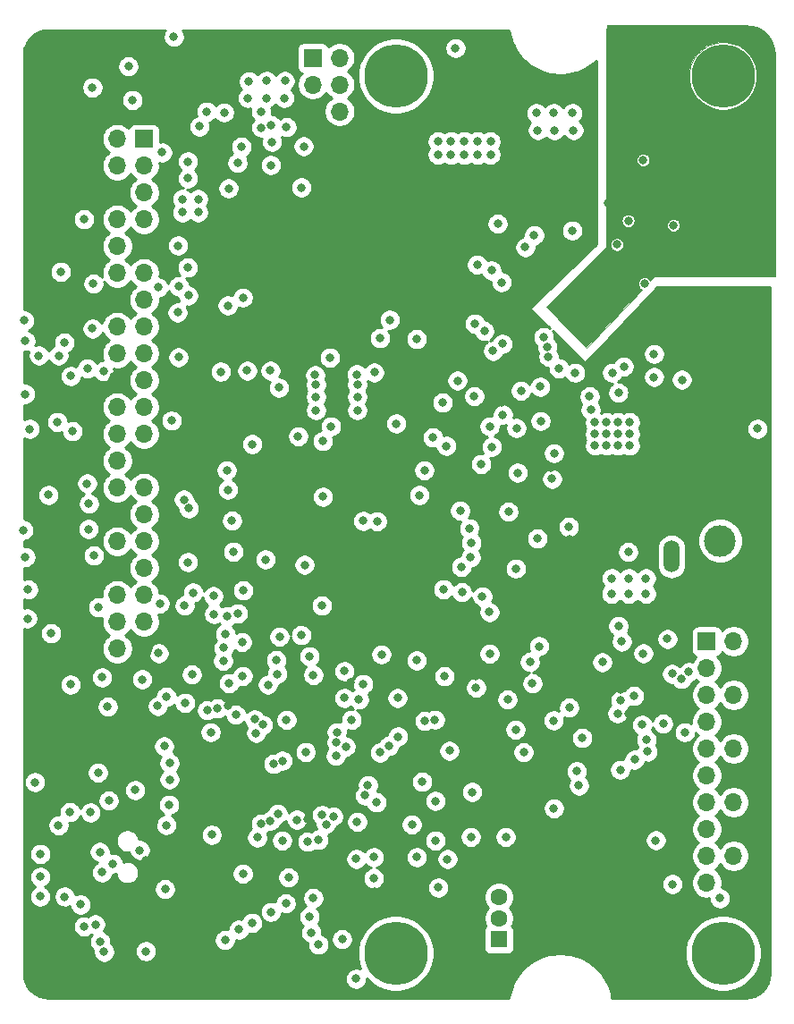
<source format=gbr>
G04 #@! TF.GenerationSoftware,KiCad,Pcbnew,(5.1.6)-1*
G04 #@! TF.CreationDate,2020-07-14T17:50:16-07:00*
G04 #@! TF.ProjectId,Mycroft - Mark 2,4d796372-6f66-4742-902d-204d61726b20,rev?*
G04 #@! TF.SameCoordinates,Original*
G04 #@! TF.FileFunction,Copper,L2,Inr*
G04 #@! TF.FilePolarity,Positive*
%FSLAX46Y46*%
G04 Gerber Fmt 4.6, Leading zero omitted, Abs format (unit mm)*
G04 Created by KiCad (PCBNEW (5.1.6)-1) date 2020-07-14 17:50:16*
%MOMM*%
%LPD*%
G01*
G04 APERTURE LIST*
G04 #@! TA.AperFunction,ViaPad*
%ADD10O,1.700000X1.700000*%
G04 #@! TD*
G04 #@! TA.AperFunction,ViaPad*
%ADD11R,1.700000X1.700000*%
G04 #@! TD*
G04 #@! TA.AperFunction,ViaPad*
%ADD12O,1.050000X1.900000*%
G04 #@! TD*
G04 #@! TA.AperFunction,ViaPad*
%ADD13O,1.508000X3.016000*%
G04 #@! TD*
G04 #@! TA.AperFunction,ViaPad*
%ADD14O,3.600000X1.800000*%
G04 #@! TD*
G04 #@! TA.AperFunction,ViaPad*
%ADD15C,3.000000*%
G04 #@! TD*
G04 #@! TA.AperFunction,ViaPad*
%ADD16C,0.800000*%
G04 #@! TD*
G04 #@! TA.AperFunction,ViaPad*
%ADD17C,6.000000*%
G04 #@! TD*
G04 #@! TA.AperFunction,ViaPad*
%ADD18C,0.500000*%
G04 #@! TD*
G04 #@! TA.AperFunction,ViaPad*
%ADD19C,2.150000*%
G04 #@! TD*
G04 #@! TA.AperFunction,ViaPad*
%ADD20R,1.600000X1.600000*%
G04 #@! TD*
G04 #@! TA.AperFunction,ViaPad*
%ADD21C,1.600000*%
G04 #@! TD*
G04 #@! TA.AperFunction,Conductor*
%ADD22C,0.254000*%
G04 #@! TD*
G04 #@! TA.AperFunction,Conductor*
%ADD23C,0.100000*%
G04 #@! TD*
G04 APERTURE END LIST*
D10*
X9941560Y-64119760D03*
X12481560Y-64119760D03*
X9941560Y-61579760D03*
X12481560Y-61579760D03*
X9941560Y-59039760D03*
X12481560Y-59039760D03*
X9941560Y-56499760D03*
X12481560Y-56499760D03*
X9941560Y-53959760D03*
X12481560Y-53959760D03*
X9941560Y-51419760D03*
X12481560Y-51419760D03*
X9941560Y-48879760D03*
X12481560Y-48879760D03*
X9941560Y-46339760D03*
X12481560Y-46339760D03*
X9941560Y-43799760D03*
X12481560Y-43799760D03*
X9941560Y-41259760D03*
X12481560Y-41259760D03*
X9941560Y-38719760D03*
X12481560Y-38719760D03*
X9941560Y-36179760D03*
X12481560Y-36179760D03*
X9941560Y-33639760D03*
X12481560Y-33639760D03*
X9941560Y-31099760D03*
X12481560Y-31099760D03*
X9941560Y-28559760D03*
X12481560Y-28559760D03*
X9941560Y-26019760D03*
X12481560Y-26019760D03*
X9941560Y-23479760D03*
X12481560Y-23479760D03*
X9941560Y-20939760D03*
X12481560Y-20939760D03*
X9941560Y-18399760D03*
X12481560Y-18399760D03*
X9941560Y-15859760D03*
D11*
X12481560Y-15859760D03*
D12*
X24707800Y-96399200D03*
X17557800Y-96399200D03*
D10*
X30988000Y-13258800D03*
X28448000Y-13258800D03*
X30988000Y-10718800D03*
X28448000Y-10718800D03*
X30988000Y-8178800D03*
D11*
X28448000Y-8178800D03*
D13*
X62430600Y-55398800D03*
D14*
X68230600Y-48598800D03*
X64530600Y-51098800D03*
D15*
X67030600Y-53898800D03*
D16*
X37912990Y-91373010D03*
X36322000Y-90714000D03*
X34731010Y-91373010D03*
X34072000Y-92964000D03*
X34731010Y-94554990D03*
X36322000Y-95214000D03*
X37912990Y-94554990D03*
X38572000Y-92964000D03*
D17*
X36322000Y-92964000D03*
D16*
X37912990Y-8315010D03*
X36322000Y-7656000D03*
X34731010Y-8315010D03*
X34072000Y-9906000D03*
X34731010Y-11496990D03*
X36322000Y-12156000D03*
X37912990Y-11496990D03*
X38572000Y-9906000D03*
D17*
X36322000Y-9906000D03*
D16*
X68900990Y-91373010D03*
X67310000Y-90714000D03*
X65719010Y-91373010D03*
X65060000Y-92964000D03*
X65719010Y-94554990D03*
X67310000Y-95214000D03*
X68900990Y-94554990D03*
X69560000Y-92964000D03*
D17*
X67310000Y-92964000D03*
D16*
X68900990Y-8315010D03*
X67310000Y-7656000D03*
X65719010Y-8315010D03*
X65060000Y-9906000D03*
X65719010Y-11496990D03*
X67310000Y-12156000D03*
X68900990Y-11496990D03*
X69560000Y-9906000D03*
D17*
X67310000Y-9906000D03*
D18*
X17590000Y-74994000D03*
X18590000Y-74994000D03*
X19590000Y-74994000D03*
X20590000Y-74994000D03*
X21590000Y-74994000D03*
X17590000Y-75994000D03*
X18590000Y-75994000D03*
X19590000Y-75994000D03*
X20590000Y-75994000D03*
X21590000Y-75994000D03*
X17590000Y-76994000D03*
X18590000Y-76994000D03*
X19590000Y-76994000D03*
X20590000Y-76994000D03*
X21590000Y-76994000D03*
X17590000Y-77994000D03*
X18590000Y-77994000D03*
X19590000Y-77994000D03*
X20590000Y-77994000D03*
X21590000Y-77994000D03*
X17590000Y-78994000D03*
X18590000Y-78994000D03*
X19590000Y-78994000D03*
X20590000Y-78994000D03*
X21590000Y-78994000D03*
D10*
X68300600Y-86283800D03*
X65760600Y-86283800D03*
X68300600Y-83743800D03*
X65760600Y-83743800D03*
X68300600Y-81203800D03*
X65760600Y-81203800D03*
X68300600Y-78663800D03*
X65760600Y-78663800D03*
X68300600Y-76123800D03*
X65760600Y-76123800D03*
X68300600Y-73583800D03*
X65760600Y-73583800D03*
X68300600Y-71043800D03*
X65760600Y-71043800D03*
X68300600Y-68503800D03*
X65760600Y-68503800D03*
X68300600Y-65963800D03*
X65760600Y-65963800D03*
X68300600Y-63423800D03*
D11*
X65760600Y-63423800D03*
D19*
X43355600Y-92373200D03*
X43355600Y-85373200D03*
X48795600Y-85373200D03*
X48795600Y-92373200D03*
D20*
X46075600Y-91643200D03*
D21*
X46075600Y-89643200D03*
X46075600Y-87643200D03*
X46075600Y-85643200D03*
D16*
X41846500Y-33705800D03*
X40436800Y-33743900D03*
X41783000Y-31965900D03*
X40386000Y-32004000D03*
X19697700Y-85509100D03*
X64655700Y-42697400D03*
X59461400Y-53238400D03*
X63500000Y-36220400D03*
X60756800Y-44157900D03*
X50977800Y-60502800D03*
X50952400Y-58928000D03*
X52222400Y-58928000D03*
X52146200Y-57454800D03*
X50927000Y-57454800D03*
X58724800Y-40068500D03*
X49923700Y-40779700D03*
X61201300Y-77343000D03*
X11938000Y-78905100D03*
X13411200Y-80619600D03*
X12636500Y-84137500D03*
X17767300Y-85483700D03*
X25908000Y-16916400D03*
X25603200Y-52324000D03*
X38963600Y-67271900D03*
X32054800Y-67335400D03*
X38976300Y-39979600D03*
X52730400Y-53746400D03*
X43878500Y-66687700D03*
X4826000Y-88900000D03*
X4622800Y-84607400D03*
X32143700Y-45288200D03*
X37376100Y-45643800D03*
X57569100Y-68033900D03*
X49339500Y-68986400D03*
X36093400Y-51765200D03*
X26619200Y-72974200D03*
X36169600Y-54864000D03*
X31318200Y-57175400D03*
X31089600Y-53441600D03*
X14516100Y-89204800D03*
X53695600Y-79324200D03*
X58381900Y-70307200D03*
X9372600Y-94424500D03*
X14439900Y-70764400D03*
X11747500Y-75006200D03*
X16510000Y-12065000D03*
X14732000Y-10287000D03*
X16510000Y-10287000D03*
X14732000Y-12065000D03*
X18415000Y-10287000D03*
X18415000Y-12065000D03*
X3098800Y-81953100D03*
X45554900Y-72656700D03*
X15681348Y-82660703D03*
X29895800Y-85280500D03*
X20370800Y-61061600D03*
X18415000Y-13284200D03*
X13766800Y-69545200D03*
X6807200Y-90424000D03*
X30691504Y-52220114D03*
X49174400Y-31140400D03*
X49077521Y-34662176D03*
X54965600Y-21844000D03*
X33464500Y-81724500D03*
X34290000Y-87109300D03*
X27975608Y-80235712D03*
X25412700Y-90536390D03*
X20396200Y-89039700D03*
X20652242Y-36874664D03*
X38592940Y-82508089D03*
X51025937Y-46992749D03*
X51638200Y-67096010D03*
X55729510Y-67221100D03*
X20431990Y-69557900D03*
X28117800Y-18821400D03*
X26924000Y-64223900D03*
X24574500Y-59956700D03*
X45081204Y-53618413D03*
X24282400Y-53479700D03*
X31445200Y-36847989D03*
X49525860Y-27495739D03*
X46337795Y-40822305D03*
X20180300Y-44538900D03*
X27038300Y-48856900D03*
X19837400Y-42762810D03*
X40284400Y-24980900D03*
X41534400Y-24980900D03*
X42784400Y-24980900D03*
X44034400Y-24980900D03*
X45284400Y-24980900D03*
X40284400Y-26230900D03*
X41534400Y-26230900D03*
X42784400Y-26230900D03*
X44034400Y-26230900D03*
X45284400Y-26230900D03*
X49580800Y-21361400D03*
X37080139Y-37662152D03*
X23420200Y-21310600D03*
X24920200Y-21310600D03*
X23420200Y-22560600D03*
X24920200Y-22560600D03*
X56743600Y-58928000D03*
X56769000Y-57454800D03*
X59994800Y-58928000D03*
X59994800Y-57454800D03*
X58369200Y-58928000D03*
X58381900Y-57454800D03*
X22301200Y-11988800D03*
X24079200Y-11988800D03*
X25755600Y-11988800D03*
X25806400Y-10363200D03*
X24079200Y-10363200D03*
X22402800Y-10414000D03*
X55168800Y-42697400D03*
X41960800Y-7264400D03*
X56268800Y-42697400D03*
X57368800Y-42697400D03*
X58468800Y-42697400D03*
X55168800Y-43797400D03*
X56268800Y-43797400D03*
X57368800Y-43797400D03*
X58468800Y-43797400D03*
X55168800Y-44897400D03*
X56268800Y-44897400D03*
X57368800Y-44897400D03*
X58468800Y-44897400D03*
X40297100Y-16103600D03*
X41547100Y-16103600D03*
X42797100Y-16103600D03*
X44047100Y-16103600D03*
X45297100Y-16103600D03*
X40297100Y-17353600D03*
X41547100Y-17353600D03*
X42797100Y-17353600D03*
X44047100Y-17353600D03*
X45297100Y-17353600D03*
X70561200Y-43307000D03*
X28752800Y-41554400D03*
X28752800Y-40284400D03*
X28752800Y-39116000D03*
X32664400Y-41554400D03*
X32664400Y-40284400D03*
X32664400Y-39116000D03*
X40919400Y-66738500D03*
X39027100Y-47231300D03*
X12649200Y-92773500D03*
X8686800Y-92824300D03*
X49250600Y-67411600D03*
X38544500Y-49593500D03*
X48414272Y-73919807D03*
X28498800Y-66624200D03*
X47840900Y-47472600D03*
X49706400Y-53695600D03*
X15290800Y-6197600D03*
X19735800Y-37909500D03*
X33235900Y-67462400D03*
X21348700Y-60782200D03*
X20929600Y-54940200D03*
X40741600Y-40817800D03*
X45186600Y-60655200D03*
X20421600Y-49072800D03*
X49415700Y-24980900D03*
X45377100Y-28308300D03*
X43802300Y-33362900D03*
X44027192Y-27774226D03*
X38277800Y-34810700D03*
X16110080Y-21559520D03*
X17610080Y-21559520D03*
X16110080Y-22809520D03*
X17610080Y-22809520D03*
X32623760Y-38160960D03*
X28676600Y-38221920D03*
X34544000Y-52070000D03*
X33223200Y-52019200D03*
X53022500Y-24536400D03*
X59740800Y-17868900D03*
X53022500Y-24536400D03*
X62598300Y-24041100D03*
X57251600Y-25869900D03*
X27063700Y-44018200D03*
X25234900Y-39408100D03*
X22237700Y-37807900D03*
X46405800Y-35267900D03*
X56794400Y-37998400D03*
X14465300Y-86880700D03*
X14897100Y-74942700D03*
X17005300Y-66573400D03*
X27773506Y-73911970D03*
X2656210Y-83566000D03*
X19434248Y-69771222D03*
X53289200Y-37998400D03*
X60756800Y-38404800D03*
X34213800Y-85864700D03*
X31229300Y-91630500D03*
X26949400Y-80314800D03*
X14859000Y-78892400D03*
X18883460Y-81734627D03*
X20314743Y-47238743D03*
X22720300Y-44767500D03*
X48577498Y-26111200D03*
X14897100Y-76504800D03*
X21844000Y-85432900D03*
X34467800Y-78663800D03*
X34251900Y-83858100D03*
X21450300Y-90724933D03*
X28971375Y-82230321D03*
X28145612Y-89510878D03*
X4959193Y-87599989D03*
X4381285Y-80854119D03*
X2656210Y-85725000D03*
X2946400Y-44256960D03*
X2961640Y-23754080D03*
X2981960Y-63769240D03*
X9449129Y-76976929D03*
X15646400Y-32293560D03*
X7584440Y-11003280D03*
X5461000Y-79593440D03*
X4277360Y-42666920D03*
X12075160Y-83200240D03*
X5516880Y-67513200D03*
X5542280Y-38303200D03*
X7096760Y-37586920D03*
X6786880Y-23469600D03*
X7680960Y-29560520D03*
X28994100Y-92125800D03*
X40011597Y-70849372D03*
X39068198Y-70961274D03*
X28319090Y-91001377D03*
X53657500Y-77076300D03*
X53448954Y-75723159D03*
X41402000Y-73787000D03*
X35661600Y-73345610D03*
X29337491Y-79868434D03*
X38821750Y-76732196D03*
X43541991Y-77695980D03*
X34818868Y-73945622D03*
X30378400Y-80010000D03*
X67005200Y-87757000D03*
X41211099Y-84048199D03*
X32120200Y-70866000D03*
X57302400Y-70256400D03*
X57556400Y-75590398D03*
X23542623Y-80696116D03*
X49885600Y-63891800D03*
X62026800Y-63195200D03*
X61628599Y-71221600D03*
X32663591Y-80520280D03*
X30734000Y-72034400D03*
X57708800Y-63449200D03*
X47650400Y-71795010D03*
X23199594Y-81997390D03*
X64060589Y-66327127D03*
X63677800Y-72034400D03*
X60934600Y-82270600D03*
X33401000Y-78016100D03*
X32571021Y-84020314D03*
X57404000Y-61976000D03*
X33680251Y-77049115D03*
X40068500Y-82296006D03*
X58864502Y-68605400D03*
X30632400Y-74269600D03*
X25958800Y-70866000D03*
X25298400Y-62992000D03*
X27686000Y-56184800D03*
X25131403Y-79753711D03*
X27357718Y-62832810D03*
X44513500Y-59182000D03*
X59639200Y-71323200D03*
X59740800Y-64566800D03*
X43268018Y-52738104D03*
X60045600Y-72745600D03*
X42418000Y-51054000D03*
X58318400Y-54965600D03*
X43470834Y-54088116D03*
X11633200Y-77512000D03*
X29413200Y-49733200D03*
X39827200Y-44119800D03*
X29390375Y-44477310D03*
X42506900Y-56388000D03*
X16240530Y-50010723D03*
X29714301Y-80740521D03*
X43408600Y-55486300D03*
X30711329Y-72984131D03*
X36525200Y-72440800D03*
X24450442Y-80416141D03*
X40817800Y-58496198D03*
X45212000Y-43078400D03*
X43738011Y-40222242D03*
X48158400Y-39712900D03*
X50300037Y-34652677D03*
X51777900Y-37592000D03*
X51295300Y-45618400D03*
X50651181Y-35535411D03*
X49999900Y-39331900D03*
X45415200Y-45008800D03*
X42154992Y-38740788D03*
X25586240Y-74735012D03*
X24198949Y-67539640D03*
X20027900Y-64046100D03*
X21810946Y-66713129D03*
X23723600Y-71323200D03*
X24993600Y-65214500D03*
X24737707Y-75035032D03*
X25095200Y-66522600D03*
X23571200Y-14782800D03*
X24485600Y-18338800D03*
X9129390Y-78500061D03*
X8508365Y-85301433D03*
X27584400Y-16560800D03*
X6463535Y-88339853D03*
X7404102Y-79629000D03*
X8112749Y-75864709D03*
X25908000Y-88239600D03*
X28496968Y-87731600D03*
X27950708Y-82388940D03*
X25552398Y-82283300D03*
X31445200Y-68783200D03*
X18440400Y-69951600D03*
X58928000Y-74625200D03*
X31567592Y-73395610D03*
X63369824Y-66979329D03*
X40064234Y-78540381D03*
X55880000Y-65403090D03*
X20515502Y-67388139D03*
X46888400Y-68935600D03*
X49022000Y-65379600D03*
X18796000Y-72034400D03*
X16357600Y-69255000D03*
X60147200Y-73863200D03*
X62484000Y-66497200D03*
X21164864Y-70366221D03*
X19977100Y-65278000D03*
X22952010Y-70815200D03*
X21742400Y-63500000D03*
X23083481Y-72105039D03*
X20167600Y-62738000D03*
X44396800Y-46637575D03*
X41097200Y-44932600D03*
X60769500Y-36220400D03*
X59867800Y-29565600D03*
X34822000Y-34736410D03*
X51282600Y-79235300D03*
X53973108Y-72581376D03*
X57607200Y-69011800D03*
X24434800Y-37795200D03*
X34277300Y-37973000D03*
X30060900Y-36576000D03*
X30175200Y-43078400D03*
X36365402Y-42817002D03*
X4577080Y-28442920D03*
X13816931Y-29921200D03*
X15077440Y-42529760D03*
X23977600Y-55676800D03*
X20802600Y-52006500D03*
X43916600Y-67818000D03*
X38290500Y-65227200D03*
X28155900Y-64846200D03*
X34950400Y-64668400D03*
X45199300Y-64604900D03*
X47675800Y-56540400D03*
X42584394Y-58771425D03*
X46990000Y-51155600D03*
X52706400Y-52595600D03*
X51117500Y-48044100D03*
X47741210Y-43245410D03*
X46456600Y-41960800D03*
X31445200Y-66243200D03*
X29311600Y-60045600D03*
X36487100Y-68795900D03*
X21856700Y-58610500D03*
X62509400Y-86410800D03*
X57898969Y-37408002D03*
X63398400Y-38658800D03*
X14579600Y-80822800D03*
X24589600Y-16145932D03*
X25973410Y-14755591D03*
X27368500Y-20459700D03*
X24485600Y-89052400D03*
X26162000Y-85775800D03*
X51257200Y-70916800D03*
X52730400Y-69697600D03*
X21691600Y-16611600D03*
X8280400Y-83362800D03*
X7870366Y-90233789D03*
X22700312Y-90074923D03*
X8509000Y-66847720D03*
X12300809Y-67032254D03*
X14198600Y-17145000D03*
X3683000Y-62671960D03*
X1437640Y-61269880D03*
X1503680Y-58516520D03*
X8148320Y-60208160D03*
X3418840Y-49565560D03*
X4389120Y-36382960D03*
X2519680Y-36382960D03*
X7254240Y-50403760D03*
X16611600Y-28041600D03*
X2641600Y-87579200D03*
X32816800Y-68935600D03*
X23571200Y-13309600D03*
X19050000Y-59131198D03*
X14579600Y-68681600D03*
X20066000Y-13360400D03*
X17114520Y-58821320D03*
X14386560Y-73360280D03*
X2153920Y-76768960D03*
X19100800Y-60858400D03*
X9499600Y-84480400D03*
X24521790Y-14584910D03*
X17720979Y-14685893D03*
X20142200Y-91706700D03*
X8343900Y-91871800D03*
X13863320Y-64546480D03*
X43421300Y-81948129D03*
X46723300Y-81953100D03*
X13954538Y-59857862D03*
X16311880Y-60050680D03*
X9037320Y-69621400D03*
X16640541Y-55930800D03*
X1249680Y-55453280D03*
X1031240Y-52898040D03*
X7726680Y-55311040D03*
X1132840Y-33065720D03*
X7589520Y-33812480D03*
X7086600Y-48483520D03*
X1640840Y-43317160D03*
X5684520Y-43530520D03*
X1229360Y-40015160D03*
X1234440Y-34985960D03*
X4917440Y-35143440D03*
X8625637Y-37864335D03*
X16662400Y-30683200D03*
X16637000Y-19596100D03*
X20406487Y-31632541D03*
X46329600Y-29440510D03*
X45529500Y-35928300D03*
X20484392Y-20554687D03*
X10998200Y-8996680D03*
X21844000Y-30886400D03*
X21336000Y-18135600D03*
X11389360Y-12186920D03*
X16637000Y-18008600D03*
X54660800Y-40233600D03*
X50765890Y-36478472D03*
X15747770Y-36525200D03*
X7218680Y-52806600D03*
X16717728Y-50832187D03*
X57404000Y-39903400D03*
X50038000Y-42570400D03*
X54762400Y-41503600D03*
X35737800Y-32994600D03*
X15760700Y-29819600D03*
X15697200Y-25958800D03*
X55575200Y-31762700D03*
X60248800Y-24739600D03*
X57378600Y-23444200D03*
X56438800Y-21894800D03*
X57099200Y-15036800D03*
X58775600Y-15036800D03*
X60655200Y-15036800D03*
X60655200Y-13411200D03*
X58826400Y-13411200D03*
X57150000Y-13411200D03*
X55473600Y-32969200D03*
X55676800Y-30378400D03*
X52882800Y-33121600D03*
X53035200Y-30226000D03*
X51612800Y-31750000D03*
X54356000Y-34188400D03*
X54356000Y-28956000D03*
X56946800Y-31750000D03*
X54356000Y-31750000D03*
X62636400Y-13639800D03*
X63836400Y-13639800D03*
X65036400Y-13639800D03*
X66236400Y-13639800D03*
X67436400Y-13639800D03*
X68636400Y-13639800D03*
X69836400Y-13639800D03*
X71036400Y-13639800D03*
X62636400Y-14889800D03*
X63836400Y-14889800D03*
X65036400Y-14889800D03*
X66236400Y-14889800D03*
X67436400Y-14889800D03*
X68636400Y-14889800D03*
X69836400Y-14889800D03*
X71036400Y-14889800D03*
X56946800Y-5689600D03*
X58146800Y-5689600D03*
X59346800Y-5689600D03*
X60546800Y-5689600D03*
X61746800Y-5689600D03*
X62946800Y-5689600D03*
X64146800Y-5689600D03*
X56946800Y-6939600D03*
X58146800Y-6939600D03*
X59346800Y-6939600D03*
X60546800Y-6939600D03*
X61746800Y-6939600D03*
X62946800Y-6939600D03*
X64146800Y-6939600D03*
X56946800Y-8189600D03*
X58146800Y-8189600D03*
X59346800Y-8189600D03*
X60546800Y-8189600D03*
X61746800Y-8189600D03*
X62946800Y-8189600D03*
X54356000Y-30238700D03*
X52971700Y-31750000D03*
X54356000Y-33083500D03*
X58318400Y-23609300D03*
X53136800Y-15036800D03*
X49631600Y-13411200D03*
X53035200Y-13411200D03*
X51257200Y-13411200D03*
X51333400Y-15036800D03*
X49758600Y-15036800D03*
X40335200Y-86741000D03*
X38303200Y-83858100D03*
X32550100Y-95377000D03*
X37833300Y-80772000D03*
X44691300Y-34048700D03*
X45961300Y-23888700D03*
D22*
G36*
X14373595Y-5707344D02*
G01*
X14295574Y-5895702D01*
X14255800Y-6095661D01*
X14255800Y-6299539D01*
X14295574Y-6499498D01*
X14373595Y-6687856D01*
X14486863Y-6857374D01*
X14631026Y-7001537D01*
X14800544Y-7114805D01*
X14988902Y-7192826D01*
X15188861Y-7232600D01*
X15392739Y-7232600D01*
X15592698Y-7192826D01*
X15781056Y-7114805D01*
X15950574Y-7001537D01*
X16094737Y-6857374D01*
X16208005Y-6687856D01*
X16286026Y-6499498D01*
X16325800Y-6299539D01*
X16325800Y-6095661D01*
X16286026Y-5895702D01*
X16208005Y-5707344D01*
X16111886Y-5563492D01*
X47036645Y-5563492D01*
X47067489Y-5838473D01*
X47080391Y-5899171D01*
X47092456Y-5960104D01*
X47095284Y-5969240D01*
X47346086Y-6759868D01*
X47370549Y-6816944D01*
X47394203Y-6874333D01*
X47398752Y-6882746D01*
X47798345Y-7609603D01*
X47833417Y-7660824D01*
X47867778Y-7712542D01*
X47873871Y-7719906D01*
X47873875Y-7719912D01*
X47873880Y-7719917D01*
X48407037Y-8355310D01*
X48451398Y-8398751D01*
X48495143Y-8442802D01*
X48502554Y-8448848D01*
X49148979Y-8968587D01*
X49200973Y-9002610D01*
X49252401Y-9037299D01*
X49260845Y-9041790D01*
X49995911Y-9426073D01*
X50053497Y-9449339D01*
X50110709Y-9473388D01*
X50119865Y-9476153D01*
X50915571Y-9710343D01*
X50976588Y-9721983D01*
X51037375Y-9734460D01*
X51046891Y-9735394D01*
X51046893Y-9735394D01*
X51872935Y-9810569D01*
X51935017Y-9810135D01*
X51997100Y-9810569D01*
X52006618Y-9809636D01*
X52831530Y-9722935D01*
X52892341Y-9710452D01*
X52953332Y-9698817D01*
X52962488Y-9696053D01*
X53754849Y-9450775D01*
X53812087Y-9426715D01*
X53869645Y-9403460D01*
X53878090Y-9398970D01*
X54607719Y-9004461D01*
X54659143Y-8969775D01*
X54711141Y-8935748D01*
X54718553Y-8929703D01*
X55295800Y-8452162D01*
X55295800Y-25853844D01*
X49086479Y-31810754D01*
X49070290Y-31829667D01*
X49058101Y-31851376D01*
X49050381Y-31875045D01*
X49047427Y-31899766D01*
X49049353Y-31924587D01*
X49056084Y-31948557D01*
X49067363Y-31970752D01*
X49084597Y-31992203D01*
X50903525Y-33811131D01*
X50790293Y-33735472D01*
X50601935Y-33657451D01*
X50401976Y-33617677D01*
X50198098Y-33617677D01*
X49998139Y-33657451D01*
X49809781Y-33735472D01*
X49640263Y-33848740D01*
X49496100Y-33992903D01*
X49382832Y-34162421D01*
X49304811Y-34350779D01*
X49265037Y-34550738D01*
X49265037Y-34754616D01*
X49304811Y-34954575D01*
X49382832Y-35142933D01*
X49496100Y-35312451D01*
X49616337Y-35432688D01*
X49616181Y-35433472D01*
X49616181Y-35637350D01*
X49655955Y-35837309D01*
X49733976Y-36025667D01*
X49795211Y-36117312D01*
X49770664Y-36176574D01*
X49730890Y-36376533D01*
X49730890Y-36580411D01*
X49770664Y-36780370D01*
X49848685Y-36968728D01*
X49961953Y-37138246D01*
X50106116Y-37282409D01*
X50275634Y-37395677D01*
X50463992Y-37473698D01*
X50663951Y-37513472D01*
X50742900Y-37513472D01*
X50742900Y-37693939D01*
X50782674Y-37893898D01*
X50860695Y-38082256D01*
X50973963Y-38251774D01*
X51118126Y-38395937D01*
X51287644Y-38509205D01*
X51476002Y-38587226D01*
X51675961Y-38627000D01*
X51879839Y-38627000D01*
X52079798Y-38587226D01*
X52268156Y-38509205D01*
X52356152Y-38450408D01*
X52371995Y-38488656D01*
X52485263Y-38658174D01*
X52629426Y-38802337D01*
X52798944Y-38915605D01*
X52987302Y-38993626D01*
X53187261Y-39033400D01*
X53391139Y-39033400D01*
X53591098Y-38993626D01*
X53779456Y-38915605D01*
X53948974Y-38802337D01*
X54093137Y-38658174D01*
X54206405Y-38488656D01*
X54284426Y-38300298D01*
X54324200Y-38100339D01*
X54324200Y-37896461D01*
X55759400Y-37896461D01*
X55759400Y-38100339D01*
X55799174Y-38300298D01*
X55877195Y-38488656D01*
X55990463Y-38658174D01*
X56134626Y-38802337D01*
X56304144Y-38915605D01*
X56492502Y-38993626D01*
X56692461Y-39033400D01*
X56843097Y-39033400D01*
X56744226Y-39099463D01*
X56600063Y-39243626D01*
X56486795Y-39413144D01*
X56408774Y-39601502D01*
X56369000Y-39801461D01*
X56369000Y-40005339D01*
X56408774Y-40205298D01*
X56486795Y-40393656D01*
X56600063Y-40563174D01*
X56744226Y-40707337D01*
X56913744Y-40820605D01*
X57102102Y-40898626D01*
X57302061Y-40938400D01*
X57505939Y-40938400D01*
X57705898Y-40898626D01*
X57894256Y-40820605D01*
X58063774Y-40707337D01*
X58207937Y-40563174D01*
X58321205Y-40393656D01*
X58399226Y-40205298D01*
X58439000Y-40005339D01*
X58439000Y-39801461D01*
X58399226Y-39601502D01*
X58321205Y-39413144D01*
X58207937Y-39243626D01*
X58063774Y-39099463D01*
X57894256Y-38986195D01*
X57705898Y-38908174D01*
X57505939Y-38868400D01*
X57355303Y-38868400D01*
X57454174Y-38802337D01*
X57598337Y-38658174D01*
X57711605Y-38488656D01*
X57735579Y-38430779D01*
X57797030Y-38443002D01*
X58000908Y-38443002D01*
X58200867Y-38403228D01*
X58389225Y-38325207D01*
X58422668Y-38302861D01*
X59721800Y-38302861D01*
X59721800Y-38506739D01*
X59761574Y-38706698D01*
X59839595Y-38895056D01*
X59952863Y-39064574D01*
X60097026Y-39208737D01*
X60266544Y-39322005D01*
X60454902Y-39400026D01*
X60654861Y-39439800D01*
X60858739Y-39439800D01*
X61058698Y-39400026D01*
X61247056Y-39322005D01*
X61416574Y-39208737D01*
X61560737Y-39064574D01*
X61674005Y-38895056D01*
X61752026Y-38706698D01*
X61781830Y-38556861D01*
X62363400Y-38556861D01*
X62363400Y-38760739D01*
X62403174Y-38960698D01*
X62481195Y-39149056D01*
X62594463Y-39318574D01*
X62738626Y-39462737D01*
X62908144Y-39576005D01*
X63096502Y-39654026D01*
X63296461Y-39693800D01*
X63500339Y-39693800D01*
X63700298Y-39654026D01*
X63888656Y-39576005D01*
X64058174Y-39462737D01*
X64202337Y-39318574D01*
X64315605Y-39149056D01*
X64393626Y-38960698D01*
X64433400Y-38760739D01*
X64433400Y-38556861D01*
X64393626Y-38356902D01*
X64315605Y-38168544D01*
X64202337Y-37999026D01*
X64058174Y-37854863D01*
X63888656Y-37741595D01*
X63700298Y-37663574D01*
X63500339Y-37623800D01*
X63296461Y-37623800D01*
X63096502Y-37663574D01*
X62908144Y-37741595D01*
X62738626Y-37854863D01*
X62594463Y-37999026D01*
X62481195Y-38168544D01*
X62403174Y-38356902D01*
X62363400Y-38556861D01*
X61781830Y-38556861D01*
X61791800Y-38506739D01*
X61791800Y-38302861D01*
X61752026Y-38102902D01*
X61674005Y-37914544D01*
X61560737Y-37745026D01*
X61416574Y-37600863D01*
X61247056Y-37487595D01*
X61058698Y-37409574D01*
X60858739Y-37369800D01*
X60654861Y-37369800D01*
X60454902Y-37409574D01*
X60266544Y-37487595D01*
X60097026Y-37600863D01*
X59952863Y-37745026D01*
X59839595Y-37914544D01*
X59761574Y-38102902D01*
X59721800Y-38302861D01*
X58422668Y-38302861D01*
X58558743Y-38211939D01*
X58702906Y-38067776D01*
X58816174Y-37898258D01*
X58894195Y-37709900D01*
X58933969Y-37509941D01*
X58933969Y-37306063D01*
X58894195Y-37106104D01*
X58816174Y-36917746D01*
X58702906Y-36748228D01*
X58558743Y-36604065D01*
X58389225Y-36490797D01*
X58200867Y-36412776D01*
X58000908Y-36373002D01*
X57797030Y-36373002D01*
X57597071Y-36412776D01*
X57408713Y-36490797D01*
X57239195Y-36604065D01*
X57095032Y-36748228D01*
X56981764Y-36917746D01*
X56957790Y-36975623D01*
X56896339Y-36963400D01*
X56692461Y-36963400D01*
X56492502Y-37003174D01*
X56304144Y-37081195D01*
X56134626Y-37194463D01*
X55990463Y-37338626D01*
X55877195Y-37508144D01*
X55799174Y-37696502D01*
X55759400Y-37896461D01*
X54324200Y-37896461D01*
X54284426Y-37696502D01*
X54206405Y-37508144D01*
X54093137Y-37338626D01*
X53948974Y-37194463D01*
X53779456Y-37081195D01*
X53591098Y-37003174D01*
X53391139Y-36963400D01*
X53187261Y-36963400D01*
X52987302Y-37003174D01*
X52798944Y-37081195D01*
X52710948Y-37139992D01*
X52695105Y-37101744D01*
X52581837Y-36932226D01*
X52437674Y-36788063D01*
X52268156Y-36674795D01*
X52079798Y-36596774D01*
X51879839Y-36557000D01*
X51800890Y-36557000D01*
X51800890Y-36376533D01*
X51761116Y-36176574D01*
X51683095Y-35988216D01*
X51621860Y-35896571D01*
X51646407Y-35837309D01*
X51686181Y-35637350D01*
X51686181Y-35433472D01*
X51646407Y-35233513D01*
X51568386Y-35045155D01*
X51455118Y-34875637D01*
X51334881Y-34755400D01*
X51335037Y-34754616D01*
X51335037Y-34550738D01*
X51295263Y-34350779D01*
X51217242Y-34162421D01*
X51141583Y-34049189D01*
X54113797Y-37021403D01*
X54133043Y-37037197D01*
X54154999Y-37048933D01*
X54178824Y-37056160D01*
X54203600Y-37058600D01*
X54228376Y-37056160D01*
X54252201Y-37048933D01*
X54274157Y-37037197D01*
X54295659Y-37019088D01*
X55151574Y-36118461D01*
X59734500Y-36118461D01*
X59734500Y-36322339D01*
X59774274Y-36522298D01*
X59852295Y-36710656D01*
X59965563Y-36880174D01*
X60109726Y-37024337D01*
X60279244Y-37137605D01*
X60467602Y-37215626D01*
X60667561Y-37255400D01*
X60871439Y-37255400D01*
X61071398Y-37215626D01*
X61259756Y-37137605D01*
X61429274Y-37024337D01*
X61573437Y-36880174D01*
X61686705Y-36710656D01*
X61764726Y-36522298D01*
X61804500Y-36322339D01*
X61804500Y-36118461D01*
X61764726Y-35918502D01*
X61686705Y-35730144D01*
X61573437Y-35560626D01*
X61429274Y-35416463D01*
X61259756Y-35303195D01*
X61071398Y-35225174D01*
X60871439Y-35185400D01*
X60667561Y-35185400D01*
X60467602Y-35225174D01*
X60279244Y-35303195D01*
X60109726Y-35416463D01*
X59965563Y-35560626D01*
X59852295Y-35730144D01*
X59774274Y-35918502D01*
X59734500Y-36118461D01*
X55151574Y-36118461D01*
X61065309Y-29895800D01*
X71720419Y-29895800D01*
X71720631Y-94844980D01*
X71673318Y-95327508D01*
X71542917Y-95759419D01*
X71331110Y-96157772D01*
X71045955Y-96507406D01*
X70698327Y-96794989D01*
X70301455Y-97009577D01*
X69870464Y-97142992D01*
X69389976Y-97193492D01*
X56774049Y-97193492D01*
X56743205Y-96918510D01*
X56730301Y-96857805D01*
X56718238Y-96796880D01*
X56715410Y-96787743D01*
X56464608Y-95997116D01*
X56440140Y-95940028D01*
X56416491Y-95882651D01*
X56411942Y-95874238D01*
X56411942Y-95874237D01*
X56411939Y-95874233D01*
X56012349Y-95147381D01*
X55977259Y-95096133D01*
X55942915Y-95044442D01*
X55936819Y-95037072D01*
X55403656Y-94401674D01*
X55359298Y-94358235D01*
X55315551Y-94314182D01*
X55308140Y-94308136D01*
X54661715Y-93788397D01*
X54609721Y-93754374D01*
X54558293Y-93719685D01*
X54549852Y-93715196D01*
X54549844Y-93715192D01*
X53814783Y-93330911D01*
X53757185Y-93307640D01*
X53699985Y-93283596D01*
X53690829Y-93280831D01*
X52895122Y-93046641D01*
X52834127Y-93035005D01*
X52773320Y-93022524D01*
X52763801Y-93021590D01*
X51937760Y-92946415D01*
X51875677Y-92946849D01*
X51813594Y-92946415D01*
X51804076Y-92947348D01*
X50979165Y-93034049D01*
X50918328Y-93046537D01*
X50857362Y-93058167D01*
X50848206Y-93060931D01*
X50055846Y-93306208D01*
X49998617Y-93330265D01*
X49941049Y-93353524D01*
X49932604Y-93358014D01*
X49202975Y-93752522D01*
X49151478Y-93787257D01*
X49099553Y-93821236D01*
X49092141Y-93827281D01*
X48453035Y-94355996D01*
X48409286Y-94400052D01*
X48364931Y-94443488D01*
X48358834Y-94450857D01*
X47834595Y-95093638D01*
X47800256Y-95145323D01*
X47765162Y-95196576D01*
X47760613Y-95204990D01*
X47371207Y-95937355D01*
X47347542Y-95994770D01*
X47323090Y-96051821D01*
X47320262Y-96060957D01*
X47080524Y-96855010D01*
X47068463Y-96915920D01*
X47055557Y-96976639D01*
X47054557Y-96986151D01*
X47034227Y-97193492D01*
X3438852Y-97193492D01*
X2956332Y-97146180D01*
X2524421Y-97015779D01*
X2126068Y-96803972D01*
X1776434Y-96518817D01*
X1488851Y-96171189D01*
X1274263Y-95774317D01*
X1140848Y-95343326D01*
X1133674Y-95275061D01*
X31515100Y-95275061D01*
X31515100Y-95478939D01*
X31554874Y-95678898D01*
X31632895Y-95867256D01*
X31746163Y-96036774D01*
X31890326Y-96180937D01*
X32059844Y-96294205D01*
X32248202Y-96372226D01*
X32448161Y-96412000D01*
X32652039Y-96412000D01*
X32851998Y-96372226D01*
X33040356Y-96294205D01*
X33209874Y-96180937D01*
X33354037Y-96036774D01*
X33467305Y-95867256D01*
X33545326Y-95678898D01*
X33585100Y-95478939D01*
X33585100Y-95367766D01*
X34004823Y-95787489D01*
X34600182Y-96185295D01*
X35261710Y-96459309D01*
X35963984Y-96599000D01*
X36680016Y-96599000D01*
X37382290Y-96459309D01*
X38043818Y-96185295D01*
X38639177Y-95787489D01*
X39145489Y-95281177D01*
X39543295Y-94685818D01*
X39817309Y-94024290D01*
X39957000Y-93322016D01*
X39957000Y-92605984D01*
X39817309Y-91903710D01*
X39543295Y-91242182D01*
X39276704Y-90843200D01*
X44637528Y-90843200D01*
X44637528Y-92443200D01*
X44649788Y-92567682D01*
X44686098Y-92687380D01*
X44745063Y-92797694D01*
X44824415Y-92894385D01*
X44921106Y-92973737D01*
X45031420Y-93032702D01*
X45151118Y-93069012D01*
X45275600Y-93081272D01*
X46875600Y-93081272D01*
X47000082Y-93069012D01*
X47119780Y-93032702D01*
X47230094Y-92973737D01*
X47326785Y-92894385D01*
X47406137Y-92797694D01*
X47465102Y-92687380D01*
X47489793Y-92605984D01*
X63675000Y-92605984D01*
X63675000Y-93322016D01*
X63814691Y-94024290D01*
X64088705Y-94685818D01*
X64486511Y-95281177D01*
X64992823Y-95787489D01*
X65588182Y-96185295D01*
X66249710Y-96459309D01*
X66951984Y-96599000D01*
X67668016Y-96599000D01*
X68370290Y-96459309D01*
X69031818Y-96185295D01*
X69627177Y-95787489D01*
X70133489Y-95281177D01*
X70531295Y-94685818D01*
X70805309Y-94024290D01*
X70945000Y-93322016D01*
X70945000Y-92605984D01*
X70805309Y-91903710D01*
X70531295Y-91242182D01*
X70133489Y-90646823D01*
X69627177Y-90140511D01*
X69031818Y-89742705D01*
X68370290Y-89468691D01*
X67668016Y-89329000D01*
X66951984Y-89329000D01*
X66249710Y-89468691D01*
X65588182Y-89742705D01*
X64992823Y-90140511D01*
X64486511Y-90646823D01*
X64088705Y-91242182D01*
X63814691Y-91903710D01*
X63675000Y-92605984D01*
X47489793Y-92605984D01*
X47501412Y-92567682D01*
X47513672Y-92443200D01*
X47513672Y-90843200D01*
X47501412Y-90718718D01*
X47465102Y-90599020D01*
X47406137Y-90488706D01*
X47326785Y-90392015D01*
X47310207Y-90378410D01*
X47347280Y-90322927D01*
X47455453Y-90061774D01*
X47510600Y-89784535D01*
X47510600Y-89501865D01*
X47455453Y-89224626D01*
X47347280Y-88963473D01*
X47190237Y-88728441D01*
X47104996Y-88643200D01*
X47190237Y-88557959D01*
X47347280Y-88322927D01*
X47455453Y-88061774D01*
X47510600Y-87784535D01*
X47510600Y-87501865D01*
X47455453Y-87224626D01*
X47347280Y-86963473D01*
X47190237Y-86728441D01*
X46990359Y-86528563D01*
X46755327Y-86371520D01*
X46604055Y-86308861D01*
X61474400Y-86308861D01*
X61474400Y-86512739D01*
X61514174Y-86712698D01*
X61592195Y-86901056D01*
X61705463Y-87070574D01*
X61849626Y-87214737D01*
X62019144Y-87328005D01*
X62207502Y-87406026D01*
X62407461Y-87445800D01*
X62611339Y-87445800D01*
X62811298Y-87406026D01*
X62999656Y-87328005D01*
X63169174Y-87214737D01*
X63313337Y-87070574D01*
X63426605Y-86901056D01*
X63504626Y-86712698D01*
X63544400Y-86512739D01*
X63544400Y-86308861D01*
X63504626Y-86108902D01*
X63426605Y-85920544D01*
X63313337Y-85751026D01*
X63169174Y-85606863D01*
X62999656Y-85493595D01*
X62811298Y-85415574D01*
X62611339Y-85375800D01*
X62407461Y-85375800D01*
X62207502Y-85415574D01*
X62019144Y-85493595D01*
X61849626Y-85606863D01*
X61705463Y-85751026D01*
X61592195Y-85920544D01*
X61514174Y-86108902D01*
X61474400Y-86308861D01*
X46604055Y-86308861D01*
X46494174Y-86263347D01*
X46216935Y-86208200D01*
X45934265Y-86208200D01*
X45657026Y-86263347D01*
X45395873Y-86371520D01*
X45160841Y-86528563D01*
X44960963Y-86728441D01*
X44803920Y-86963473D01*
X44695747Y-87224626D01*
X44640600Y-87501865D01*
X44640600Y-87784535D01*
X44695747Y-88061774D01*
X44803920Y-88322927D01*
X44960963Y-88557959D01*
X45046204Y-88643200D01*
X44960963Y-88728441D01*
X44803920Y-88963473D01*
X44695747Y-89224626D01*
X44640600Y-89501865D01*
X44640600Y-89784535D01*
X44695747Y-90061774D01*
X44803920Y-90322927D01*
X44840993Y-90378410D01*
X44824415Y-90392015D01*
X44745063Y-90488706D01*
X44686098Y-90599020D01*
X44649788Y-90718718D01*
X44637528Y-90843200D01*
X39276704Y-90843200D01*
X39145489Y-90646823D01*
X38639177Y-90140511D01*
X38043818Y-89742705D01*
X37382290Y-89468691D01*
X36680016Y-89329000D01*
X35963984Y-89329000D01*
X35261710Y-89468691D01*
X34600182Y-89742705D01*
X34004823Y-90140511D01*
X33498511Y-90646823D01*
X33100705Y-91242182D01*
X32826691Y-91903710D01*
X32687000Y-92605984D01*
X32687000Y-93322016D01*
X32826691Y-94024290D01*
X33000192Y-94443158D01*
X32851998Y-94381774D01*
X32652039Y-94342000D01*
X32448161Y-94342000D01*
X32248202Y-94381774D01*
X32059844Y-94459795D01*
X31890326Y-94573063D01*
X31746163Y-94717226D01*
X31632895Y-94886744D01*
X31554874Y-95075102D01*
X31515100Y-95275061D01*
X1133674Y-95275061D01*
X1090348Y-94862838D01*
X1090348Y-90322061D01*
X5772200Y-90322061D01*
X5772200Y-90525939D01*
X5811974Y-90725898D01*
X5889995Y-90914256D01*
X6003263Y-91083774D01*
X6147426Y-91227937D01*
X6316944Y-91341205D01*
X6505302Y-91419226D01*
X6705261Y-91459000D01*
X6909139Y-91459000D01*
X7109098Y-91419226D01*
X7297456Y-91341205D01*
X7466974Y-91227937D01*
X7495939Y-91198972D01*
X7537251Y-91216084D01*
X7426695Y-91381544D01*
X7348674Y-91569902D01*
X7308900Y-91769861D01*
X7308900Y-91973739D01*
X7348674Y-92173698D01*
X7426695Y-92362056D01*
X7539963Y-92531574D01*
X7664899Y-92656510D01*
X7651800Y-92722361D01*
X7651800Y-92926239D01*
X7691574Y-93126198D01*
X7769595Y-93314556D01*
X7882863Y-93484074D01*
X8027026Y-93628237D01*
X8196544Y-93741505D01*
X8384902Y-93819526D01*
X8584861Y-93859300D01*
X8788739Y-93859300D01*
X8988698Y-93819526D01*
X9177056Y-93741505D01*
X9346574Y-93628237D01*
X9490737Y-93484074D01*
X9604005Y-93314556D01*
X9682026Y-93126198D01*
X9721800Y-92926239D01*
X9721800Y-92722361D01*
X9711696Y-92671561D01*
X11614200Y-92671561D01*
X11614200Y-92875439D01*
X11653974Y-93075398D01*
X11731995Y-93263756D01*
X11845263Y-93433274D01*
X11989426Y-93577437D01*
X12158944Y-93690705D01*
X12347302Y-93768726D01*
X12547261Y-93808500D01*
X12751139Y-93808500D01*
X12951098Y-93768726D01*
X13139456Y-93690705D01*
X13308974Y-93577437D01*
X13453137Y-93433274D01*
X13566405Y-93263756D01*
X13644426Y-93075398D01*
X13684200Y-92875439D01*
X13684200Y-92671561D01*
X13644426Y-92471602D01*
X13566405Y-92283244D01*
X13453137Y-92113726D01*
X13308974Y-91969563D01*
X13139456Y-91856295D01*
X12951098Y-91778274D01*
X12751139Y-91738500D01*
X12547261Y-91738500D01*
X12347302Y-91778274D01*
X12158944Y-91856295D01*
X11989426Y-91969563D01*
X11845263Y-92113726D01*
X11731995Y-92283244D01*
X11653974Y-92471602D01*
X11614200Y-92671561D01*
X9711696Y-92671561D01*
X9682026Y-92522402D01*
X9604005Y-92334044D01*
X9490737Y-92164526D01*
X9365801Y-92039590D01*
X9378900Y-91973739D01*
X9378900Y-91769861D01*
X9346060Y-91604761D01*
X19107200Y-91604761D01*
X19107200Y-91808639D01*
X19146974Y-92008598D01*
X19224995Y-92196956D01*
X19338263Y-92366474D01*
X19482426Y-92510637D01*
X19651944Y-92623905D01*
X19840302Y-92701926D01*
X20040261Y-92741700D01*
X20244139Y-92741700D01*
X20444098Y-92701926D01*
X20632456Y-92623905D01*
X20801974Y-92510637D01*
X20946137Y-92366474D01*
X21059405Y-92196956D01*
X21137426Y-92008598D01*
X21177200Y-91808639D01*
X21177200Y-91725887D01*
X21348361Y-91759933D01*
X21552239Y-91759933D01*
X21752198Y-91720159D01*
X21940556Y-91642138D01*
X22110074Y-91528870D01*
X22254237Y-91384707D01*
X22367505Y-91215189D01*
X22425363Y-91075509D01*
X22598373Y-91109923D01*
X22802251Y-91109923D01*
X23002210Y-91070149D01*
X23190568Y-90992128D01*
X23360086Y-90878860D01*
X23504249Y-90734697D01*
X23617517Y-90565179D01*
X23695538Y-90376821D01*
X23735312Y-90176862D01*
X23735312Y-89972984D01*
X23695538Y-89773025D01*
X23651852Y-89667559D01*
X23681663Y-89712174D01*
X23825826Y-89856337D01*
X23995344Y-89969605D01*
X24183702Y-90047626D01*
X24383661Y-90087400D01*
X24587539Y-90087400D01*
X24787498Y-90047626D01*
X24975856Y-89969605D01*
X25145374Y-89856337D01*
X25289537Y-89712174D01*
X25402805Y-89542656D01*
X25458192Y-89408939D01*
X27110612Y-89408939D01*
X27110612Y-89612817D01*
X27150386Y-89812776D01*
X27228407Y-90001134D01*
X27341675Y-90170652D01*
X27485838Y-90314815D01*
X27519469Y-90337287D01*
X27515153Y-90341603D01*
X27401885Y-90511121D01*
X27323864Y-90699479D01*
X27284090Y-90899438D01*
X27284090Y-91103316D01*
X27323864Y-91303275D01*
X27401885Y-91491633D01*
X27515153Y-91661151D01*
X27659316Y-91805314D01*
X27828834Y-91918582D01*
X27968531Y-91976447D01*
X27959100Y-92023861D01*
X27959100Y-92227739D01*
X27998874Y-92427698D01*
X28076895Y-92616056D01*
X28190163Y-92785574D01*
X28334326Y-92929737D01*
X28503844Y-93043005D01*
X28692202Y-93121026D01*
X28892161Y-93160800D01*
X29096039Y-93160800D01*
X29295998Y-93121026D01*
X29484356Y-93043005D01*
X29653874Y-92929737D01*
X29798037Y-92785574D01*
X29911305Y-92616056D01*
X29989326Y-92427698D01*
X30029100Y-92227739D01*
X30029100Y-92023861D01*
X29989326Y-91823902D01*
X29911305Y-91635544D01*
X29839822Y-91528561D01*
X30194300Y-91528561D01*
X30194300Y-91732439D01*
X30234074Y-91932398D01*
X30312095Y-92120756D01*
X30425363Y-92290274D01*
X30569526Y-92434437D01*
X30739044Y-92547705D01*
X30927402Y-92625726D01*
X31127361Y-92665500D01*
X31331239Y-92665500D01*
X31531198Y-92625726D01*
X31719556Y-92547705D01*
X31889074Y-92434437D01*
X32033237Y-92290274D01*
X32146505Y-92120756D01*
X32224526Y-91932398D01*
X32264300Y-91732439D01*
X32264300Y-91528561D01*
X32224526Y-91328602D01*
X32146505Y-91140244D01*
X32033237Y-90970726D01*
X31889074Y-90826563D01*
X31719556Y-90713295D01*
X31531198Y-90635274D01*
X31331239Y-90595500D01*
X31127361Y-90595500D01*
X30927402Y-90635274D01*
X30739044Y-90713295D01*
X30569526Y-90826563D01*
X30425363Y-90970726D01*
X30312095Y-91140244D01*
X30234074Y-91328602D01*
X30194300Y-91528561D01*
X29839822Y-91528561D01*
X29798037Y-91466026D01*
X29653874Y-91321863D01*
X29484356Y-91208595D01*
X29344659Y-91150730D01*
X29354090Y-91103316D01*
X29354090Y-90899438D01*
X29314316Y-90699479D01*
X29236295Y-90511121D01*
X29123027Y-90341603D01*
X28978864Y-90197440D01*
X28945233Y-90174968D01*
X28949549Y-90170652D01*
X29062817Y-90001134D01*
X29140838Y-89812776D01*
X29180612Y-89612817D01*
X29180612Y-89408939D01*
X29140838Y-89208980D01*
X29062817Y-89020622D01*
X28949549Y-88851104D01*
X28817537Y-88719092D01*
X28987224Y-88648805D01*
X29156742Y-88535537D01*
X29300905Y-88391374D01*
X29414173Y-88221856D01*
X29492194Y-88033498D01*
X29531968Y-87833539D01*
X29531968Y-87629661D01*
X29492194Y-87429702D01*
X29414173Y-87241344D01*
X29300905Y-87071826D01*
X29156742Y-86927663D01*
X28987224Y-86814395D01*
X28798866Y-86736374D01*
X28598907Y-86696600D01*
X28395029Y-86696600D01*
X28195070Y-86736374D01*
X28006712Y-86814395D01*
X27837194Y-86927663D01*
X27693031Y-87071826D01*
X27579763Y-87241344D01*
X27501742Y-87429702D01*
X27461968Y-87629661D01*
X27461968Y-87833539D01*
X27501742Y-88033498D01*
X27579763Y-88221856D01*
X27693031Y-88391374D01*
X27825043Y-88523386D01*
X27655356Y-88593673D01*
X27485838Y-88706941D01*
X27341675Y-88851104D01*
X27228407Y-89020622D01*
X27150386Y-89208980D01*
X27110612Y-89408939D01*
X25458192Y-89408939D01*
X25480826Y-89354298D01*
X25512317Y-89195979D01*
X25606102Y-89234826D01*
X25806061Y-89274600D01*
X26009939Y-89274600D01*
X26209898Y-89234826D01*
X26398256Y-89156805D01*
X26567774Y-89043537D01*
X26711937Y-88899374D01*
X26825205Y-88729856D01*
X26903226Y-88541498D01*
X26943000Y-88341539D01*
X26943000Y-88137661D01*
X26903226Y-87937702D01*
X26825205Y-87749344D01*
X26711937Y-87579826D01*
X26567774Y-87435663D01*
X26398256Y-87322395D01*
X26209898Y-87244374D01*
X26009939Y-87204600D01*
X25806061Y-87204600D01*
X25606102Y-87244374D01*
X25417744Y-87322395D01*
X25248226Y-87435663D01*
X25104063Y-87579826D01*
X24990795Y-87749344D01*
X24912774Y-87937702D01*
X24881283Y-88096021D01*
X24787498Y-88057174D01*
X24587539Y-88017400D01*
X24383661Y-88017400D01*
X24183702Y-88057174D01*
X23995344Y-88135195D01*
X23825826Y-88248463D01*
X23681663Y-88392626D01*
X23568395Y-88562144D01*
X23490374Y-88750502D01*
X23450600Y-88950461D01*
X23450600Y-89154339D01*
X23490374Y-89354298D01*
X23534060Y-89459764D01*
X23504249Y-89415149D01*
X23360086Y-89270986D01*
X23190568Y-89157718D01*
X23002210Y-89079697D01*
X22802251Y-89039923D01*
X22598373Y-89039923D01*
X22398414Y-89079697D01*
X22210056Y-89157718D01*
X22040538Y-89270986D01*
X21896375Y-89415149D01*
X21783107Y-89584667D01*
X21725249Y-89724347D01*
X21552239Y-89689933D01*
X21348361Y-89689933D01*
X21148402Y-89729707D01*
X20960044Y-89807728D01*
X20790526Y-89920996D01*
X20646363Y-90065159D01*
X20533095Y-90234677D01*
X20455074Y-90423035D01*
X20415300Y-90622994D01*
X20415300Y-90705746D01*
X20244139Y-90671700D01*
X20040261Y-90671700D01*
X19840302Y-90711474D01*
X19651944Y-90789495D01*
X19482426Y-90902763D01*
X19338263Y-91046926D01*
X19224995Y-91216444D01*
X19146974Y-91404802D01*
X19107200Y-91604761D01*
X9346060Y-91604761D01*
X9339126Y-91569902D01*
X9261105Y-91381544D01*
X9147837Y-91212026D01*
X9003674Y-91067863D01*
X8834156Y-90954595D01*
X8677015Y-90889505D01*
X8787571Y-90724045D01*
X8865592Y-90535687D01*
X8905366Y-90335728D01*
X8905366Y-90131850D01*
X8865592Y-89931891D01*
X8787571Y-89743533D01*
X8674303Y-89574015D01*
X8530140Y-89429852D01*
X8360622Y-89316584D01*
X8172264Y-89238563D01*
X7972305Y-89198789D01*
X7768427Y-89198789D01*
X7568468Y-89238563D01*
X7380110Y-89316584D01*
X7210592Y-89429852D01*
X7181627Y-89458817D01*
X7109098Y-89428774D01*
X6909139Y-89389000D01*
X6705261Y-89389000D01*
X6505302Y-89428774D01*
X6316944Y-89506795D01*
X6147426Y-89620063D01*
X6003263Y-89764226D01*
X5889995Y-89933744D01*
X5811974Y-90122102D01*
X5772200Y-90322061D01*
X1090348Y-90322061D01*
X1090348Y-87477261D01*
X1606600Y-87477261D01*
X1606600Y-87681139D01*
X1646374Y-87881098D01*
X1724395Y-88069456D01*
X1837663Y-88238974D01*
X1981826Y-88383137D01*
X2151344Y-88496405D01*
X2339702Y-88574426D01*
X2539661Y-88614200D01*
X2743539Y-88614200D01*
X2943498Y-88574426D01*
X3131856Y-88496405D01*
X3301374Y-88383137D01*
X3445537Y-88238974D01*
X3558805Y-88069456D01*
X3636826Y-87881098D01*
X3676600Y-87681139D01*
X3676600Y-87498050D01*
X3924193Y-87498050D01*
X3924193Y-87701928D01*
X3963967Y-87901887D01*
X4041988Y-88090245D01*
X4155256Y-88259763D01*
X4299419Y-88403926D01*
X4468937Y-88517194D01*
X4657295Y-88595215D01*
X4857254Y-88634989D01*
X5061132Y-88634989D01*
X5261091Y-88595215D01*
X5443984Y-88519458D01*
X5468309Y-88641751D01*
X5546330Y-88830109D01*
X5659598Y-88999627D01*
X5803761Y-89143790D01*
X5973279Y-89257058D01*
X6161637Y-89335079D01*
X6361596Y-89374853D01*
X6565474Y-89374853D01*
X6765433Y-89335079D01*
X6953791Y-89257058D01*
X7123309Y-89143790D01*
X7267472Y-88999627D01*
X7380740Y-88830109D01*
X7458761Y-88641751D01*
X7498535Y-88441792D01*
X7498535Y-88237914D01*
X7458761Y-88037955D01*
X7380740Y-87849597D01*
X7267472Y-87680079D01*
X7123309Y-87535916D01*
X6953791Y-87422648D01*
X6765433Y-87344627D01*
X6565474Y-87304853D01*
X6361596Y-87304853D01*
X6161637Y-87344627D01*
X5978744Y-87420384D01*
X5954419Y-87298091D01*
X5876398Y-87109733D01*
X5763130Y-86940215D01*
X5618967Y-86796052D01*
X5593090Y-86778761D01*
X13430300Y-86778761D01*
X13430300Y-86982639D01*
X13470074Y-87182598D01*
X13548095Y-87370956D01*
X13661363Y-87540474D01*
X13805526Y-87684637D01*
X13975044Y-87797905D01*
X14163402Y-87875926D01*
X14363361Y-87915700D01*
X14567239Y-87915700D01*
X14767198Y-87875926D01*
X14955556Y-87797905D01*
X15125074Y-87684637D01*
X15269237Y-87540474D01*
X15382505Y-87370956D01*
X15460526Y-87182598D01*
X15500300Y-86982639D01*
X15500300Y-86778761D01*
X15460526Y-86578802D01*
X15382505Y-86390444D01*
X15269237Y-86220926D01*
X15125074Y-86076763D01*
X14955556Y-85963495D01*
X14767198Y-85885474D01*
X14567239Y-85845700D01*
X14363361Y-85845700D01*
X14163402Y-85885474D01*
X13975044Y-85963495D01*
X13805526Y-86076763D01*
X13661363Y-86220926D01*
X13548095Y-86390444D01*
X13470074Y-86578802D01*
X13430300Y-86778761D01*
X5593090Y-86778761D01*
X5449449Y-86682784D01*
X5261091Y-86604763D01*
X5061132Y-86564989D01*
X4857254Y-86564989D01*
X4657295Y-86604763D01*
X4468937Y-86682784D01*
X4299419Y-86796052D01*
X4155256Y-86940215D01*
X4041988Y-87109733D01*
X3963967Y-87298091D01*
X3924193Y-87498050D01*
X3676600Y-87498050D01*
X3676600Y-87477261D01*
X3636826Y-87277302D01*
X3558805Y-87088944D01*
X3445537Y-86919426D01*
X3301374Y-86775263D01*
X3131856Y-86661995D01*
X3115273Y-86655126D01*
X3146466Y-86642205D01*
X3315984Y-86528937D01*
X3460147Y-86384774D01*
X3573415Y-86215256D01*
X3651436Y-86026898D01*
X3691210Y-85826939D01*
X3691210Y-85623061D01*
X3651436Y-85423102D01*
X3573415Y-85234744D01*
X3460147Y-85065226D01*
X3315984Y-84921063D01*
X3146466Y-84807795D01*
X2958108Y-84729774D01*
X2758149Y-84690000D01*
X2554271Y-84690000D01*
X2354312Y-84729774D01*
X2165954Y-84807795D01*
X1996436Y-84921063D01*
X1852273Y-85065226D01*
X1739005Y-85234744D01*
X1660984Y-85423102D01*
X1621210Y-85623061D01*
X1621210Y-85826939D01*
X1660984Y-86026898D01*
X1739005Y-86215256D01*
X1852273Y-86384774D01*
X1996436Y-86528937D01*
X2165954Y-86642205D01*
X2182537Y-86649074D01*
X2151344Y-86661995D01*
X1981826Y-86775263D01*
X1837663Y-86919426D01*
X1724395Y-87088944D01*
X1646374Y-87277302D01*
X1606600Y-87477261D01*
X1090348Y-87477261D01*
X1090348Y-83464061D01*
X1621210Y-83464061D01*
X1621210Y-83667939D01*
X1660984Y-83867898D01*
X1739005Y-84056256D01*
X1852273Y-84225774D01*
X1996436Y-84369937D01*
X2165954Y-84483205D01*
X2354312Y-84561226D01*
X2554271Y-84601000D01*
X2758149Y-84601000D01*
X2958108Y-84561226D01*
X3146466Y-84483205D01*
X3315984Y-84369937D01*
X3460147Y-84225774D01*
X3573415Y-84056256D01*
X3651436Y-83867898D01*
X3691210Y-83667939D01*
X3691210Y-83464061D01*
X3651436Y-83264102D01*
X3650094Y-83260861D01*
X7245400Y-83260861D01*
X7245400Y-83464739D01*
X7285174Y-83664698D01*
X7363195Y-83853056D01*
X7476463Y-84022574D01*
X7620626Y-84166737D01*
X7790144Y-84280005D01*
X7978502Y-84358026D01*
X8047995Y-84371849D01*
X8018109Y-84384228D01*
X7848591Y-84497496D01*
X7704428Y-84641659D01*
X7591160Y-84811177D01*
X7513139Y-84999535D01*
X7473365Y-85199494D01*
X7473365Y-85403372D01*
X7513139Y-85603331D01*
X7591160Y-85791689D01*
X7704428Y-85961207D01*
X7848591Y-86105370D01*
X8018109Y-86218638D01*
X8206467Y-86296659D01*
X8406426Y-86336433D01*
X8610304Y-86336433D01*
X8810263Y-86296659D01*
X8998621Y-86218638D01*
X9168139Y-86105370D01*
X9312302Y-85961207D01*
X9425570Y-85791689D01*
X9503591Y-85603331D01*
X9521081Y-85515400D01*
X9601539Y-85515400D01*
X9801498Y-85475626D01*
X9819977Y-85467972D01*
X9853496Y-85636483D01*
X9935285Y-85833940D01*
X10054025Y-86011647D01*
X10205153Y-86162775D01*
X10382860Y-86281515D01*
X10580317Y-86363304D01*
X10789937Y-86405000D01*
X11003663Y-86405000D01*
X11213283Y-86363304D01*
X11410740Y-86281515D01*
X11588447Y-86162775D01*
X11739575Y-86011647D01*
X11858315Y-85833940D01*
X11940104Y-85636483D01*
X11981800Y-85426863D01*
X11981800Y-85330961D01*
X20809000Y-85330961D01*
X20809000Y-85534839D01*
X20848774Y-85734798D01*
X20926795Y-85923156D01*
X21040063Y-86092674D01*
X21184226Y-86236837D01*
X21353744Y-86350105D01*
X21542102Y-86428126D01*
X21742061Y-86467900D01*
X21945939Y-86467900D01*
X22145898Y-86428126D01*
X22334256Y-86350105D01*
X22503774Y-86236837D01*
X22647937Y-86092674D01*
X22761205Y-85923156D01*
X22839226Y-85734798D01*
X22851347Y-85673861D01*
X25127000Y-85673861D01*
X25127000Y-85877739D01*
X25166774Y-86077698D01*
X25244795Y-86266056D01*
X25358063Y-86435574D01*
X25502226Y-86579737D01*
X25671744Y-86693005D01*
X25860102Y-86771026D01*
X26060061Y-86810800D01*
X26263939Y-86810800D01*
X26463898Y-86771026D01*
X26652256Y-86693005D01*
X26821774Y-86579737D01*
X26965937Y-86435574D01*
X27079205Y-86266056D01*
X27157226Y-86077698D01*
X27197000Y-85877739D01*
X27197000Y-85673861D01*
X27157226Y-85473902D01*
X27079205Y-85285544D01*
X26965937Y-85116026D01*
X26821774Y-84971863D01*
X26652256Y-84858595D01*
X26463898Y-84780574D01*
X26263939Y-84740800D01*
X26060061Y-84740800D01*
X25860102Y-84780574D01*
X25671744Y-84858595D01*
X25502226Y-84971863D01*
X25358063Y-85116026D01*
X25244795Y-85285544D01*
X25166774Y-85473902D01*
X25127000Y-85673861D01*
X22851347Y-85673861D01*
X22879000Y-85534839D01*
X22879000Y-85330961D01*
X22839226Y-85131002D01*
X22761205Y-84942644D01*
X22647937Y-84773126D01*
X22503774Y-84628963D01*
X22334256Y-84515695D01*
X22145898Y-84437674D01*
X21945939Y-84397900D01*
X21742061Y-84397900D01*
X21542102Y-84437674D01*
X21353744Y-84515695D01*
X21184226Y-84628963D01*
X21040063Y-84773126D01*
X20926795Y-84942644D01*
X20848774Y-85131002D01*
X20809000Y-85330961D01*
X11981800Y-85330961D01*
X11981800Y-85213137D01*
X11940104Y-85003517D01*
X11858315Y-84806060D01*
X11739575Y-84628353D01*
X11588447Y-84477225D01*
X11410740Y-84358485D01*
X11213283Y-84276696D01*
X11003663Y-84235000D01*
X10789937Y-84235000D01*
X10580317Y-84276696D01*
X10519379Y-84301937D01*
X10494826Y-84178502D01*
X10416805Y-83990144D01*
X10303537Y-83820626D01*
X10159374Y-83676463D01*
X9989856Y-83563195D01*
X9801498Y-83485174D01*
X9601539Y-83445400D01*
X9397661Y-83445400D01*
X9315400Y-83461763D01*
X9315400Y-83260861D01*
X9275626Y-83060902D01*
X9197605Y-82872544D01*
X9084337Y-82703026D01*
X8940174Y-82558863D01*
X8770656Y-82445595D01*
X8582298Y-82367574D01*
X8382339Y-82327800D01*
X8178461Y-82327800D01*
X7978502Y-82367574D01*
X7790144Y-82445595D01*
X7620626Y-82558863D01*
X7476463Y-82703026D01*
X7363195Y-82872544D01*
X7285174Y-83060902D01*
X7245400Y-83260861D01*
X3650094Y-83260861D01*
X3573415Y-83075744D01*
X3460147Y-82906226D01*
X3315984Y-82762063D01*
X3146466Y-82648795D01*
X2958108Y-82570774D01*
X2758149Y-82531000D01*
X2554271Y-82531000D01*
X2354312Y-82570774D01*
X2165954Y-82648795D01*
X1996436Y-82762063D01*
X1852273Y-82906226D01*
X1739005Y-83075744D01*
X1660984Y-83264102D01*
X1621210Y-83464061D01*
X1090348Y-83464061D01*
X1090348Y-82213137D01*
X9811800Y-82213137D01*
X9811800Y-82426863D01*
X9853496Y-82636483D01*
X9935285Y-82833940D01*
X10054025Y-83011647D01*
X10205153Y-83162775D01*
X10382860Y-83281515D01*
X10580317Y-83363304D01*
X10789937Y-83405000D01*
X11003663Y-83405000D01*
X11058445Y-83394103D01*
X11079934Y-83502138D01*
X11157955Y-83690496D01*
X11271223Y-83860014D01*
X11415386Y-84004177D01*
X11584904Y-84117445D01*
X11773262Y-84195466D01*
X11973221Y-84235240D01*
X12177099Y-84235240D01*
X12377058Y-84195466D01*
X12565416Y-84117445D01*
X12734934Y-84004177D01*
X12820736Y-83918375D01*
X31536021Y-83918375D01*
X31536021Y-84122253D01*
X31575795Y-84322212D01*
X31653816Y-84510570D01*
X31767084Y-84680088D01*
X31911247Y-84824251D01*
X32080765Y-84937519D01*
X32269123Y-85015540D01*
X32469082Y-85055314D01*
X32672960Y-85055314D01*
X32872919Y-85015540D01*
X33061277Y-84937519D01*
X33230795Y-84824251D01*
X33374958Y-84680088D01*
X33469173Y-84539084D01*
X33592126Y-84662037D01*
X33761644Y-84775305D01*
X33950002Y-84853326D01*
X33971543Y-84857611D01*
X33911902Y-84869474D01*
X33723544Y-84947495D01*
X33554026Y-85060763D01*
X33409863Y-85204926D01*
X33296595Y-85374444D01*
X33218574Y-85562802D01*
X33178800Y-85762761D01*
X33178800Y-85966639D01*
X33218574Y-86166598D01*
X33296595Y-86354956D01*
X33409863Y-86524474D01*
X33554026Y-86668637D01*
X33723544Y-86781905D01*
X33911902Y-86859926D01*
X34111861Y-86899700D01*
X34315739Y-86899700D01*
X34515698Y-86859926D01*
X34704056Y-86781905D01*
X34873574Y-86668637D01*
X34903150Y-86639061D01*
X39300200Y-86639061D01*
X39300200Y-86842939D01*
X39339974Y-87042898D01*
X39417995Y-87231256D01*
X39531263Y-87400774D01*
X39675426Y-87544937D01*
X39844944Y-87658205D01*
X40033302Y-87736226D01*
X40233261Y-87776000D01*
X40437139Y-87776000D01*
X40637098Y-87736226D01*
X40825456Y-87658205D01*
X40994974Y-87544937D01*
X41139137Y-87400774D01*
X41252405Y-87231256D01*
X41330426Y-87042898D01*
X41370200Y-86842939D01*
X41370200Y-86639061D01*
X41330426Y-86439102D01*
X41252405Y-86250744D01*
X41139137Y-86081226D01*
X40994974Y-85937063D01*
X40825456Y-85823795D01*
X40637098Y-85745774D01*
X40437139Y-85706000D01*
X40233261Y-85706000D01*
X40033302Y-85745774D01*
X39844944Y-85823795D01*
X39675426Y-85937063D01*
X39531263Y-86081226D01*
X39417995Y-86250744D01*
X39339974Y-86439102D01*
X39300200Y-86639061D01*
X34903150Y-86639061D01*
X35017737Y-86524474D01*
X35131005Y-86354956D01*
X35209026Y-86166598D01*
X35248800Y-85966639D01*
X35248800Y-85762761D01*
X35209026Y-85562802D01*
X35131005Y-85374444D01*
X35017737Y-85204926D01*
X34873574Y-85060763D01*
X34704056Y-84947495D01*
X34515698Y-84869474D01*
X34494157Y-84865189D01*
X34553798Y-84853326D01*
X34742156Y-84775305D01*
X34911674Y-84662037D01*
X35055837Y-84517874D01*
X35169105Y-84348356D01*
X35247126Y-84159998D01*
X35286900Y-83960039D01*
X35286900Y-83756161D01*
X37268200Y-83756161D01*
X37268200Y-83960039D01*
X37307974Y-84159998D01*
X37385995Y-84348356D01*
X37499263Y-84517874D01*
X37643426Y-84662037D01*
X37812944Y-84775305D01*
X38001302Y-84853326D01*
X38201261Y-84893100D01*
X38405139Y-84893100D01*
X38605098Y-84853326D01*
X38793456Y-84775305D01*
X38962974Y-84662037D01*
X39107137Y-84517874D01*
X39220405Y-84348356D01*
X39298426Y-84159998D01*
X39338200Y-83960039D01*
X39338200Y-83946260D01*
X40176099Y-83946260D01*
X40176099Y-84150138D01*
X40215873Y-84350097D01*
X40293894Y-84538455D01*
X40407162Y-84707973D01*
X40551325Y-84852136D01*
X40720843Y-84965404D01*
X40909201Y-85043425D01*
X41109160Y-85083199D01*
X41313038Y-85083199D01*
X41512997Y-85043425D01*
X41701355Y-84965404D01*
X41870873Y-84852136D01*
X42015036Y-84707973D01*
X42128304Y-84538455D01*
X42206325Y-84350097D01*
X42246099Y-84150138D01*
X42246099Y-83946260D01*
X42206325Y-83746301D01*
X42128304Y-83557943D01*
X42015036Y-83388425D01*
X41870873Y-83244262D01*
X41701355Y-83130994D01*
X41512997Y-83052973D01*
X41313038Y-83013199D01*
X41109160Y-83013199D01*
X40909201Y-83052973D01*
X40720843Y-83130994D01*
X40551325Y-83244262D01*
X40407162Y-83388425D01*
X40293894Y-83557943D01*
X40215873Y-83746301D01*
X40176099Y-83946260D01*
X39338200Y-83946260D01*
X39338200Y-83756161D01*
X39298426Y-83556202D01*
X39220405Y-83367844D01*
X39107137Y-83198326D01*
X38962974Y-83054163D01*
X38793456Y-82940895D01*
X38605098Y-82862874D01*
X38405139Y-82823100D01*
X38201261Y-82823100D01*
X38001302Y-82862874D01*
X37812944Y-82940895D01*
X37643426Y-83054163D01*
X37499263Y-83198326D01*
X37385995Y-83367844D01*
X37307974Y-83556202D01*
X37268200Y-83756161D01*
X35286900Y-83756161D01*
X35247126Y-83556202D01*
X35169105Y-83367844D01*
X35055837Y-83198326D01*
X34911674Y-83054163D01*
X34742156Y-82940895D01*
X34553798Y-82862874D01*
X34353839Y-82823100D01*
X34149961Y-82823100D01*
X33950002Y-82862874D01*
X33761644Y-82940895D01*
X33592126Y-83054163D01*
X33447963Y-83198326D01*
X33353748Y-83339330D01*
X33230795Y-83216377D01*
X33061277Y-83103109D01*
X32872919Y-83025088D01*
X32672960Y-82985314D01*
X32469082Y-82985314D01*
X32269123Y-83025088D01*
X32080765Y-83103109D01*
X31911247Y-83216377D01*
X31767084Y-83360540D01*
X31653816Y-83530058D01*
X31575795Y-83718416D01*
X31536021Y-83918375D01*
X12820736Y-83918375D01*
X12879097Y-83860014D01*
X12992365Y-83690496D01*
X13070386Y-83502138D01*
X13110160Y-83302179D01*
X13110160Y-83098301D01*
X13070386Y-82898342D01*
X12992365Y-82709984D01*
X12879097Y-82540466D01*
X12734934Y-82396303D01*
X12565416Y-82283035D01*
X12377058Y-82205014D01*
X12177099Y-82165240D01*
X11973221Y-82165240D01*
X11972309Y-82165421D01*
X11940104Y-82003517D01*
X11858315Y-81806060D01*
X11739575Y-81628353D01*
X11588447Y-81477225D01*
X11410740Y-81358485D01*
X11213283Y-81276696D01*
X11003663Y-81235000D01*
X10789937Y-81235000D01*
X10580317Y-81276696D01*
X10382860Y-81358485D01*
X10205153Y-81477225D01*
X10054025Y-81628353D01*
X9935285Y-81806060D01*
X9853496Y-82003517D01*
X9811800Y-82213137D01*
X1090348Y-82213137D01*
X1090348Y-80752180D01*
X3346285Y-80752180D01*
X3346285Y-80956058D01*
X3386059Y-81156017D01*
X3464080Y-81344375D01*
X3577348Y-81513893D01*
X3721511Y-81658056D01*
X3891029Y-81771324D01*
X4079387Y-81849345D01*
X4279346Y-81889119D01*
X4483224Y-81889119D01*
X4683183Y-81849345D01*
X4871541Y-81771324D01*
X5041059Y-81658056D01*
X5185222Y-81513893D01*
X5298490Y-81344375D01*
X5376511Y-81156017D01*
X5416285Y-80956058D01*
X5416285Y-80752180D01*
X5410056Y-80720861D01*
X13544600Y-80720861D01*
X13544600Y-80924739D01*
X13584374Y-81124698D01*
X13662395Y-81313056D01*
X13775663Y-81482574D01*
X13919826Y-81626737D01*
X14089344Y-81740005D01*
X14277702Y-81818026D01*
X14477661Y-81857800D01*
X14681539Y-81857800D01*
X14881498Y-81818026D01*
X15069856Y-81740005D01*
X15230467Y-81632688D01*
X17848460Y-81632688D01*
X17848460Y-81836566D01*
X17888234Y-82036525D01*
X17966255Y-82224883D01*
X18079523Y-82394401D01*
X18223686Y-82538564D01*
X18393204Y-82651832D01*
X18581562Y-82729853D01*
X18781521Y-82769627D01*
X18985399Y-82769627D01*
X19185358Y-82729853D01*
X19373716Y-82651832D01*
X19543234Y-82538564D01*
X19687397Y-82394401D01*
X19800665Y-82224883D01*
X19878686Y-82036525D01*
X19906747Y-81895451D01*
X22164594Y-81895451D01*
X22164594Y-82099329D01*
X22204368Y-82299288D01*
X22282389Y-82487646D01*
X22395657Y-82657164D01*
X22539820Y-82801327D01*
X22709338Y-82914595D01*
X22897696Y-82992616D01*
X23097655Y-83032390D01*
X23301533Y-83032390D01*
X23501492Y-82992616D01*
X23689850Y-82914595D01*
X23859368Y-82801327D01*
X24003531Y-82657164D01*
X24116799Y-82487646D01*
X24194820Y-82299288D01*
X24218276Y-82181361D01*
X24517398Y-82181361D01*
X24517398Y-82385239D01*
X24557172Y-82585198D01*
X24635193Y-82773556D01*
X24748461Y-82943074D01*
X24892624Y-83087237D01*
X25062142Y-83200505D01*
X25250500Y-83278526D01*
X25450459Y-83318300D01*
X25654337Y-83318300D01*
X25854296Y-83278526D01*
X26042654Y-83200505D01*
X26212172Y-83087237D01*
X26356335Y-82943074D01*
X26469603Y-82773556D01*
X26547624Y-82585198D01*
X26587398Y-82385239D01*
X26587398Y-82287001D01*
X26915708Y-82287001D01*
X26915708Y-82490879D01*
X26955482Y-82690838D01*
X27033503Y-82879196D01*
X27146771Y-83048714D01*
X27290934Y-83192877D01*
X27460452Y-83306145D01*
X27648810Y-83384166D01*
X27848769Y-83423940D01*
X28052647Y-83423940D01*
X28252606Y-83384166D01*
X28440964Y-83306145D01*
X28602875Y-83197960D01*
X28669477Y-83225547D01*
X28869436Y-83265321D01*
X29073314Y-83265321D01*
X29273273Y-83225547D01*
X29461631Y-83147526D01*
X29631149Y-83034258D01*
X29775312Y-82890095D01*
X29888580Y-82720577D01*
X29966601Y-82532219D01*
X30006375Y-82332260D01*
X30006375Y-82194067D01*
X39033500Y-82194067D01*
X39033500Y-82397945D01*
X39073274Y-82597904D01*
X39151295Y-82786262D01*
X39264563Y-82955780D01*
X39408726Y-83099943D01*
X39578244Y-83213211D01*
X39766602Y-83291232D01*
X39966561Y-83331006D01*
X40170439Y-83331006D01*
X40370398Y-83291232D01*
X40558756Y-83213211D01*
X40728274Y-83099943D01*
X40872437Y-82955780D01*
X40985705Y-82786262D01*
X41063726Y-82597904D01*
X41103500Y-82397945D01*
X41103500Y-82194067D01*
X41063726Y-81994108D01*
X41002456Y-81846190D01*
X42386300Y-81846190D01*
X42386300Y-82050068D01*
X42426074Y-82250027D01*
X42504095Y-82438385D01*
X42617363Y-82607903D01*
X42761526Y-82752066D01*
X42931044Y-82865334D01*
X43119402Y-82943355D01*
X43319361Y-82983129D01*
X43523239Y-82983129D01*
X43723198Y-82943355D01*
X43911556Y-82865334D01*
X44081074Y-82752066D01*
X44225237Y-82607903D01*
X44338505Y-82438385D01*
X44416526Y-82250027D01*
X44456300Y-82050068D01*
X44456300Y-81851161D01*
X45688300Y-81851161D01*
X45688300Y-82055039D01*
X45728074Y-82254998D01*
X45806095Y-82443356D01*
X45919363Y-82612874D01*
X46063526Y-82757037D01*
X46233044Y-82870305D01*
X46421402Y-82948326D01*
X46621361Y-82988100D01*
X46825239Y-82988100D01*
X47025198Y-82948326D01*
X47213556Y-82870305D01*
X47383074Y-82757037D01*
X47527237Y-82612874D01*
X47640505Y-82443356D01*
X47718526Y-82254998D01*
X47735699Y-82168661D01*
X59899600Y-82168661D01*
X59899600Y-82372539D01*
X59939374Y-82572498D01*
X60017395Y-82760856D01*
X60130663Y-82930374D01*
X60274826Y-83074537D01*
X60444344Y-83187805D01*
X60632702Y-83265826D01*
X60832661Y-83305600D01*
X61036539Y-83305600D01*
X61236498Y-83265826D01*
X61424856Y-83187805D01*
X61594374Y-83074537D01*
X61738537Y-82930374D01*
X61851805Y-82760856D01*
X61929826Y-82572498D01*
X61969600Y-82372539D01*
X61969600Y-82168661D01*
X61929826Y-81968702D01*
X61851805Y-81780344D01*
X61738537Y-81610826D01*
X61594374Y-81466663D01*
X61424856Y-81353395D01*
X61236498Y-81275374D01*
X61036539Y-81235600D01*
X60832661Y-81235600D01*
X60632702Y-81275374D01*
X60444344Y-81353395D01*
X60274826Y-81466663D01*
X60130663Y-81610826D01*
X60017395Y-81780344D01*
X59939374Y-81968702D01*
X59899600Y-82168661D01*
X47735699Y-82168661D01*
X47758300Y-82055039D01*
X47758300Y-81851161D01*
X47718526Y-81651202D01*
X47640505Y-81462844D01*
X47527237Y-81293326D01*
X47383074Y-81149163D01*
X47213556Y-81035895D01*
X47025198Y-80957874D01*
X46825239Y-80918100D01*
X46621361Y-80918100D01*
X46421402Y-80957874D01*
X46233044Y-81035895D01*
X46063526Y-81149163D01*
X45919363Y-81293326D01*
X45806095Y-81462844D01*
X45728074Y-81651202D01*
X45688300Y-81851161D01*
X44456300Y-81851161D01*
X44456300Y-81846190D01*
X44416526Y-81646231D01*
X44338505Y-81457873D01*
X44225237Y-81288355D01*
X44081074Y-81144192D01*
X43911556Y-81030924D01*
X43723198Y-80952903D01*
X43523239Y-80913129D01*
X43319361Y-80913129D01*
X43119402Y-80952903D01*
X42931044Y-81030924D01*
X42761526Y-81144192D01*
X42617363Y-81288355D01*
X42504095Y-81457873D01*
X42426074Y-81646231D01*
X42386300Y-81846190D01*
X41002456Y-81846190D01*
X40985705Y-81805750D01*
X40872437Y-81636232D01*
X40728274Y-81492069D01*
X40558756Y-81378801D01*
X40370398Y-81300780D01*
X40170439Y-81261006D01*
X39966561Y-81261006D01*
X39766602Y-81300780D01*
X39578244Y-81378801D01*
X39408726Y-81492069D01*
X39264563Y-81636232D01*
X39151295Y-81805750D01*
X39073274Y-81994108D01*
X39033500Y-82194067D01*
X30006375Y-82194067D01*
X30006375Y-82128382D01*
X29966601Y-81928423D01*
X29896642Y-81759528D01*
X30016199Y-81735747D01*
X30204557Y-81657726D01*
X30374075Y-81544458D01*
X30518238Y-81400295D01*
X30631506Y-81230777D01*
X30709527Y-81042419D01*
X30720214Y-80988692D01*
X30868656Y-80927205D01*
X31038174Y-80813937D01*
X31182337Y-80669774D01*
X31295605Y-80500256D01*
X31329535Y-80418341D01*
X31628591Y-80418341D01*
X31628591Y-80622219D01*
X31668365Y-80822178D01*
X31746386Y-81010536D01*
X31859654Y-81180054D01*
X32003817Y-81324217D01*
X32173335Y-81437485D01*
X32361693Y-81515506D01*
X32561652Y-81555280D01*
X32765530Y-81555280D01*
X32965489Y-81515506D01*
X33153847Y-81437485D01*
X33323365Y-81324217D01*
X33467528Y-81180054D01*
X33580796Y-81010536D01*
X33658817Y-80822178D01*
X33689074Y-80670061D01*
X36798300Y-80670061D01*
X36798300Y-80873939D01*
X36838074Y-81073898D01*
X36916095Y-81262256D01*
X37029363Y-81431774D01*
X37173526Y-81575937D01*
X37343044Y-81689205D01*
X37531402Y-81767226D01*
X37731361Y-81807000D01*
X37935239Y-81807000D01*
X38135198Y-81767226D01*
X38323556Y-81689205D01*
X38493074Y-81575937D01*
X38637237Y-81431774D01*
X38750505Y-81262256D01*
X38828526Y-81073898D01*
X38868300Y-80873939D01*
X38868300Y-80670061D01*
X38828526Y-80470102D01*
X38750505Y-80281744D01*
X38637237Y-80112226D01*
X38493074Y-79968063D01*
X38323556Y-79854795D01*
X38135198Y-79776774D01*
X37935239Y-79737000D01*
X37731361Y-79737000D01*
X37531402Y-79776774D01*
X37343044Y-79854795D01*
X37173526Y-79968063D01*
X37029363Y-80112226D01*
X36916095Y-80281744D01*
X36838074Y-80470102D01*
X36798300Y-80670061D01*
X33689074Y-80670061D01*
X33698591Y-80622219D01*
X33698591Y-80418341D01*
X33658817Y-80218382D01*
X33580796Y-80030024D01*
X33467528Y-79860506D01*
X33323365Y-79716343D01*
X33153847Y-79603075D01*
X32965489Y-79525054D01*
X32765530Y-79485280D01*
X32561652Y-79485280D01*
X32361693Y-79525054D01*
X32173335Y-79603075D01*
X32003817Y-79716343D01*
X31859654Y-79860506D01*
X31746386Y-80030024D01*
X31668365Y-80218382D01*
X31628591Y-80418341D01*
X31329535Y-80418341D01*
X31373626Y-80311898D01*
X31413400Y-80111939D01*
X31413400Y-79908061D01*
X31373626Y-79708102D01*
X31295605Y-79519744D01*
X31182337Y-79350226D01*
X31038174Y-79206063D01*
X30868656Y-79092795D01*
X30680298Y-79014774D01*
X30480339Y-78975000D01*
X30276461Y-78975000D01*
X30076502Y-79014774D01*
X29981650Y-79054063D01*
X29827747Y-78951229D01*
X29639389Y-78873208D01*
X29439430Y-78833434D01*
X29235552Y-78833434D01*
X29035593Y-78873208D01*
X28847235Y-78951229D01*
X28677717Y-79064497D01*
X28533554Y-79208660D01*
X28420286Y-79378178D01*
X28342265Y-79566536D01*
X28302491Y-79766495D01*
X28302491Y-79970373D01*
X28342265Y-80170332D01*
X28420286Y-80358690D01*
X28533554Y-80528208D01*
X28677717Y-80672371D01*
X28679301Y-80673429D01*
X28679301Y-80842460D01*
X28719075Y-81042419D01*
X28789034Y-81211314D01*
X28669477Y-81235095D01*
X28481119Y-81313116D01*
X28319208Y-81421301D01*
X28252606Y-81393714D01*
X28052647Y-81353940D01*
X27848769Y-81353940D01*
X27648810Y-81393714D01*
X27460452Y-81471735D01*
X27290934Y-81585003D01*
X27146771Y-81729166D01*
X27033503Y-81898684D01*
X26955482Y-82087042D01*
X26915708Y-82287001D01*
X26587398Y-82287001D01*
X26587398Y-82181361D01*
X26547624Y-81981402D01*
X26469603Y-81793044D01*
X26356335Y-81623526D01*
X26212172Y-81479363D01*
X26042654Y-81366095D01*
X25854296Y-81288074D01*
X25654337Y-81248300D01*
X25450459Y-81248300D01*
X25250500Y-81288074D01*
X25062142Y-81366095D01*
X24892624Y-81479363D01*
X24748461Y-81623526D01*
X24635193Y-81793044D01*
X24557172Y-81981402D01*
X24517398Y-82181361D01*
X24218276Y-82181361D01*
X24234594Y-82099329D01*
X24234594Y-81895451D01*
X24194820Y-81695492D01*
X24133057Y-81546384D01*
X24202397Y-81500053D01*
X24267434Y-81435016D01*
X24348503Y-81451141D01*
X24552381Y-81451141D01*
X24752340Y-81411367D01*
X24940698Y-81333346D01*
X25110216Y-81220078D01*
X25254379Y-81075915D01*
X25367647Y-80906397D01*
X25432831Y-80749031D01*
X25433301Y-80748937D01*
X25621659Y-80670916D01*
X25791177Y-80557648D01*
X25917334Y-80431491D01*
X25954174Y-80616698D01*
X26032195Y-80805056D01*
X26145463Y-80974574D01*
X26289626Y-81118737D01*
X26459144Y-81232005D01*
X26647502Y-81310026D01*
X26847461Y-81349800D01*
X27051339Y-81349800D01*
X27251298Y-81310026D01*
X27439656Y-81232005D01*
X27609174Y-81118737D01*
X27753337Y-80974574D01*
X27866605Y-80805056D01*
X27944626Y-80616698D01*
X27984400Y-80416739D01*
X27984400Y-80212861D01*
X27944626Y-80012902D01*
X27866605Y-79824544D01*
X27753337Y-79655026D01*
X27609174Y-79510863D01*
X27439656Y-79397595D01*
X27251298Y-79319574D01*
X27051339Y-79279800D01*
X26847461Y-79279800D01*
X26647502Y-79319574D01*
X26459144Y-79397595D01*
X26289626Y-79510863D01*
X26163469Y-79637020D01*
X26126629Y-79451813D01*
X26048608Y-79263455D01*
X25935340Y-79093937D01*
X25791177Y-78949774D01*
X25621659Y-78836506D01*
X25433301Y-78758485D01*
X25233342Y-78718711D01*
X25029464Y-78718711D01*
X24829505Y-78758485D01*
X24641147Y-78836506D01*
X24471629Y-78949774D01*
X24327466Y-79093937D01*
X24214198Y-79263455D01*
X24149014Y-79420821D01*
X24148544Y-79420915D01*
X23960186Y-79498936D01*
X23790668Y-79612204D01*
X23725631Y-79677241D01*
X23644562Y-79661116D01*
X23440684Y-79661116D01*
X23240725Y-79700890D01*
X23052367Y-79778911D01*
X22882849Y-79892179D01*
X22738686Y-80036342D01*
X22625418Y-80205860D01*
X22547397Y-80394218D01*
X22507623Y-80594177D01*
X22507623Y-80798055D01*
X22547397Y-80998014D01*
X22609160Y-81147122D01*
X22539820Y-81193453D01*
X22395657Y-81337616D01*
X22282389Y-81507134D01*
X22204368Y-81695492D01*
X22164594Y-81895451D01*
X19906747Y-81895451D01*
X19918460Y-81836566D01*
X19918460Y-81632688D01*
X19878686Y-81432729D01*
X19800665Y-81244371D01*
X19687397Y-81074853D01*
X19543234Y-80930690D01*
X19373716Y-80817422D01*
X19185358Y-80739401D01*
X18985399Y-80699627D01*
X18781521Y-80699627D01*
X18581562Y-80739401D01*
X18393204Y-80817422D01*
X18223686Y-80930690D01*
X18079523Y-81074853D01*
X17966255Y-81244371D01*
X17888234Y-81432729D01*
X17848460Y-81632688D01*
X15230467Y-81632688D01*
X15239374Y-81626737D01*
X15383537Y-81482574D01*
X15496805Y-81313056D01*
X15574826Y-81124698D01*
X15614600Y-80924739D01*
X15614600Y-80720861D01*
X15574826Y-80520902D01*
X15496805Y-80332544D01*
X15383537Y-80163026D01*
X15239374Y-80018863D01*
X15070018Y-79905703D01*
X15160898Y-79887626D01*
X15349256Y-79809605D01*
X15518774Y-79696337D01*
X15662937Y-79552174D01*
X15776205Y-79382656D01*
X15854226Y-79194298D01*
X15894000Y-78994339D01*
X15894000Y-78790461D01*
X15854226Y-78590502D01*
X15776205Y-78402144D01*
X15662937Y-78232626D01*
X15518774Y-78088463D01*
X15349256Y-77975195D01*
X15201908Y-77914161D01*
X32366000Y-77914161D01*
X32366000Y-78118039D01*
X32405774Y-78317998D01*
X32483795Y-78506356D01*
X32597063Y-78675874D01*
X32741226Y-78820037D01*
X32910744Y-78933305D01*
X33099102Y-79011326D01*
X33299061Y-79051100D01*
X33502939Y-79051100D01*
X33507568Y-79050179D01*
X33550595Y-79154056D01*
X33663863Y-79323574D01*
X33808026Y-79467737D01*
X33977544Y-79581005D01*
X34165902Y-79659026D01*
X34365861Y-79698800D01*
X34569739Y-79698800D01*
X34769698Y-79659026D01*
X34958056Y-79581005D01*
X35127574Y-79467737D01*
X35271737Y-79323574D01*
X35385005Y-79154056D01*
X35463026Y-78965698D01*
X35502800Y-78765739D01*
X35502800Y-78561861D01*
X35478251Y-78438442D01*
X39029234Y-78438442D01*
X39029234Y-78642320D01*
X39069008Y-78842279D01*
X39147029Y-79030637D01*
X39260297Y-79200155D01*
X39404460Y-79344318D01*
X39573978Y-79457586D01*
X39762336Y-79535607D01*
X39962295Y-79575381D01*
X40166173Y-79575381D01*
X40366132Y-79535607D01*
X40554490Y-79457586D01*
X40724008Y-79344318D01*
X40868171Y-79200155D01*
X40912801Y-79133361D01*
X50247600Y-79133361D01*
X50247600Y-79337239D01*
X50287374Y-79537198D01*
X50365395Y-79725556D01*
X50478663Y-79895074D01*
X50622826Y-80039237D01*
X50792344Y-80152505D01*
X50980702Y-80230526D01*
X51180661Y-80270300D01*
X51384539Y-80270300D01*
X51584498Y-80230526D01*
X51772856Y-80152505D01*
X51942374Y-80039237D01*
X52086537Y-79895074D01*
X52199805Y-79725556D01*
X52277826Y-79537198D01*
X52317600Y-79337239D01*
X52317600Y-79133361D01*
X52277826Y-78933402D01*
X52199805Y-78745044D01*
X52086537Y-78575526D01*
X51942374Y-78431363D01*
X51772856Y-78318095D01*
X51584498Y-78240074D01*
X51384539Y-78200300D01*
X51180661Y-78200300D01*
X50980702Y-78240074D01*
X50792344Y-78318095D01*
X50622826Y-78431363D01*
X50478663Y-78575526D01*
X50365395Y-78745044D01*
X50287374Y-78933402D01*
X50247600Y-79133361D01*
X40912801Y-79133361D01*
X40981439Y-79030637D01*
X41059460Y-78842279D01*
X41099234Y-78642320D01*
X41099234Y-78438442D01*
X41059460Y-78238483D01*
X40981439Y-78050125D01*
X40868171Y-77880607D01*
X40724008Y-77736444D01*
X40554490Y-77623176D01*
X40484153Y-77594041D01*
X42506991Y-77594041D01*
X42506991Y-77797919D01*
X42546765Y-77997878D01*
X42624786Y-78186236D01*
X42738054Y-78355754D01*
X42882217Y-78499917D01*
X43051735Y-78613185D01*
X43240093Y-78691206D01*
X43440052Y-78730980D01*
X43643930Y-78730980D01*
X43843889Y-78691206D01*
X44032247Y-78613185D01*
X44201765Y-78499917D01*
X44345928Y-78355754D01*
X44459196Y-78186236D01*
X44537217Y-77997878D01*
X44576991Y-77797919D01*
X44576991Y-77594041D01*
X44537217Y-77394082D01*
X44459196Y-77205724D01*
X44345928Y-77036206D01*
X44201765Y-76892043D01*
X44032247Y-76778775D01*
X43843889Y-76700754D01*
X43643930Y-76660980D01*
X43440052Y-76660980D01*
X43240093Y-76700754D01*
X43051735Y-76778775D01*
X42882217Y-76892043D01*
X42738054Y-77036206D01*
X42624786Y-77205724D01*
X42546765Y-77394082D01*
X42506991Y-77594041D01*
X40484153Y-77594041D01*
X40366132Y-77545155D01*
X40166173Y-77505381D01*
X39962295Y-77505381D01*
X39762336Y-77545155D01*
X39573978Y-77623176D01*
X39404460Y-77736444D01*
X39260297Y-77880607D01*
X39147029Y-78050125D01*
X39069008Y-78238483D01*
X39029234Y-78438442D01*
X35478251Y-78438442D01*
X35463026Y-78361902D01*
X35385005Y-78173544D01*
X35271737Y-78004026D01*
X35127574Y-77859863D01*
X34958056Y-77746595D01*
X34769698Y-77668574D01*
X34569739Y-77628800D01*
X34537702Y-77628800D01*
X34597456Y-77539371D01*
X34675477Y-77351013D01*
X34715251Y-77151054D01*
X34715251Y-76947176D01*
X34675477Y-76747217D01*
X34627031Y-76630257D01*
X37786750Y-76630257D01*
X37786750Y-76834135D01*
X37826524Y-77034094D01*
X37904545Y-77222452D01*
X38017813Y-77391970D01*
X38161976Y-77536133D01*
X38331494Y-77649401D01*
X38519852Y-77727422D01*
X38719811Y-77767196D01*
X38923689Y-77767196D01*
X39123648Y-77727422D01*
X39312006Y-77649401D01*
X39481524Y-77536133D01*
X39625687Y-77391970D01*
X39738955Y-77222452D01*
X39816976Y-77034094D01*
X39856750Y-76834135D01*
X39856750Y-76630257D01*
X39816976Y-76430298D01*
X39738955Y-76241940D01*
X39625687Y-76072422D01*
X39481524Y-75928259D01*
X39312006Y-75814991D01*
X39123648Y-75736970D01*
X38923689Y-75697196D01*
X38719811Y-75697196D01*
X38519852Y-75736970D01*
X38331494Y-75814991D01*
X38161976Y-75928259D01*
X38017813Y-76072422D01*
X37904545Y-76241940D01*
X37826524Y-76430298D01*
X37786750Y-76630257D01*
X34627031Y-76630257D01*
X34597456Y-76558859D01*
X34484188Y-76389341D01*
X34340025Y-76245178D01*
X34170507Y-76131910D01*
X33982149Y-76053889D01*
X33782190Y-76014115D01*
X33578312Y-76014115D01*
X33378353Y-76053889D01*
X33189995Y-76131910D01*
X33020477Y-76245178D01*
X32876314Y-76389341D01*
X32763046Y-76558859D01*
X32685025Y-76747217D01*
X32645251Y-76947176D01*
X32645251Y-77151054D01*
X32671313Y-77282076D01*
X32597063Y-77356326D01*
X32483795Y-77525844D01*
X32405774Y-77714202D01*
X32366000Y-77914161D01*
X15201908Y-77914161D01*
X15160898Y-77897174D01*
X14960939Y-77857400D01*
X14757061Y-77857400D01*
X14557102Y-77897174D01*
X14368744Y-77975195D01*
X14199226Y-78088463D01*
X14055063Y-78232626D01*
X13941795Y-78402144D01*
X13863774Y-78590502D01*
X13824000Y-78790461D01*
X13824000Y-78994339D01*
X13863774Y-79194298D01*
X13941795Y-79382656D01*
X14055063Y-79552174D01*
X14199226Y-79696337D01*
X14368582Y-79809497D01*
X14277702Y-79827574D01*
X14089344Y-79905595D01*
X13919826Y-80018863D01*
X13775663Y-80163026D01*
X13662395Y-80332544D01*
X13584374Y-80520902D01*
X13544600Y-80720861D01*
X5410056Y-80720861D01*
X5391672Y-80628440D01*
X5562939Y-80628440D01*
X5762898Y-80588666D01*
X5951256Y-80510645D01*
X6120774Y-80397377D01*
X6264937Y-80253214D01*
X6378205Y-80083696D01*
X6425186Y-79970274D01*
X6486897Y-80119256D01*
X6600165Y-80288774D01*
X6744328Y-80432937D01*
X6913846Y-80546205D01*
X7102204Y-80624226D01*
X7302163Y-80664000D01*
X7506041Y-80664000D01*
X7706000Y-80624226D01*
X7894358Y-80546205D01*
X8063876Y-80432937D01*
X8208039Y-80288774D01*
X8321307Y-80119256D01*
X8399328Y-79930898D01*
X8439102Y-79730939D01*
X8439102Y-79527061D01*
X8399328Y-79327102D01*
X8333289Y-79167671D01*
X8469616Y-79303998D01*
X8639134Y-79417266D01*
X8827492Y-79495287D01*
X9027451Y-79535061D01*
X9231329Y-79535061D01*
X9431288Y-79495287D01*
X9619646Y-79417266D01*
X9789164Y-79303998D01*
X9933327Y-79159835D01*
X10046595Y-78990317D01*
X10124616Y-78801959D01*
X10164390Y-78602000D01*
X10164390Y-78398122D01*
X10124616Y-78198163D01*
X10046595Y-78009805D01*
X9933327Y-77840287D01*
X9789164Y-77696124D01*
X9619646Y-77582856D01*
X9431288Y-77504835D01*
X9231329Y-77465061D01*
X9027451Y-77465061D01*
X8827492Y-77504835D01*
X8639134Y-77582856D01*
X8469616Y-77696124D01*
X8325453Y-77840287D01*
X8212185Y-78009805D01*
X8134164Y-78198163D01*
X8094390Y-78398122D01*
X8094390Y-78602000D01*
X8134164Y-78801959D01*
X8200203Y-78961390D01*
X8063876Y-78825063D01*
X7894358Y-78711795D01*
X7706000Y-78633774D01*
X7506041Y-78594000D01*
X7302163Y-78594000D01*
X7102204Y-78633774D01*
X6913846Y-78711795D01*
X6744328Y-78825063D01*
X6600165Y-78969226D01*
X6486897Y-79138744D01*
X6439916Y-79252166D01*
X6378205Y-79103184D01*
X6264937Y-78933666D01*
X6120774Y-78789503D01*
X5951256Y-78676235D01*
X5762898Y-78598214D01*
X5562939Y-78558440D01*
X5359061Y-78558440D01*
X5159102Y-78598214D01*
X4970744Y-78676235D01*
X4801226Y-78789503D01*
X4657063Y-78933666D01*
X4543795Y-79103184D01*
X4465774Y-79291542D01*
X4426000Y-79491501D01*
X4426000Y-79695379D01*
X4450613Y-79819119D01*
X4279346Y-79819119D01*
X4079387Y-79858893D01*
X3891029Y-79936914D01*
X3721511Y-80050182D01*
X3577348Y-80194345D01*
X3464080Y-80363863D01*
X3386059Y-80552221D01*
X3346285Y-80752180D01*
X1090348Y-80752180D01*
X1090348Y-76667021D01*
X1118920Y-76667021D01*
X1118920Y-76870899D01*
X1158694Y-77070858D01*
X1236715Y-77259216D01*
X1349983Y-77428734D01*
X1494146Y-77572897D01*
X1663664Y-77686165D01*
X1852022Y-77764186D01*
X2051981Y-77803960D01*
X2255859Y-77803960D01*
X2455818Y-77764186D01*
X2644176Y-77686165D01*
X2813694Y-77572897D01*
X2957857Y-77428734D01*
X2970333Y-77410061D01*
X10598200Y-77410061D01*
X10598200Y-77613939D01*
X10637974Y-77813898D01*
X10715995Y-78002256D01*
X10829263Y-78171774D01*
X10973426Y-78315937D01*
X11142944Y-78429205D01*
X11331302Y-78507226D01*
X11531261Y-78547000D01*
X11735139Y-78547000D01*
X11935098Y-78507226D01*
X12123456Y-78429205D01*
X12292974Y-78315937D01*
X12437137Y-78171774D01*
X12550405Y-78002256D01*
X12628426Y-77813898D01*
X12668200Y-77613939D01*
X12668200Y-77410061D01*
X12628426Y-77210102D01*
X12550405Y-77021744D01*
X12437137Y-76852226D01*
X12292974Y-76708063D01*
X12123456Y-76594795D01*
X11935098Y-76516774D01*
X11735139Y-76477000D01*
X11531261Y-76477000D01*
X11331302Y-76516774D01*
X11142944Y-76594795D01*
X10973426Y-76708063D01*
X10829263Y-76852226D01*
X10715995Y-77021744D01*
X10637974Y-77210102D01*
X10598200Y-77410061D01*
X2970333Y-77410061D01*
X3071125Y-77259216D01*
X3149146Y-77070858D01*
X3188920Y-76870899D01*
X3188920Y-76667021D01*
X3149146Y-76467062D01*
X3071125Y-76278704D01*
X2957857Y-76109186D01*
X2813694Y-75965023D01*
X2644176Y-75851755D01*
X2455818Y-75773734D01*
X2400698Y-75762770D01*
X7077749Y-75762770D01*
X7077749Y-75966648D01*
X7117523Y-76166607D01*
X7195544Y-76354965D01*
X7308812Y-76524483D01*
X7452975Y-76668646D01*
X7622493Y-76781914D01*
X7810851Y-76859935D01*
X8010810Y-76899709D01*
X8214688Y-76899709D01*
X8414647Y-76859935D01*
X8603005Y-76781914D01*
X8772523Y-76668646D01*
X8916686Y-76524483D01*
X9029954Y-76354965D01*
X9107975Y-76166607D01*
X9147749Y-75966648D01*
X9147749Y-75762770D01*
X9107975Y-75562811D01*
X9029954Y-75374453D01*
X8916686Y-75204935D01*
X8772523Y-75060772D01*
X8603005Y-74947504D01*
X8414647Y-74869483D01*
X8214688Y-74829709D01*
X8010810Y-74829709D01*
X7810851Y-74869483D01*
X7622493Y-74947504D01*
X7452975Y-75060772D01*
X7308812Y-75204935D01*
X7195544Y-75374453D01*
X7117523Y-75562811D01*
X7077749Y-75762770D01*
X2400698Y-75762770D01*
X2255859Y-75733960D01*
X2051981Y-75733960D01*
X1852022Y-75773734D01*
X1663664Y-75851755D01*
X1494146Y-75965023D01*
X1349983Y-76109186D01*
X1236715Y-76278704D01*
X1158694Y-76467062D01*
X1118920Y-76667021D01*
X1090348Y-76667021D01*
X1090348Y-73258341D01*
X13351560Y-73258341D01*
X13351560Y-73462219D01*
X13391334Y-73662178D01*
X13469355Y-73850536D01*
X13582623Y-74020054D01*
X13726786Y-74164217D01*
X13896304Y-74277485D01*
X14053337Y-74342531D01*
X13979895Y-74452444D01*
X13901874Y-74640802D01*
X13862100Y-74840761D01*
X13862100Y-75044639D01*
X13901874Y-75244598D01*
X13979895Y-75432956D01*
X14093163Y-75602474D01*
X14214439Y-75723750D01*
X14093163Y-75845026D01*
X13979895Y-76014544D01*
X13901874Y-76202902D01*
X13862100Y-76402861D01*
X13862100Y-76606739D01*
X13901874Y-76806698D01*
X13979895Y-76995056D01*
X14093163Y-77164574D01*
X14237326Y-77308737D01*
X14406844Y-77422005D01*
X14595202Y-77500026D01*
X14795161Y-77539800D01*
X14999039Y-77539800D01*
X15198998Y-77500026D01*
X15387356Y-77422005D01*
X15556874Y-77308737D01*
X15701037Y-77164574D01*
X15814305Y-76995056D01*
X15892326Y-76806698D01*
X15932100Y-76606739D01*
X15932100Y-76402861D01*
X15892326Y-76202902D01*
X15814305Y-76014544D01*
X15701037Y-75845026D01*
X15579761Y-75723750D01*
X15701037Y-75602474D01*
X15814305Y-75432956D01*
X15892326Y-75244598D01*
X15932100Y-75044639D01*
X15932100Y-74933093D01*
X23702707Y-74933093D01*
X23702707Y-75136971D01*
X23742481Y-75336930D01*
X23820502Y-75525288D01*
X23933770Y-75694806D01*
X24077933Y-75838969D01*
X24247451Y-75952237D01*
X24435809Y-76030258D01*
X24635768Y-76070032D01*
X24839646Y-76070032D01*
X25039605Y-76030258D01*
X25227963Y-75952237D01*
X25397481Y-75838969D01*
X25469402Y-75767048D01*
X25484301Y-75770012D01*
X25688179Y-75770012D01*
X25888138Y-75730238D01*
X26076496Y-75652217D01*
X26122886Y-75621220D01*
X52413954Y-75621220D01*
X52413954Y-75825098D01*
X52453728Y-76025057D01*
X52531749Y-76213415D01*
X52645017Y-76382933D01*
X52783487Y-76521403D01*
X52740295Y-76586044D01*
X52662274Y-76774402D01*
X52622500Y-76974361D01*
X52622500Y-77178239D01*
X52662274Y-77378198D01*
X52740295Y-77566556D01*
X52853563Y-77736074D01*
X52997726Y-77880237D01*
X53167244Y-77993505D01*
X53355602Y-78071526D01*
X53555561Y-78111300D01*
X53759439Y-78111300D01*
X53959398Y-78071526D01*
X54147756Y-77993505D01*
X54317274Y-77880237D01*
X54461437Y-77736074D01*
X54574705Y-77566556D01*
X54652726Y-77378198D01*
X54692500Y-77178239D01*
X54692500Y-76974361D01*
X54652726Y-76774402D01*
X54574705Y-76586044D01*
X54461437Y-76416526D01*
X54322967Y-76278056D01*
X54366159Y-76213415D01*
X54444180Y-76025057D01*
X54483954Y-75825098D01*
X54483954Y-75621220D01*
X54457547Y-75488459D01*
X56521400Y-75488459D01*
X56521400Y-75692337D01*
X56561174Y-75892296D01*
X56639195Y-76080654D01*
X56752463Y-76250172D01*
X56896626Y-76394335D01*
X57066144Y-76507603D01*
X57254502Y-76585624D01*
X57454461Y-76625398D01*
X57658339Y-76625398D01*
X57858298Y-76585624D01*
X58046656Y-76507603D01*
X58216174Y-76394335D01*
X58360337Y-76250172D01*
X58473605Y-76080654D01*
X58551626Y-75892296D01*
X58591400Y-75692337D01*
X58591400Y-75606052D01*
X58626102Y-75620426D01*
X58826061Y-75660200D01*
X59029939Y-75660200D01*
X59229898Y-75620426D01*
X59418256Y-75542405D01*
X59587774Y-75429137D01*
X59731937Y-75284974D01*
X59845205Y-75115456D01*
X59923226Y-74927098D01*
X59933400Y-74875950D01*
X60045261Y-74898200D01*
X60249139Y-74898200D01*
X60449098Y-74858426D01*
X60637456Y-74780405D01*
X60806974Y-74667137D01*
X60951137Y-74522974D01*
X61064405Y-74353456D01*
X61142426Y-74165098D01*
X61182200Y-73965139D01*
X61182200Y-73761261D01*
X61142426Y-73561302D01*
X61064405Y-73372944D01*
X60966632Y-73226616D01*
X61040826Y-73047498D01*
X61080600Y-72847539D01*
X61080600Y-72643661D01*
X61040826Y-72443702D01*
X60962805Y-72255344D01*
X60849537Y-72085826D01*
X60705374Y-71941663D01*
X60543161Y-71833276D01*
X60556405Y-71813456D01*
X60634426Y-71625098D01*
X60647737Y-71558176D01*
X60711394Y-71711856D01*
X60824662Y-71881374D01*
X60968825Y-72025537D01*
X61138343Y-72138805D01*
X61326701Y-72216826D01*
X61526660Y-72256600D01*
X61730538Y-72256600D01*
X61930497Y-72216826D01*
X62118855Y-72138805D01*
X62288373Y-72025537D01*
X62432536Y-71881374D01*
X62545804Y-71711856D01*
X62623825Y-71523498D01*
X62663599Y-71323539D01*
X62663599Y-71119661D01*
X62623825Y-70919702D01*
X62545804Y-70731344D01*
X62432536Y-70561826D01*
X62288373Y-70417663D01*
X62118855Y-70304395D01*
X61930497Y-70226374D01*
X61730538Y-70186600D01*
X61526660Y-70186600D01*
X61326701Y-70226374D01*
X61138343Y-70304395D01*
X60968825Y-70417663D01*
X60824662Y-70561826D01*
X60711394Y-70731344D01*
X60633373Y-70919702D01*
X60620062Y-70986624D01*
X60556405Y-70832944D01*
X60443137Y-70663426D01*
X60298974Y-70519263D01*
X60129456Y-70405995D01*
X59941098Y-70327974D01*
X59741139Y-70288200D01*
X59537261Y-70288200D01*
X59337302Y-70327974D01*
X59148944Y-70405995D01*
X58979426Y-70519263D01*
X58835263Y-70663426D01*
X58721995Y-70832944D01*
X58643974Y-71021302D01*
X58604200Y-71221261D01*
X58604200Y-71425139D01*
X58643974Y-71625098D01*
X58721995Y-71813456D01*
X58835263Y-71982974D01*
X58979426Y-72127137D01*
X59141639Y-72235524D01*
X59128395Y-72255344D01*
X59050374Y-72443702D01*
X59010600Y-72643661D01*
X59010600Y-72847539D01*
X59050374Y-73047498D01*
X59128395Y-73235856D01*
X59226168Y-73382184D01*
X59151974Y-73561302D01*
X59141800Y-73612450D01*
X59029939Y-73590200D01*
X58826061Y-73590200D01*
X58626102Y-73629974D01*
X58437744Y-73707995D01*
X58268226Y-73821263D01*
X58124063Y-73965426D01*
X58010795Y-74134944D01*
X57932774Y-74323302D01*
X57893000Y-74523261D01*
X57893000Y-74609546D01*
X57858298Y-74595172D01*
X57658339Y-74555398D01*
X57454461Y-74555398D01*
X57254502Y-74595172D01*
X57066144Y-74673193D01*
X56896626Y-74786461D01*
X56752463Y-74930624D01*
X56639195Y-75100142D01*
X56561174Y-75288500D01*
X56521400Y-75488459D01*
X54457547Y-75488459D01*
X54444180Y-75421261D01*
X54366159Y-75232903D01*
X54252891Y-75063385D01*
X54108728Y-74919222D01*
X53939210Y-74805954D01*
X53750852Y-74727933D01*
X53550893Y-74688159D01*
X53347015Y-74688159D01*
X53147056Y-74727933D01*
X52958698Y-74805954D01*
X52789180Y-74919222D01*
X52645017Y-75063385D01*
X52531749Y-75232903D01*
X52453728Y-75421261D01*
X52413954Y-75621220D01*
X26122886Y-75621220D01*
X26246014Y-75538949D01*
X26390177Y-75394786D01*
X26503445Y-75225268D01*
X26581466Y-75036910D01*
X26621240Y-74836951D01*
X26621240Y-74633073D01*
X26581466Y-74433114D01*
X26503445Y-74244756D01*
X26390177Y-74075238D01*
X26246014Y-73931075D01*
X26076496Y-73817807D01*
X26057724Y-73810031D01*
X26738506Y-73810031D01*
X26738506Y-74013909D01*
X26778280Y-74213868D01*
X26856301Y-74402226D01*
X26969569Y-74571744D01*
X27113732Y-74715907D01*
X27283250Y-74829175D01*
X27471608Y-74907196D01*
X27671567Y-74946970D01*
X27875445Y-74946970D01*
X28075404Y-74907196D01*
X28263762Y-74829175D01*
X28433280Y-74715907D01*
X28577443Y-74571744D01*
X28690711Y-74402226D01*
X28768732Y-74213868D01*
X28777923Y-74167661D01*
X29597400Y-74167661D01*
X29597400Y-74371539D01*
X29637174Y-74571498D01*
X29715195Y-74759856D01*
X29828463Y-74929374D01*
X29972626Y-75073537D01*
X30142144Y-75186805D01*
X30330502Y-75264826D01*
X30530461Y-75304600D01*
X30734339Y-75304600D01*
X30934298Y-75264826D01*
X31122656Y-75186805D01*
X31292174Y-75073537D01*
X31436337Y-74929374D01*
X31549605Y-74759856D01*
X31627626Y-74571498D01*
X31655650Y-74430610D01*
X31669531Y-74430610D01*
X31869490Y-74390836D01*
X32057848Y-74312815D01*
X32227366Y-74199547D01*
X32371529Y-74055384D01*
X32484797Y-73885866D01*
X32502269Y-73843683D01*
X33783868Y-73843683D01*
X33783868Y-74047561D01*
X33823642Y-74247520D01*
X33901663Y-74435878D01*
X34014931Y-74605396D01*
X34159094Y-74749559D01*
X34328612Y-74862827D01*
X34516970Y-74940848D01*
X34716929Y-74980622D01*
X34920807Y-74980622D01*
X35120766Y-74940848D01*
X35309124Y-74862827D01*
X35478642Y-74749559D01*
X35622805Y-74605396D01*
X35736073Y-74435878D01*
X35758966Y-74380610D01*
X35763539Y-74380610D01*
X35963498Y-74340836D01*
X36151856Y-74262815D01*
X36321374Y-74149547D01*
X36465537Y-74005384D01*
X36578805Y-73835866D01*
X36641270Y-73685061D01*
X40367000Y-73685061D01*
X40367000Y-73888939D01*
X40406774Y-74088898D01*
X40484795Y-74277256D01*
X40598063Y-74446774D01*
X40742226Y-74590937D01*
X40911744Y-74704205D01*
X41100102Y-74782226D01*
X41300061Y-74822000D01*
X41503939Y-74822000D01*
X41703898Y-74782226D01*
X41892256Y-74704205D01*
X42061774Y-74590937D01*
X42205937Y-74446774D01*
X42319205Y-74277256D01*
X42397226Y-74088898D01*
X42437000Y-73888939D01*
X42437000Y-73817868D01*
X47379272Y-73817868D01*
X47379272Y-74021746D01*
X47419046Y-74221705D01*
X47497067Y-74410063D01*
X47610335Y-74579581D01*
X47754498Y-74723744D01*
X47924016Y-74837012D01*
X48112374Y-74915033D01*
X48312333Y-74954807D01*
X48516211Y-74954807D01*
X48716170Y-74915033D01*
X48904528Y-74837012D01*
X49074046Y-74723744D01*
X49218209Y-74579581D01*
X49331477Y-74410063D01*
X49409498Y-74221705D01*
X49449272Y-74021746D01*
X49449272Y-73817868D01*
X49409498Y-73617909D01*
X49331477Y-73429551D01*
X49218209Y-73260033D01*
X49074046Y-73115870D01*
X48904528Y-73002602D01*
X48716170Y-72924581D01*
X48516211Y-72884807D01*
X48312333Y-72884807D01*
X48112374Y-72924581D01*
X47924016Y-73002602D01*
X47754498Y-73115870D01*
X47610335Y-73260033D01*
X47497067Y-73429551D01*
X47419046Y-73617909D01*
X47379272Y-73817868D01*
X42437000Y-73817868D01*
X42437000Y-73685061D01*
X42397226Y-73485102D01*
X42319205Y-73296744D01*
X42205937Y-73127226D01*
X42061774Y-72983063D01*
X41892256Y-72869795D01*
X41703898Y-72791774D01*
X41503939Y-72752000D01*
X41300061Y-72752000D01*
X41100102Y-72791774D01*
X40911744Y-72869795D01*
X40742226Y-72983063D01*
X40598063Y-73127226D01*
X40484795Y-73296744D01*
X40406774Y-73485102D01*
X40367000Y-73685061D01*
X36641270Y-73685061D01*
X36656826Y-73647508D01*
X36693611Y-73462578D01*
X36827098Y-73436026D01*
X37015456Y-73358005D01*
X37184974Y-73244737D01*
X37329137Y-73100574D01*
X37442405Y-72931056D01*
X37520426Y-72742698D01*
X37560200Y-72542739D01*
X37560200Y-72338861D01*
X37520426Y-72138902D01*
X37442405Y-71950544D01*
X37329137Y-71781026D01*
X37184974Y-71636863D01*
X37015456Y-71523595D01*
X36827098Y-71445574D01*
X36627139Y-71405800D01*
X36423261Y-71405800D01*
X36223302Y-71445574D01*
X36034944Y-71523595D01*
X35865426Y-71636863D01*
X35721263Y-71781026D01*
X35607995Y-71950544D01*
X35529974Y-72138902D01*
X35493189Y-72323832D01*
X35359702Y-72350384D01*
X35171344Y-72428405D01*
X35001826Y-72541673D01*
X34857663Y-72685836D01*
X34744395Y-72855354D01*
X34721502Y-72910622D01*
X34716929Y-72910622D01*
X34516970Y-72950396D01*
X34328612Y-73028417D01*
X34159094Y-73141685D01*
X34014931Y-73285848D01*
X33901663Y-73455366D01*
X33823642Y-73643724D01*
X33783868Y-73843683D01*
X32502269Y-73843683D01*
X32562818Y-73697508D01*
X32602592Y-73497549D01*
X32602592Y-73293671D01*
X32562818Y-73093712D01*
X32484797Y-72905354D01*
X32371529Y-72735836D01*
X32227366Y-72591673D01*
X32057848Y-72478405D01*
X31869490Y-72400384D01*
X31715378Y-72369729D01*
X31729226Y-72336298D01*
X31769000Y-72136339D01*
X31769000Y-71932461D01*
X31749131Y-71832574D01*
X31818302Y-71861226D01*
X32018261Y-71901000D01*
X32222139Y-71901000D01*
X32422098Y-71861226D01*
X32610456Y-71783205D01*
X32779974Y-71669937D01*
X32924137Y-71525774D01*
X33037405Y-71356256D01*
X33115426Y-71167898D01*
X33155200Y-70967939D01*
X33155200Y-70859335D01*
X38033198Y-70859335D01*
X38033198Y-71063213D01*
X38072972Y-71263172D01*
X38150993Y-71451530D01*
X38264261Y-71621048D01*
X38408424Y-71765211D01*
X38577942Y-71878479D01*
X38766300Y-71956500D01*
X38966259Y-71996274D01*
X39170137Y-71996274D01*
X39370096Y-71956500D01*
X39558454Y-71878479D01*
X39647635Y-71818890D01*
X39709699Y-71844598D01*
X39909658Y-71884372D01*
X40113536Y-71884372D01*
X40313495Y-71844598D01*
X40501853Y-71766577D01*
X40611862Y-71693071D01*
X46615400Y-71693071D01*
X46615400Y-71896949D01*
X46655174Y-72096908D01*
X46733195Y-72285266D01*
X46846463Y-72454784D01*
X46990626Y-72598947D01*
X47160144Y-72712215D01*
X47348502Y-72790236D01*
X47548461Y-72830010D01*
X47752339Y-72830010D01*
X47952298Y-72790236D01*
X48140656Y-72712215D01*
X48310174Y-72598947D01*
X48429684Y-72479437D01*
X52938108Y-72479437D01*
X52938108Y-72683315D01*
X52977882Y-72883274D01*
X53055903Y-73071632D01*
X53169171Y-73241150D01*
X53313334Y-73385313D01*
X53482852Y-73498581D01*
X53671210Y-73576602D01*
X53871169Y-73616376D01*
X54075047Y-73616376D01*
X54275006Y-73576602D01*
X54463364Y-73498581D01*
X54632882Y-73385313D01*
X54777045Y-73241150D01*
X54890313Y-73071632D01*
X54968334Y-72883274D01*
X55008108Y-72683315D01*
X55008108Y-72479437D01*
X54968334Y-72279478D01*
X54890313Y-72091120D01*
X54777045Y-71921602D01*
X54632882Y-71777439D01*
X54463364Y-71664171D01*
X54275006Y-71586150D01*
X54075047Y-71546376D01*
X53871169Y-71546376D01*
X53671210Y-71586150D01*
X53482852Y-71664171D01*
X53313334Y-71777439D01*
X53169171Y-71921602D01*
X53055903Y-72091120D01*
X52977882Y-72279478D01*
X52938108Y-72479437D01*
X48429684Y-72479437D01*
X48454337Y-72454784D01*
X48567605Y-72285266D01*
X48645626Y-72096908D01*
X48685400Y-71896949D01*
X48685400Y-71693071D01*
X48645626Y-71493112D01*
X48567605Y-71304754D01*
X48454337Y-71135236D01*
X48310174Y-70991073D01*
X48140656Y-70877805D01*
X47988697Y-70814861D01*
X50222200Y-70814861D01*
X50222200Y-71018739D01*
X50261974Y-71218698D01*
X50339995Y-71407056D01*
X50453263Y-71576574D01*
X50597426Y-71720737D01*
X50766944Y-71834005D01*
X50955302Y-71912026D01*
X51155261Y-71951800D01*
X51359139Y-71951800D01*
X51559098Y-71912026D01*
X51747456Y-71834005D01*
X51916974Y-71720737D01*
X52061137Y-71576574D01*
X52174405Y-71407056D01*
X52252426Y-71218698D01*
X52292200Y-71018739D01*
X52292200Y-70814861D01*
X52253508Y-70620340D01*
X52428502Y-70692826D01*
X52628461Y-70732600D01*
X52832339Y-70732600D01*
X53032298Y-70692826D01*
X53220656Y-70614805D01*
X53390174Y-70501537D01*
X53534337Y-70357374D01*
X53647605Y-70187856D01*
X53661437Y-70154461D01*
X56267400Y-70154461D01*
X56267400Y-70358339D01*
X56307174Y-70558298D01*
X56385195Y-70746656D01*
X56498463Y-70916174D01*
X56642626Y-71060337D01*
X56812144Y-71173605D01*
X57000502Y-71251626D01*
X57200461Y-71291400D01*
X57404339Y-71291400D01*
X57604298Y-71251626D01*
X57792656Y-71173605D01*
X57962174Y-71060337D01*
X58106337Y-70916174D01*
X58219605Y-70746656D01*
X58297626Y-70558298D01*
X58337400Y-70358339D01*
X58337400Y-70154461D01*
X58297626Y-69954502D01*
X58245963Y-69829776D01*
X58266974Y-69815737D01*
X58411137Y-69671574D01*
X58481101Y-69566866D01*
X58562604Y-69600626D01*
X58762563Y-69640400D01*
X58966441Y-69640400D01*
X59166400Y-69600626D01*
X59354758Y-69522605D01*
X59524276Y-69409337D01*
X59668439Y-69265174D01*
X59781707Y-69095656D01*
X59859728Y-68907298D01*
X59899502Y-68707339D01*
X59899502Y-68503461D01*
X59859728Y-68303502D01*
X59781707Y-68115144D01*
X59668439Y-67945626D01*
X59524276Y-67801463D01*
X59354758Y-67688195D01*
X59166400Y-67610174D01*
X58966441Y-67570400D01*
X58762563Y-67570400D01*
X58562604Y-67610174D01*
X58374246Y-67688195D01*
X58204728Y-67801463D01*
X58060565Y-67945626D01*
X57990601Y-68050334D01*
X57909098Y-68016574D01*
X57709139Y-67976800D01*
X57505261Y-67976800D01*
X57305302Y-68016574D01*
X57116944Y-68094595D01*
X56947426Y-68207863D01*
X56803263Y-68352026D01*
X56689995Y-68521544D01*
X56611974Y-68709902D01*
X56572200Y-68909861D01*
X56572200Y-69113739D01*
X56611974Y-69313698D01*
X56663637Y-69438424D01*
X56642626Y-69452463D01*
X56498463Y-69596626D01*
X56385195Y-69766144D01*
X56307174Y-69954502D01*
X56267400Y-70154461D01*
X53661437Y-70154461D01*
X53725626Y-69999498D01*
X53765400Y-69799539D01*
X53765400Y-69595661D01*
X53725626Y-69395702D01*
X53647605Y-69207344D01*
X53534337Y-69037826D01*
X53390174Y-68893663D01*
X53220656Y-68780395D01*
X53032298Y-68702374D01*
X52832339Y-68662600D01*
X52628461Y-68662600D01*
X52428502Y-68702374D01*
X52240144Y-68780395D01*
X52070626Y-68893663D01*
X51926463Y-69037826D01*
X51813195Y-69207344D01*
X51735174Y-69395702D01*
X51695400Y-69595661D01*
X51695400Y-69799539D01*
X51734092Y-69994060D01*
X51559098Y-69921574D01*
X51359139Y-69881800D01*
X51155261Y-69881800D01*
X50955302Y-69921574D01*
X50766944Y-69999595D01*
X50597426Y-70112863D01*
X50453263Y-70257026D01*
X50339995Y-70426544D01*
X50261974Y-70614902D01*
X50222200Y-70814861D01*
X47988697Y-70814861D01*
X47952298Y-70799784D01*
X47752339Y-70760010D01*
X47548461Y-70760010D01*
X47348502Y-70799784D01*
X47160144Y-70877805D01*
X46990626Y-70991073D01*
X46846463Y-71135236D01*
X46733195Y-71304754D01*
X46655174Y-71493112D01*
X46615400Y-71693071D01*
X40611862Y-71693071D01*
X40671371Y-71653309D01*
X40815534Y-71509146D01*
X40928802Y-71339628D01*
X41006823Y-71151270D01*
X41046597Y-70951311D01*
X41046597Y-70747433D01*
X41006823Y-70547474D01*
X40928802Y-70359116D01*
X40815534Y-70189598D01*
X40671371Y-70045435D01*
X40501853Y-69932167D01*
X40313495Y-69854146D01*
X40113536Y-69814372D01*
X39909658Y-69814372D01*
X39709699Y-69854146D01*
X39521341Y-69932167D01*
X39432160Y-69991756D01*
X39370096Y-69966048D01*
X39170137Y-69926274D01*
X38966259Y-69926274D01*
X38766300Y-69966048D01*
X38577942Y-70044069D01*
X38408424Y-70157337D01*
X38264261Y-70301500D01*
X38150993Y-70471018D01*
X38072972Y-70659376D01*
X38033198Y-70859335D01*
X33155200Y-70859335D01*
X33155200Y-70764061D01*
X33115426Y-70564102D01*
X33037405Y-70375744D01*
X32924137Y-70206226D01*
X32779974Y-70062063D01*
X32612667Y-69950273D01*
X32714861Y-69970600D01*
X32918739Y-69970600D01*
X33118698Y-69930826D01*
X33307056Y-69852805D01*
X33476574Y-69739537D01*
X33620737Y-69595374D01*
X33734005Y-69425856D01*
X33812026Y-69237498D01*
X33851800Y-69037539D01*
X33851800Y-68833661D01*
X33824013Y-68693961D01*
X35452100Y-68693961D01*
X35452100Y-68897839D01*
X35491874Y-69097798D01*
X35569895Y-69286156D01*
X35683163Y-69455674D01*
X35827326Y-69599837D01*
X35996844Y-69713105D01*
X36185202Y-69791126D01*
X36385161Y-69830900D01*
X36589039Y-69830900D01*
X36788998Y-69791126D01*
X36977356Y-69713105D01*
X37146874Y-69599837D01*
X37291037Y-69455674D01*
X37404305Y-69286156D01*
X37482326Y-69097798D01*
X37522100Y-68897839D01*
X37522100Y-68693961D01*
X37482326Y-68494002D01*
X37404305Y-68305644D01*
X37291037Y-68136126D01*
X37146874Y-67991963D01*
X36977356Y-67878695D01*
X36788998Y-67800674D01*
X36589039Y-67760900D01*
X36385161Y-67760900D01*
X36185202Y-67800674D01*
X35996844Y-67878695D01*
X35827326Y-67991963D01*
X35683163Y-68136126D01*
X35569895Y-68305644D01*
X35491874Y-68494002D01*
X35452100Y-68693961D01*
X33824013Y-68693961D01*
X33812026Y-68633702D01*
X33734005Y-68445344D01*
X33697900Y-68391309D01*
X33726156Y-68379605D01*
X33895674Y-68266337D01*
X34039837Y-68122174D01*
X34153105Y-67952656D01*
X34231126Y-67764298D01*
X34270900Y-67564339D01*
X34270900Y-67360461D01*
X34231126Y-67160502D01*
X34153105Y-66972144D01*
X34039837Y-66802626D01*
X33895674Y-66658463D01*
X33862896Y-66636561D01*
X39884400Y-66636561D01*
X39884400Y-66840439D01*
X39924174Y-67040398D01*
X40002195Y-67228756D01*
X40115463Y-67398274D01*
X40259626Y-67542437D01*
X40429144Y-67655705D01*
X40617502Y-67733726D01*
X40817461Y-67773500D01*
X41021339Y-67773500D01*
X41221298Y-67733726D01*
X41263944Y-67716061D01*
X42881600Y-67716061D01*
X42881600Y-67919939D01*
X42921374Y-68119898D01*
X42999395Y-68308256D01*
X43112663Y-68477774D01*
X43256826Y-68621937D01*
X43426344Y-68735205D01*
X43614702Y-68813226D01*
X43814661Y-68853000D01*
X44018539Y-68853000D01*
X44115763Y-68833661D01*
X45853400Y-68833661D01*
X45853400Y-69037539D01*
X45893174Y-69237498D01*
X45971195Y-69425856D01*
X46084463Y-69595374D01*
X46228626Y-69739537D01*
X46398144Y-69852805D01*
X46586502Y-69930826D01*
X46786461Y-69970600D01*
X46990339Y-69970600D01*
X47190298Y-69930826D01*
X47378656Y-69852805D01*
X47548174Y-69739537D01*
X47692337Y-69595374D01*
X47805605Y-69425856D01*
X47883626Y-69237498D01*
X47923400Y-69037539D01*
X47923400Y-68833661D01*
X47883626Y-68633702D01*
X47805605Y-68445344D01*
X47692337Y-68275826D01*
X47548174Y-68131663D01*
X47378656Y-68018395D01*
X47190298Y-67940374D01*
X46990339Y-67900600D01*
X46786461Y-67900600D01*
X46586502Y-67940374D01*
X46398144Y-68018395D01*
X46228626Y-68131663D01*
X46084463Y-68275826D01*
X45971195Y-68445344D01*
X45893174Y-68633702D01*
X45853400Y-68833661D01*
X44115763Y-68833661D01*
X44218498Y-68813226D01*
X44406856Y-68735205D01*
X44576374Y-68621937D01*
X44720537Y-68477774D01*
X44833805Y-68308256D01*
X44911826Y-68119898D01*
X44951600Y-67919939D01*
X44951600Y-67716061D01*
X44911826Y-67516102D01*
X44833805Y-67327744D01*
X44720537Y-67158226D01*
X44576374Y-67014063D01*
X44406856Y-66900795D01*
X44218498Y-66822774D01*
X44018539Y-66783000D01*
X43814661Y-66783000D01*
X43614702Y-66822774D01*
X43426344Y-66900795D01*
X43256826Y-67014063D01*
X43112663Y-67158226D01*
X42999395Y-67327744D01*
X42921374Y-67516102D01*
X42881600Y-67716061D01*
X41263944Y-67716061D01*
X41409656Y-67655705D01*
X41579174Y-67542437D01*
X41723337Y-67398274D01*
X41836605Y-67228756D01*
X41914626Y-67040398D01*
X41954400Y-66840439D01*
X41954400Y-66636561D01*
X41914626Y-66436602D01*
X41836605Y-66248244D01*
X41723337Y-66078726D01*
X41579174Y-65934563D01*
X41409656Y-65821295D01*
X41221298Y-65743274D01*
X41021339Y-65703500D01*
X40817461Y-65703500D01*
X40617502Y-65743274D01*
X40429144Y-65821295D01*
X40259626Y-65934563D01*
X40115463Y-66078726D01*
X40002195Y-66248244D01*
X39924174Y-66436602D01*
X39884400Y-66636561D01*
X33862896Y-66636561D01*
X33726156Y-66545195D01*
X33537798Y-66467174D01*
X33337839Y-66427400D01*
X33133961Y-66427400D01*
X32934002Y-66467174D01*
X32745644Y-66545195D01*
X32576126Y-66658463D01*
X32431963Y-66802626D01*
X32318695Y-66972144D01*
X32240674Y-67160502D01*
X32200900Y-67360461D01*
X32200900Y-67564339D01*
X32240674Y-67764298D01*
X32318695Y-67952656D01*
X32354800Y-68006691D01*
X32326544Y-68018395D01*
X32217180Y-68091469D01*
X32104974Y-67979263D01*
X31935456Y-67865995D01*
X31747098Y-67787974D01*
X31547139Y-67748200D01*
X31343261Y-67748200D01*
X31143302Y-67787974D01*
X30954944Y-67865995D01*
X30785426Y-67979263D01*
X30641263Y-68123426D01*
X30527995Y-68292944D01*
X30449974Y-68481302D01*
X30410200Y-68681261D01*
X30410200Y-68885139D01*
X30449974Y-69085098D01*
X30527995Y-69273456D01*
X30641263Y-69442974D01*
X30785426Y-69587137D01*
X30954944Y-69700405D01*
X31143302Y-69778426D01*
X31343261Y-69818200D01*
X31547139Y-69818200D01*
X31747098Y-69778426D01*
X31935456Y-69700405D01*
X32044820Y-69627331D01*
X32157026Y-69739537D01*
X32324333Y-69851327D01*
X32222139Y-69831000D01*
X32018261Y-69831000D01*
X31818302Y-69870774D01*
X31629944Y-69948795D01*
X31460426Y-70062063D01*
X31316263Y-70206226D01*
X31202995Y-70375744D01*
X31124974Y-70564102D01*
X31085200Y-70764061D01*
X31085200Y-70967939D01*
X31105069Y-71067826D01*
X31035898Y-71039174D01*
X30835939Y-70999400D01*
X30632061Y-70999400D01*
X30432102Y-71039174D01*
X30243744Y-71117195D01*
X30074226Y-71230463D01*
X29930063Y-71374626D01*
X29816795Y-71544144D01*
X29738774Y-71732502D01*
X29699000Y-71932461D01*
X29699000Y-72136339D01*
X29738774Y-72336298D01*
X29800248Y-72484709D01*
X29794124Y-72493875D01*
X29716103Y-72682233D01*
X29676329Y-72882192D01*
X29676329Y-73086070D01*
X29716103Y-73286029D01*
X29794124Y-73474387D01*
X29862127Y-73576162D01*
X29828463Y-73609826D01*
X29715195Y-73779344D01*
X29637174Y-73967702D01*
X29597400Y-74167661D01*
X28777923Y-74167661D01*
X28808506Y-74013909D01*
X28808506Y-73810031D01*
X28768732Y-73610072D01*
X28690711Y-73421714D01*
X28577443Y-73252196D01*
X28433280Y-73108033D01*
X28263762Y-72994765D01*
X28075404Y-72916744D01*
X27875445Y-72876970D01*
X27671567Y-72876970D01*
X27471608Y-72916744D01*
X27283250Y-72994765D01*
X27113732Y-73108033D01*
X26969569Y-73252196D01*
X26856301Y-73421714D01*
X26778280Y-73610072D01*
X26738506Y-73810031D01*
X26057724Y-73810031D01*
X25888138Y-73739786D01*
X25688179Y-73700012D01*
X25484301Y-73700012D01*
X25284342Y-73739786D01*
X25095984Y-73817807D01*
X24926466Y-73931075D01*
X24854545Y-74002996D01*
X24839646Y-74000032D01*
X24635768Y-74000032D01*
X24435809Y-74039806D01*
X24247451Y-74117827D01*
X24077933Y-74231095D01*
X23933770Y-74375258D01*
X23820502Y-74544776D01*
X23742481Y-74733134D01*
X23702707Y-74933093D01*
X15932100Y-74933093D01*
X15932100Y-74840761D01*
X15892326Y-74640802D01*
X15814305Y-74452444D01*
X15701037Y-74282926D01*
X15556874Y-74138763D01*
X15387356Y-74025495D01*
X15230323Y-73960449D01*
X15303765Y-73850536D01*
X15381786Y-73662178D01*
X15421560Y-73462219D01*
X15421560Y-73258341D01*
X15381786Y-73058382D01*
X15303765Y-72870024D01*
X15190497Y-72700506D01*
X15046334Y-72556343D01*
X14876816Y-72443075D01*
X14688458Y-72365054D01*
X14488499Y-72325280D01*
X14284621Y-72325280D01*
X14084662Y-72365054D01*
X13896304Y-72443075D01*
X13726786Y-72556343D01*
X13582623Y-72700506D01*
X13469355Y-72870024D01*
X13391334Y-73058382D01*
X13351560Y-73258341D01*
X1090348Y-73258341D01*
X1090348Y-71932461D01*
X17761000Y-71932461D01*
X17761000Y-72136339D01*
X17800774Y-72336298D01*
X17878795Y-72524656D01*
X17992063Y-72694174D01*
X18136226Y-72838337D01*
X18305744Y-72951605D01*
X18494102Y-73029626D01*
X18694061Y-73069400D01*
X18897939Y-73069400D01*
X19097898Y-73029626D01*
X19286256Y-72951605D01*
X19455774Y-72838337D01*
X19599937Y-72694174D01*
X19713205Y-72524656D01*
X19791226Y-72336298D01*
X19831000Y-72136339D01*
X19831000Y-71932461D01*
X19791226Y-71732502D01*
X19713205Y-71544144D01*
X19599937Y-71374626D01*
X19455774Y-71230463D01*
X19286256Y-71117195D01*
X19097898Y-71039174D01*
X18897939Y-70999400D01*
X18694061Y-70999400D01*
X18494102Y-71039174D01*
X18305744Y-71117195D01*
X18136226Y-71230463D01*
X17992063Y-71374626D01*
X17878795Y-71544144D01*
X17800774Y-71732502D01*
X17761000Y-71932461D01*
X1090348Y-71932461D01*
X1090348Y-69519461D01*
X8002320Y-69519461D01*
X8002320Y-69723339D01*
X8042094Y-69923298D01*
X8120115Y-70111656D01*
X8233383Y-70281174D01*
X8377546Y-70425337D01*
X8547064Y-70538605D01*
X8735422Y-70616626D01*
X8935381Y-70656400D01*
X9139259Y-70656400D01*
X9339218Y-70616626D01*
X9527576Y-70538605D01*
X9697094Y-70425337D01*
X9841257Y-70281174D01*
X9954525Y-70111656D01*
X10032546Y-69923298D01*
X10072320Y-69723339D01*
X10072320Y-69519461D01*
X10057163Y-69443261D01*
X12731800Y-69443261D01*
X12731800Y-69647139D01*
X12771574Y-69847098D01*
X12849595Y-70035456D01*
X12962863Y-70204974D01*
X13107026Y-70349137D01*
X13276544Y-70462405D01*
X13464902Y-70540426D01*
X13664861Y-70580200D01*
X13868739Y-70580200D01*
X14068698Y-70540426D01*
X14257056Y-70462405D01*
X14426574Y-70349137D01*
X14570737Y-70204974D01*
X14684005Y-70035456D01*
X14762026Y-69847098D01*
X14792368Y-69694555D01*
X14881498Y-69676826D01*
X15069856Y-69598805D01*
X15239374Y-69485537D01*
X15330128Y-69394783D01*
X15362374Y-69556898D01*
X15440395Y-69745256D01*
X15553663Y-69914774D01*
X15697826Y-70058937D01*
X15867344Y-70172205D01*
X16055702Y-70250226D01*
X16255661Y-70290000D01*
X16459539Y-70290000D01*
X16659498Y-70250226D01*
X16847856Y-70172205D01*
X17017374Y-70058937D01*
X17161537Y-69914774D01*
X17205043Y-69849661D01*
X17405400Y-69849661D01*
X17405400Y-70053539D01*
X17445174Y-70253498D01*
X17523195Y-70441856D01*
X17636463Y-70611374D01*
X17780626Y-70755537D01*
X17950144Y-70868805D01*
X18138502Y-70946826D01*
X18338461Y-70986600D01*
X18542339Y-70986600D01*
X18742298Y-70946826D01*
X18930656Y-70868805D01*
X19100174Y-70755537D01*
X19101883Y-70753828D01*
X19132350Y-70766448D01*
X19332309Y-70806222D01*
X19536187Y-70806222D01*
X19736146Y-70766448D01*
X19924504Y-70688427D01*
X20094022Y-70575159D01*
X20141670Y-70527511D01*
X20169638Y-70668119D01*
X20247659Y-70856477D01*
X20360927Y-71025995D01*
X20505090Y-71170158D01*
X20674608Y-71283426D01*
X20862966Y-71361447D01*
X21062925Y-71401221D01*
X21266803Y-71401221D01*
X21466762Y-71361447D01*
X21655120Y-71283426D01*
X21824638Y-71170158D01*
X21943663Y-71051133D01*
X21956784Y-71117098D01*
X22034805Y-71305456D01*
X22148073Y-71474974D01*
X22214984Y-71541885D01*
X22166276Y-71614783D01*
X22088255Y-71803141D01*
X22048481Y-72003100D01*
X22048481Y-72206978D01*
X22088255Y-72406937D01*
X22166276Y-72595295D01*
X22279544Y-72764813D01*
X22423707Y-72908976D01*
X22593225Y-73022244D01*
X22781583Y-73100265D01*
X22981542Y-73140039D01*
X23185420Y-73140039D01*
X23385379Y-73100265D01*
X23573737Y-73022244D01*
X23743255Y-72908976D01*
X23887418Y-72764813D01*
X24000686Y-72595295D01*
X24078707Y-72406937D01*
X24102671Y-72286460D01*
X24213856Y-72240405D01*
X24383374Y-72127137D01*
X24527537Y-71982974D01*
X24640805Y-71813456D01*
X24718826Y-71625098D01*
X24758600Y-71425139D01*
X24758600Y-71221261D01*
X24718826Y-71021302D01*
X24640805Y-70832944D01*
X24594779Y-70764061D01*
X24923800Y-70764061D01*
X24923800Y-70967939D01*
X24963574Y-71167898D01*
X25041595Y-71356256D01*
X25154863Y-71525774D01*
X25299026Y-71669937D01*
X25468544Y-71783205D01*
X25656902Y-71861226D01*
X25856861Y-71901000D01*
X26060739Y-71901000D01*
X26260698Y-71861226D01*
X26449056Y-71783205D01*
X26618574Y-71669937D01*
X26762737Y-71525774D01*
X26876005Y-71356256D01*
X26954026Y-71167898D01*
X26993800Y-70967939D01*
X26993800Y-70764061D01*
X26954026Y-70564102D01*
X26876005Y-70375744D01*
X26762737Y-70206226D01*
X26618574Y-70062063D01*
X26449056Y-69948795D01*
X26260698Y-69870774D01*
X26060739Y-69831000D01*
X25856861Y-69831000D01*
X25656902Y-69870774D01*
X25468544Y-69948795D01*
X25299026Y-70062063D01*
X25154863Y-70206226D01*
X25041595Y-70375744D01*
X24963574Y-70564102D01*
X24923800Y-70764061D01*
X24594779Y-70764061D01*
X24527537Y-70663426D01*
X24383374Y-70519263D01*
X24213856Y-70405995D01*
X24025498Y-70327974D01*
X23847595Y-70292587D01*
X23755947Y-70155426D01*
X23611784Y-70011263D01*
X23442266Y-69897995D01*
X23253908Y-69819974D01*
X23053949Y-69780200D01*
X22850071Y-69780200D01*
X22650112Y-69819974D01*
X22461754Y-69897995D01*
X22292236Y-70011263D01*
X22173211Y-70130288D01*
X22160090Y-70064323D01*
X22082069Y-69875965D01*
X21968801Y-69706447D01*
X21824638Y-69562284D01*
X21655120Y-69449016D01*
X21466762Y-69370995D01*
X21266803Y-69331221D01*
X21062925Y-69331221D01*
X20862966Y-69370995D01*
X20674608Y-69449016D01*
X20505090Y-69562284D01*
X20457442Y-69609932D01*
X20429474Y-69469324D01*
X20351453Y-69280966D01*
X20238185Y-69111448D01*
X20094022Y-68967285D01*
X19924504Y-68854017D01*
X19736146Y-68775996D01*
X19536187Y-68736222D01*
X19332309Y-68736222D01*
X19132350Y-68775996D01*
X18943992Y-68854017D01*
X18774474Y-68967285D01*
X18772765Y-68968994D01*
X18742298Y-68956374D01*
X18542339Y-68916600D01*
X18338461Y-68916600D01*
X18138502Y-68956374D01*
X17950144Y-69034395D01*
X17780626Y-69147663D01*
X17636463Y-69291826D01*
X17523195Y-69461344D01*
X17445174Y-69649702D01*
X17405400Y-69849661D01*
X17205043Y-69849661D01*
X17274805Y-69745256D01*
X17352826Y-69556898D01*
X17392600Y-69356939D01*
X17392600Y-69153061D01*
X17352826Y-68953102D01*
X17274805Y-68764744D01*
X17161537Y-68595226D01*
X17017374Y-68451063D01*
X16847856Y-68337795D01*
X16659498Y-68259774D01*
X16459539Y-68220000D01*
X16255661Y-68220000D01*
X16055702Y-68259774D01*
X15867344Y-68337795D01*
X15697826Y-68451063D01*
X15607072Y-68541817D01*
X15574826Y-68379702D01*
X15496805Y-68191344D01*
X15383537Y-68021826D01*
X15239374Y-67877663D01*
X15069856Y-67764395D01*
X14881498Y-67686374D01*
X14681539Y-67646600D01*
X14477661Y-67646600D01*
X14277702Y-67686374D01*
X14089344Y-67764395D01*
X13919826Y-67877663D01*
X13775663Y-68021826D01*
X13662395Y-68191344D01*
X13584374Y-68379702D01*
X13554032Y-68532245D01*
X13464902Y-68549974D01*
X13276544Y-68627995D01*
X13107026Y-68741263D01*
X12962863Y-68885426D01*
X12849595Y-69054944D01*
X12771574Y-69243302D01*
X12731800Y-69443261D01*
X10057163Y-69443261D01*
X10032546Y-69319502D01*
X9954525Y-69131144D01*
X9841257Y-68961626D01*
X9697094Y-68817463D01*
X9527576Y-68704195D01*
X9339218Y-68626174D01*
X9139259Y-68586400D01*
X8935381Y-68586400D01*
X8735422Y-68626174D01*
X8547064Y-68704195D01*
X8377546Y-68817463D01*
X8233383Y-68961626D01*
X8120115Y-69131144D01*
X8042094Y-69319502D01*
X8002320Y-69519461D01*
X1090348Y-69519461D01*
X1090348Y-67411261D01*
X4481880Y-67411261D01*
X4481880Y-67615139D01*
X4521654Y-67815098D01*
X4599675Y-68003456D01*
X4712943Y-68172974D01*
X4857106Y-68317137D01*
X5026624Y-68430405D01*
X5214982Y-68508426D01*
X5414941Y-68548200D01*
X5618819Y-68548200D01*
X5818778Y-68508426D01*
X6007136Y-68430405D01*
X6176654Y-68317137D01*
X6320817Y-68172974D01*
X6434085Y-68003456D01*
X6512106Y-67815098D01*
X6551880Y-67615139D01*
X6551880Y-67411261D01*
X6512106Y-67211302D01*
X6434085Y-67022944D01*
X6320817Y-66853426D01*
X6213172Y-66745781D01*
X7474000Y-66745781D01*
X7474000Y-66949659D01*
X7513774Y-67149618D01*
X7591795Y-67337976D01*
X7705063Y-67507494D01*
X7849226Y-67651657D01*
X8018744Y-67764925D01*
X8207102Y-67842946D01*
X8407061Y-67882720D01*
X8610939Y-67882720D01*
X8810898Y-67842946D01*
X8999256Y-67764925D01*
X9168774Y-67651657D01*
X9312937Y-67507494D01*
X9426205Y-67337976D01*
X9504226Y-67149618D01*
X9544000Y-66949659D01*
X9544000Y-66930315D01*
X11265809Y-66930315D01*
X11265809Y-67134193D01*
X11305583Y-67334152D01*
X11383604Y-67522510D01*
X11496872Y-67692028D01*
X11641035Y-67836191D01*
X11810553Y-67949459D01*
X11998911Y-68027480D01*
X12198870Y-68067254D01*
X12402748Y-68067254D01*
X12602707Y-68027480D01*
X12791065Y-67949459D01*
X12960583Y-67836191D01*
X13104746Y-67692028D01*
X13218014Y-67522510D01*
X13296035Y-67334152D01*
X13335809Y-67134193D01*
X13335809Y-66930315D01*
X13296035Y-66730356D01*
X13218014Y-66541998D01*
X13170883Y-66471461D01*
X15970300Y-66471461D01*
X15970300Y-66675339D01*
X16010074Y-66875298D01*
X16088095Y-67063656D01*
X16201363Y-67233174D01*
X16345526Y-67377337D01*
X16515044Y-67490605D01*
X16703402Y-67568626D01*
X16903361Y-67608400D01*
X17107239Y-67608400D01*
X17307198Y-67568626D01*
X17495556Y-67490605D01*
X17665074Y-67377337D01*
X17756211Y-67286200D01*
X19480502Y-67286200D01*
X19480502Y-67490078D01*
X19520276Y-67690037D01*
X19598297Y-67878395D01*
X19711565Y-68047913D01*
X19855728Y-68192076D01*
X20025246Y-68305344D01*
X20213604Y-68383365D01*
X20413563Y-68423139D01*
X20617441Y-68423139D01*
X20817400Y-68383365D01*
X21005758Y-68305344D01*
X21175276Y-68192076D01*
X21319439Y-68047913D01*
X21432707Y-67878395D01*
X21504006Y-67706266D01*
X21509048Y-67708355D01*
X21709007Y-67748129D01*
X21912885Y-67748129D01*
X22112844Y-67708355D01*
X22301202Y-67630334D01*
X22470720Y-67517066D01*
X22550085Y-67437701D01*
X23163949Y-67437701D01*
X23163949Y-67641579D01*
X23203723Y-67841538D01*
X23281744Y-68029896D01*
X23395012Y-68199414D01*
X23539175Y-68343577D01*
X23708693Y-68456845D01*
X23897051Y-68534866D01*
X24097010Y-68574640D01*
X24300888Y-68574640D01*
X24500847Y-68534866D01*
X24689205Y-68456845D01*
X24858723Y-68343577D01*
X25002886Y-68199414D01*
X25116154Y-68029896D01*
X25194175Y-67841538D01*
X25233949Y-67641579D01*
X25233949Y-67550278D01*
X25397098Y-67517826D01*
X25585456Y-67439805D01*
X25754974Y-67326537D01*
X25899137Y-67182374D01*
X26012405Y-67012856D01*
X26090426Y-66824498D01*
X26130200Y-66624539D01*
X26130200Y-66420661D01*
X26090426Y-66220702D01*
X26012405Y-66032344D01*
X25899137Y-65862826D01*
X25842818Y-65806507D01*
X25910805Y-65704756D01*
X25988826Y-65516398D01*
X26028600Y-65316439D01*
X26028600Y-65112561D01*
X25988826Y-64912602D01*
X25919097Y-64744261D01*
X27120900Y-64744261D01*
X27120900Y-64948139D01*
X27160674Y-65148098D01*
X27238695Y-65336456D01*
X27351963Y-65505974D01*
X27496126Y-65650137D01*
X27665644Y-65763405D01*
X27828448Y-65830841D01*
X27694863Y-65964426D01*
X27581595Y-66133944D01*
X27503574Y-66322302D01*
X27463800Y-66522261D01*
X27463800Y-66726139D01*
X27503574Y-66926098D01*
X27581595Y-67114456D01*
X27694863Y-67283974D01*
X27839026Y-67428137D01*
X28008544Y-67541405D01*
X28196902Y-67619426D01*
X28396861Y-67659200D01*
X28600739Y-67659200D01*
X28800698Y-67619426D01*
X28989056Y-67541405D01*
X29158574Y-67428137D01*
X29302737Y-67283974D01*
X29416005Y-67114456D01*
X29494026Y-66926098D01*
X29533800Y-66726139D01*
X29533800Y-66522261D01*
X29494026Y-66322302D01*
X29419036Y-66141261D01*
X30410200Y-66141261D01*
X30410200Y-66345139D01*
X30449974Y-66545098D01*
X30527995Y-66733456D01*
X30641263Y-66902974D01*
X30785426Y-67047137D01*
X30954944Y-67160405D01*
X31143302Y-67238426D01*
X31343261Y-67278200D01*
X31547139Y-67278200D01*
X31747098Y-67238426D01*
X31935456Y-67160405D01*
X32104974Y-67047137D01*
X32249137Y-66902974D01*
X32362405Y-66733456D01*
X32440426Y-66545098D01*
X32480200Y-66345139D01*
X32480200Y-66141261D01*
X32440426Y-65941302D01*
X32362405Y-65752944D01*
X32249137Y-65583426D01*
X32104974Y-65439263D01*
X31935456Y-65325995D01*
X31747098Y-65247974D01*
X31547139Y-65208200D01*
X31343261Y-65208200D01*
X31143302Y-65247974D01*
X30954944Y-65325995D01*
X30785426Y-65439263D01*
X30641263Y-65583426D01*
X30527995Y-65752944D01*
X30449974Y-65941302D01*
X30410200Y-66141261D01*
X29419036Y-66141261D01*
X29416005Y-66133944D01*
X29302737Y-65964426D01*
X29158574Y-65820263D01*
X28989056Y-65706995D01*
X28826252Y-65639559D01*
X28959837Y-65505974D01*
X29073105Y-65336456D01*
X29151126Y-65148098D01*
X29190900Y-64948139D01*
X29190900Y-64744261D01*
X29155534Y-64566461D01*
X33915400Y-64566461D01*
X33915400Y-64770339D01*
X33955174Y-64970298D01*
X34033195Y-65158656D01*
X34146463Y-65328174D01*
X34290626Y-65472337D01*
X34460144Y-65585605D01*
X34648502Y-65663626D01*
X34848461Y-65703400D01*
X35052339Y-65703400D01*
X35252298Y-65663626D01*
X35440656Y-65585605D01*
X35610174Y-65472337D01*
X35754337Y-65328174D01*
X35867605Y-65158656D01*
X35881437Y-65125261D01*
X37255500Y-65125261D01*
X37255500Y-65329139D01*
X37295274Y-65529098D01*
X37373295Y-65717456D01*
X37486563Y-65886974D01*
X37630726Y-66031137D01*
X37800244Y-66144405D01*
X37988602Y-66222426D01*
X38188561Y-66262200D01*
X38392439Y-66262200D01*
X38592398Y-66222426D01*
X38780756Y-66144405D01*
X38950274Y-66031137D01*
X39094437Y-65886974D01*
X39207705Y-65717456D01*
X39285726Y-65529098D01*
X39325500Y-65329139D01*
X39325500Y-65125261D01*
X39285726Y-64925302D01*
X39207705Y-64736944D01*
X39094437Y-64567426D01*
X39029972Y-64502961D01*
X44164300Y-64502961D01*
X44164300Y-64706839D01*
X44204074Y-64906798D01*
X44282095Y-65095156D01*
X44395363Y-65264674D01*
X44539526Y-65408837D01*
X44709044Y-65522105D01*
X44897402Y-65600126D01*
X45097361Y-65639900D01*
X45301239Y-65639900D01*
X45501198Y-65600126D01*
X45689556Y-65522105D01*
X45859074Y-65408837D01*
X45990250Y-65277661D01*
X47987000Y-65277661D01*
X47987000Y-65481539D01*
X48026774Y-65681498D01*
X48104795Y-65869856D01*
X48218063Y-66039374D01*
X48362226Y-66183537D01*
X48531744Y-66296805D01*
X48720102Y-66374826D01*
X48920061Y-66414600D01*
X48957621Y-66414600D01*
X48948702Y-66416374D01*
X48760344Y-66494395D01*
X48590826Y-66607663D01*
X48446663Y-66751826D01*
X48333395Y-66921344D01*
X48255374Y-67109702D01*
X48215600Y-67309661D01*
X48215600Y-67513539D01*
X48255374Y-67713498D01*
X48333395Y-67901856D01*
X48446663Y-68071374D01*
X48590826Y-68215537D01*
X48760344Y-68328805D01*
X48948702Y-68406826D01*
X49148661Y-68446600D01*
X49352539Y-68446600D01*
X49552498Y-68406826D01*
X49740856Y-68328805D01*
X49910374Y-68215537D01*
X50054537Y-68071374D01*
X50167805Y-67901856D01*
X50245826Y-67713498D01*
X50285600Y-67513539D01*
X50285600Y-67309661D01*
X50245826Y-67109702D01*
X50167805Y-66921344D01*
X50054537Y-66751826D01*
X49910374Y-66607663D01*
X49740856Y-66494395D01*
X49552498Y-66416374D01*
X49352539Y-66376600D01*
X49314979Y-66376600D01*
X49323898Y-66374826D01*
X49512256Y-66296805D01*
X49681774Y-66183537D01*
X49825937Y-66039374D01*
X49939205Y-65869856D01*
X50017226Y-65681498D01*
X50057000Y-65481539D01*
X50057000Y-65301151D01*
X54845000Y-65301151D01*
X54845000Y-65505029D01*
X54884774Y-65704988D01*
X54962795Y-65893346D01*
X55076063Y-66062864D01*
X55220226Y-66207027D01*
X55389744Y-66320295D01*
X55578102Y-66398316D01*
X55778061Y-66438090D01*
X55981939Y-66438090D01*
X56181898Y-66398316D01*
X56189273Y-66395261D01*
X61449000Y-66395261D01*
X61449000Y-66599139D01*
X61488774Y-66799098D01*
X61566795Y-66987456D01*
X61680063Y-67156974D01*
X61824226Y-67301137D01*
X61993744Y-67414405D01*
X62182102Y-67492426D01*
X62382061Y-67532200D01*
X62494457Y-67532200D01*
X62565887Y-67639103D01*
X62710050Y-67783266D01*
X62879568Y-67896534D01*
X63067926Y-67974555D01*
X63267885Y-68014329D01*
X63471763Y-68014329D01*
X63671722Y-67974555D01*
X63860080Y-67896534D01*
X64029598Y-67783266D01*
X64173761Y-67639103D01*
X64287029Y-67469585D01*
X64346715Y-67325490D01*
X64362487Y-67322353D01*
X64550845Y-67244332D01*
X64720363Y-67131064D01*
X64774060Y-67077367D01*
X64813968Y-67117275D01*
X64988360Y-67233800D01*
X64813968Y-67350325D01*
X64607125Y-67557168D01*
X64444610Y-67800389D01*
X64332668Y-68070642D01*
X64275600Y-68357540D01*
X64275600Y-68650060D01*
X64332668Y-68936958D01*
X64444610Y-69207211D01*
X64607125Y-69450432D01*
X64813968Y-69657275D01*
X64988360Y-69773800D01*
X64813968Y-69890325D01*
X64607125Y-70097168D01*
X64444610Y-70340389D01*
X64332668Y-70610642D01*
X64275600Y-70897540D01*
X64275600Y-71189053D01*
X64168056Y-71117195D01*
X63979698Y-71039174D01*
X63779739Y-70999400D01*
X63575861Y-70999400D01*
X63375902Y-71039174D01*
X63187544Y-71117195D01*
X63018026Y-71230463D01*
X62873863Y-71374626D01*
X62760595Y-71544144D01*
X62682574Y-71732502D01*
X62642800Y-71932461D01*
X62642800Y-72136339D01*
X62682574Y-72336298D01*
X62760595Y-72524656D01*
X62873863Y-72694174D01*
X63018026Y-72838337D01*
X63187544Y-72951605D01*
X63375902Y-73029626D01*
X63575861Y-73069400D01*
X63779739Y-73069400D01*
X63979698Y-73029626D01*
X64168056Y-72951605D01*
X64337574Y-72838337D01*
X64481737Y-72694174D01*
X64595005Y-72524656D01*
X64673026Y-72336298D01*
X64712800Y-72136339D01*
X64712800Y-72096107D01*
X64813968Y-72197275D01*
X64988360Y-72313800D01*
X64813968Y-72430325D01*
X64607125Y-72637168D01*
X64444610Y-72880389D01*
X64332668Y-73150642D01*
X64275600Y-73437540D01*
X64275600Y-73730060D01*
X64332668Y-74016958D01*
X64444610Y-74287211D01*
X64607125Y-74530432D01*
X64813968Y-74737275D01*
X64988360Y-74853800D01*
X64813968Y-74970325D01*
X64607125Y-75177168D01*
X64444610Y-75420389D01*
X64332668Y-75690642D01*
X64275600Y-75977540D01*
X64275600Y-76270060D01*
X64332668Y-76556958D01*
X64444610Y-76827211D01*
X64607125Y-77070432D01*
X64813968Y-77277275D01*
X64988360Y-77393800D01*
X64813968Y-77510325D01*
X64607125Y-77717168D01*
X64444610Y-77960389D01*
X64332668Y-78230642D01*
X64275600Y-78517540D01*
X64275600Y-78810060D01*
X64332668Y-79096958D01*
X64444610Y-79367211D01*
X64607125Y-79610432D01*
X64813968Y-79817275D01*
X64988360Y-79933800D01*
X64813968Y-80050325D01*
X64607125Y-80257168D01*
X64444610Y-80500389D01*
X64332668Y-80770642D01*
X64275600Y-81057540D01*
X64275600Y-81350060D01*
X64332668Y-81636958D01*
X64444610Y-81907211D01*
X64607125Y-82150432D01*
X64813968Y-82357275D01*
X64988360Y-82473800D01*
X64813968Y-82590325D01*
X64607125Y-82797168D01*
X64444610Y-83040389D01*
X64332668Y-83310642D01*
X64275600Y-83597540D01*
X64275600Y-83890060D01*
X64332668Y-84176958D01*
X64444610Y-84447211D01*
X64607125Y-84690432D01*
X64813968Y-84897275D01*
X64988360Y-85013800D01*
X64813968Y-85130325D01*
X64607125Y-85337168D01*
X64444610Y-85580389D01*
X64332668Y-85850642D01*
X64275600Y-86137540D01*
X64275600Y-86430060D01*
X64332668Y-86716958D01*
X64444610Y-86987211D01*
X64607125Y-87230432D01*
X64813968Y-87437275D01*
X65057189Y-87599790D01*
X65327442Y-87711732D01*
X65614340Y-87768800D01*
X65906860Y-87768800D01*
X65970200Y-87756201D01*
X65970200Y-87858939D01*
X66009974Y-88058898D01*
X66087995Y-88247256D01*
X66201263Y-88416774D01*
X66345426Y-88560937D01*
X66514944Y-88674205D01*
X66703302Y-88752226D01*
X66903261Y-88792000D01*
X67107139Y-88792000D01*
X67307098Y-88752226D01*
X67495456Y-88674205D01*
X67664974Y-88560937D01*
X67809137Y-88416774D01*
X67922405Y-88247256D01*
X68000426Y-88058898D01*
X68040200Y-87858939D01*
X68040200Y-87655061D01*
X68000426Y-87455102D01*
X67922405Y-87266744D01*
X67809137Y-87097226D01*
X67664974Y-86953063D01*
X67495456Y-86839795D01*
X67307098Y-86761774D01*
X67180407Y-86736574D01*
X67188532Y-86716958D01*
X67245600Y-86430060D01*
X67245600Y-86137540D01*
X67188532Y-85850642D01*
X67076590Y-85580389D01*
X66914075Y-85337168D01*
X66707232Y-85130325D01*
X66532840Y-85013800D01*
X66707232Y-84897275D01*
X66914075Y-84690432D01*
X67030600Y-84516040D01*
X67147125Y-84690432D01*
X67353968Y-84897275D01*
X67597189Y-85059790D01*
X67867442Y-85171732D01*
X68154340Y-85228800D01*
X68446860Y-85228800D01*
X68733758Y-85171732D01*
X69004011Y-85059790D01*
X69247232Y-84897275D01*
X69454075Y-84690432D01*
X69616590Y-84447211D01*
X69728532Y-84176958D01*
X69785600Y-83890060D01*
X69785600Y-83597540D01*
X69728532Y-83310642D01*
X69616590Y-83040389D01*
X69454075Y-82797168D01*
X69247232Y-82590325D01*
X69004011Y-82427810D01*
X68733758Y-82315868D01*
X68446860Y-82258800D01*
X68154340Y-82258800D01*
X67867442Y-82315868D01*
X67597189Y-82427810D01*
X67353968Y-82590325D01*
X67147125Y-82797168D01*
X67030600Y-82971560D01*
X66914075Y-82797168D01*
X66707232Y-82590325D01*
X66532840Y-82473800D01*
X66707232Y-82357275D01*
X66914075Y-82150432D01*
X67076590Y-81907211D01*
X67188532Y-81636958D01*
X67245600Y-81350060D01*
X67245600Y-81057540D01*
X67188532Y-80770642D01*
X67076590Y-80500389D01*
X66914075Y-80257168D01*
X66707232Y-80050325D01*
X66532840Y-79933800D01*
X66707232Y-79817275D01*
X66914075Y-79610432D01*
X67030600Y-79436040D01*
X67147125Y-79610432D01*
X67353968Y-79817275D01*
X67597189Y-79979790D01*
X67867442Y-80091732D01*
X68154340Y-80148800D01*
X68446860Y-80148800D01*
X68733758Y-80091732D01*
X69004011Y-79979790D01*
X69247232Y-79817275D01*
X69454075Y-79610432D01*
X69616590Y-79367211D01*
X69728532Y-79096958D01*
X69785600Y-78810060D01*
X69785600Y-78517540D01*
X69728532Y-78230642D01*
X69616590Y-77960389D01*
X69454075Y-77717168D01*
X69247232Y-77510325D01*
X69004011Y-77347810D01*
X68733758Y-77235868D01*
X68446860Y-77178800D01*
X68154340Y-77178800D01*
X67867442Y-77235868D01*
X67597189Y-77347810D01*
X67353968Y-77510325D01*
X67147125Y-77717168D01*
X67030600Y-77891560D01*
X66914075Y-77717168D01*
X66707232Y-77510325D01*
X66532840Y-77393800D01*
X66707232Y-77277275D01*
X66914075Y-77070432D01*
X67076590Y-76827211D01*
X67188532Y-76556958D01*
X67245600Y-76270060D01*
X67245600Y-75977540D01*
X67188532Y-75690642D01*
X67076590Y-75420389D01*
X66914075Y-75177168D01*
X66707232Y-74970325D01*
X66532840Y-74853800D01*
X66707232Y-74737275D01*
X66914075Y-74530432D01*
X67030600Y-74356040D01*
X67147125Y-74530432D01*
X67353968Y-74737275D01*
X67597189Y-74899790D01*
X67867442Y-75011732D01*
X68154340Y-75068800D01*
X68446860Y-75068800D01*
X68733758Y-75011732D01*
X69004011Y-74899790D01*
X69247232Y-74737275D01*
X69454075Y-74530432D01*
X69616590Y-74287211D01*
X69728532Y-74016958D01*
X69785600Y-73730060D01*
X69785600Y-73437540D01*
X69728532Y-73150642D01*
X69616590Y-72880389D01*
X69454075Y-72637168D01*
X69247232Y-72430325D01*
X69004011Y-72267810D01*
X68733758Y-72155868D01*
X68446860Y-72098800D01*
X68154340Y-72098800D01*
X67867442Y-72155868D01*
X67597189Y-72267810D01*
X67353968Y-72430325D01*
X67147125Y-72637168D01*
X67030600Y-72811560D01*
X66914075Y-72637168D01*
X66707232Y-72430325D01*
X66532840Y-72313800D01*
X66707232Y-72197275D01*
X66914075Y-71990432D01*
X67076590Y-71747211D01*
X67188532Y-71476958D01*
X67245600Y-71190060D01*
X67245600Y-70897540D01*
X67188532Y-70610642D01*
X67076590Y-70340389D01*
X66914075Y-70097168D01*
X66707232Y-69890325D01*
X66532840Y-69773800D01*
X66707232Y-69657275D01*
X66914075Y-69450432D01*
X67030600Y-69276040D01*
X67147125Y-69450432D01*
X67353968Y-69657275D01*
X67597189Y-69819790D01*
X67867442Y-69931732D01*
X68154340Y-69988800D01*
X68446860Y-69988800D01*
X68733758Y-69931732D01*
X69004011Y-69819790D01*
X69247232Y-69657275D01*
X69454075Y-69450432D01*
X69616590Y-69207211D01*
X69728532Y-68936958D01*
X69785600Y-68650060D01*
X69785600Y-68357540D01*
X69728532Y-68070642D01*
X69616590Y-67800389D01*
X69454075Y-67557168D01*
X69247232Y-67350325D01*
X69004011Y-67187810D01*
X68733758Y-67075868D01*
X68446860Y-67018800D01*
X68154340Y-67018800D01*
X67867442Y-67075868D01*
X67597189Y-67187810D01*
X67353968Y-67350325D01*
X67147125Y-67557168D01*
X67030600Y-67731560D01*
X66914075Y-67557168D01*
X66707232Y-67350325D01*
X66532840Y-67233800D01*
X66707232Y-67117275D01*
X66914075Y-66910432D01*
X67076590Y-66667211D01*
X67188532Y-66396958D01*
X67245600Y-66110060D01*
X67245600Y-65817540D01*
X67188532Y-65530642D01*
X67076590Y-65260389D01*
X66914075Y-65017168D01*
X66782220Y-64885313D01*
X66854780Y-64863302D01*
X66965094Y-64804337D01*
X67061785Y-64724985D01*
X67141137Y-64628294D01*
X67200102Y-64517980D01*
X67222113Y-64445420D01*
X67353968Y-64577275D01*
X67597189Y-64739790D01*
X67867442Y-64851732D01*
X68154340Y-64908800D01*
X68446860Y-64908800D01*
X68733758Y-64851732D01*
X69004011Y-64739790D01*
X69247232Y-64577275D01*
X69454075Y-64370432D01*
X69616590Y-64127211D01*
X69728532Y-63856958D01*
X69785600Y-63570060D01*
X69785600Y-63277540D01*
X69728532Y-62990642D01*
X69616590Y-62720389D01*
X69454075Y-62477168D01*
X69247232Y-62270325D01*
X69004011Y-62107810D01*
X68733758Y-61995868D01*
X68446860Y-61938800D01*
X68154340Y-61938800D01*
X67867442Y-61995868D01*
X67597189Y-62107810D01*
X67353968Y-62270325D01*
X67222113Y-62402180D01*
X67200102Y-62329620D01*
X67141137Y-62219306D01*
X67061785Y-62122615D01*
X66965094Y-62043263D01*
X66854780Y-61984298D01*
X66735082Y-61947988D01*
X66610600Y-61935728D01*
X64910600Y-61935728D01*
X64786118Y-61947988D01*
X64666420Y-61984298D01*
X64556106Y-62043263D01*
X64459415Y-62122615D01*
X64380063Y-62219306D01*
X64321098Y-62329620D01*
X64284788Y-62449318D01*
X64272528Y-62573800D01*
X64272528Y-64273800D01*
X64284788Y-64398282D01*
X64321098Y-64517980D01*
X64380063Y-64628294D01*
X64459415Y-64724985D01*
X64556106Y-64804337D01*
X64666420Y-64863302D01*
X64738980Y-64885313D01*
X64607125Y-65017168D01*
X64444610Y-65260389D01*
X64407300Y-65350463D01*
X64362487Y-65331901D01*
X64162528Y-65292127D01*
X63958650Y-65292127D01*
X63758691Y-65331901D01*
X63570333Y-65409922D01*
X63400815Y-65523190D01*
X63256652Y-65667353D01*
X63201061Y-65750550D01*
X63143774Y-65693263D01*
X62974256Y-65579995D01*
X62785898Y-65501974D01*
X62585939Y-65462200D01*
X62382061Y-65462200D01*
X62182102Y-65501974D01*
X61993744Y-65579995D01*
X61824226Y-65693263D01*
X61680063Y-65837426D01*
X61566795Y-66006944D01*
X61488774Y-66195302D01*
X61449000Y-66395261D01*
X56189273Y-66395261D01*
X56370256Y-66320295D01*
X56539774Y-66207027D01*
X56683937Y-66062864D01*
X56797205Y-65893346D01*
X56875226Y-65704988D01*
X56915000Y-65505029D01*
X56915000Y-65301151D01*
X56875226Y-65101192D01*
X56797205Y-64912834D01*
X56683937Y-64743316D01*
X56539774Y-64599153D01*
X56370256Y-64485885D01*
X56181898Y-64407864D01*
X55981939Y-64368090D01*
X55778061Y-64368090D01*
X55578102Y-64407864D01*
X55389744Y-64485885D01*
X55220226Y-64599153D01*
X55076063Y-64743316D01*
X54962795Y-64912834D01*
X54884774Y-65101192D01*
X54845000Y-65301151D01*
X50057000Y-65301151D01*
X50057000Y-65277661D01*
X50017226Y-65077702D01*
X49954720Y-64926800D01*
X49987539Y-64926800D01*
X50187498Y-64887026D01*
X50375856Y-64809005D01*
X50545374Y-64695737D01*
X50689537Y-64551574D01*
X50802805Y-64382056D01*
X50880826Y-64193698D01*
X50920600Y-63993739D01*
X50920600Y-63789861D01*
X50880826Y-63589902D01*
X50802805Y-63401544D01*
X50689537Y-63232026D01*
X50545374Y-63087863D01*
X50375856Y-62974595D01*
X50187498Y-62896574D01*
X49987539Y-62856800D01*
X49783661Y-62856800D01*
X49583702Y-62896574D01*
X49395344Y-62974595D01*
X49225826Y-63087863D01*
X49081663Y-63232026D01*
X48968395Y-63401544D01*
X48890374Y-63589902D01*
X48850600Y-63789861D01*
X48850600Y-63993739D01*
X48890374Y-64193698D01*
X48952880Y-64344600D01*
X48920061Y-64344600D01*
X48720102Y-64384374D01*
X48531744Y-64462395D01*
X48362226Y-64575663D01*
X48218063Y-64719826D01*
X48104795Y-64889344D01*
X48026774Y-65077702D01*
X47987000Y-65277661D01*
X45990250Y-65277661D01*
X46003237Y-65264674D01*
X46116505Y-65095156D01*
X46194526Y-64906798D01*
X46234300Y-64706839D01*
X46234300Y-64502961D01*
X46194526Y-64303002D01*
X46116505Y-64114644D01*
X46003237Y-63945126D01*
X45859074Y-63800963D01*
X45689556Y-63687695D01*
X45501198Y-63609674D01*
X45301239Y-63569900D01*
X45097361Y-63569900D01*
X44897402Y-63609674D01*
X44709044Y-63687695D01*
X44539526Y-63800963D01*
X44395363Y-63945126D01*
X44282095Y-64114644D01*
X44204074Y-64303002D01*
X44164300Y-64502961D01*
X39029972Y-64502961D01*
X38950274Y-64423263D01*
X38780756Y-64309995D01*
X38592398Y-64231974D01*
X38392439Y-64192200D01*
X38188561Y-64192200D01*
X37988602Y-64231974D01*
X37800244Y-64309995D01*
X37630726Y-64423263D01*
X37486563Y-64567426D01*
X37373295Y-64736944D01*
X37295274Y-64925302D01*
X37255500Y-65125261D01*
X35881437Y-65125261D01*
X35945626Y-64970298D01*
X35985400Y-64770339D01*
X35985400Y-64566461D01*
X35945626Y-64366502D01*
X35867605Y-64178144D01*
X35754337Y-64008626D01*
X35610174Y-63864463D01*
X35440656Y-63751195D01*
X35252298Y-63673174D01*
X35052339Y-63633400D01*
X34848461Y-63633400D01*
X34648502Y-63673174D01*
X34460144Y-63751195D01*
X34290626Y-63864463D01*
X34146463Y-64008626D01*
X34033195Y-64178144D01*
X33955174Y-64366502D01*
X33915400Y-64566461D01*
X29155534Y-64566461D01*
X29151126Y-64544302D01*
X29073105Y-64355944D01*
X28959837Y-64186426D01*
X28815674Y-64042263D01*
X28646156Y-63928995D01*
X28457798Y-63850974D01*
X28257839Y-63811200D01*
X28053961Y-63811200D01*
X27854002Y-63850974D01*
X27665644Y-63928995D01*
X27496126Y-64042263D01*
X27351963Y-64186426D01*
X27238695Y-64355944D01*
X27160674Y-64544302D01*
X27120900Y-64744261D01*
X25919097Y-64744261D01*
X25910805Y-64724244D01*
X25797537Y-64554726D01*
X25653374Y-64410563D01*
X25483856Y-64297295D01*
X25295498Y-64219274D01*
X25095539Y-64179500D01*
X24891661Y-64179500D01*
X24691702Y-64219274D01*
X24503344Y-64297295D01*
X24333826Y-64410563D01*
X24189663Y-64554726D01*
X24076395Y-64724244D01*
X23998374Y-64912602D01*
X23958600Y-65112561D01*
X23958600Y-65316439D01*
X23998374Y-65516398D01*
X24076395Y-65704756D01*
X24189663Y-65874274D01*
X24245982Y-65930593D01*
X24177995Y-66032344D01*
X24099974Y-66220702D01*
X24060200Y-66420661D01*
X24060200Y-66511962D01*
X23897051Y-66544414D01*
X23708693Y-66622435D01*
X23539175Y-66735703D01*
X23395012Y-66879866D01*
X23281744Y-67049384D01*
X23203723Y-67237742D01*
X23163949Y-67437701D01*
X22550085Y-67437701D01*
X22614883Y-67372903D01*
X22728151Y-67203385D01*
X22806172Y-67015027D01*
X22845946Y-66815068D01*
X22845946Y-66611190D01*
X22806172Y-66411231D01*
X22728151Y-66222873D01*
X22614883Y-66053355D01*
X22470720Y-65909192D01*
X22301202Y-65795924D01*
X22112844Y-65717903D01*
X21912885Y-65678129D01*
X21709007Y-65678129D01*
X21509048Y-65717903D01*
X21320690Y-65795924D01*
X21151172Y-65909192D01*
X21007009Y-66053355D01*
X20893741Y-66222873D01*
X20822442Y-66395002D01*
X20817400Y-66392913D01*
X20617441Y-66353139D01*
X20413563Y-66353139D01*
X20213604Y-66392913D01*
X20025246Y-66470934D01*
X19855728Y-66584202D01*
X19711565Y-66728365D01*
X19598297Y-66897883D01*
X19520276Y-67086241D01*
X19480502Y-67286200D01*
X17756211Y-67286200D01*
X17809237Y-67233174D01*
X17922505Y-67063656D01*
X18000526Y-66875298D01*
X18040300Y-66675339D01*
X18040300Y-66471461D01*
X18000526Y-66271502D01*
X17922505Y-66083144D01*
X17809237Y-65913626D01*
X17665074Y-65769463D01*
X17495556Y-65656195D01*
X17307198Y-65578174D01*
X17107239Y-65538400D01*
X16903361Y-65538400D01*
X16703402Y-65578174D01*
X16515044Y-65656195D01*
X16345526Y-65769463D01*
X16201363Y-65913626D01*
X16088095Y-66083144D01*
X16010074Y-66271502D01*
X15970300Y-66471461D01*
X13170883Y-66471461D01*
X13104746Y-66372480D01*
X12960583Y-66228317D01*
X12791065Y-66115049D01*
X12602707Y-66037028D01*
X12402748Y-65997254D01*
X12198870Y-65997254D01*
X11998911Y-66037028D01*
X11810553Y-66115049D01*
X11641035Y-66228317D01*
X11496872Y-66372480D01*
X11383604Y-66541998D01*
X11305583Y-66730356D01*
X11265809Y-66930315D01*
X9544000Y-66930315D01*
X9544000Y-66745781D01*
X9504226Y-66545822D01*
X9426205Y-66357464D01*
X9312937Y-66187946D01*
X9168774Y-66043783D01*
X8999256Y-65930515D01*
X8810898Y-65852494D01*
X8610939Y-65812720D01*
X8407061Y-65812720D01*
X8207102Y-65852494D01*
X8018744Y-65930515D01*
X7849226Y-66043783D01*
X7705063Y-66187946D01*
X7591795Y-66357464D01*
X7513774Y-66545822D01*
X7474000Y-66745781D01*
X6213172Y-66745781D01*
X6176654Y-66709263D01*
X6007136Y-66595995D01*
X5818778Y-66517974D01*
X5618819Y-66478200D01*
X5414941Y-66478200D01*
X5214982Y-66517974D01*
X5026624Y-66595995D01*
X4857106Y-66709263D01*
X4712943Y-66853426D01*
X4599675Y-67022944D01*
X4521654Y-67211302D01*
X4481880Y-67411261D01*
X1090348Y-67411261D01*
X1090348Y-62570021D01*
X2648000Y-62570021D01*
X2648000Y-62773899D01*
X2687774Y-62973858D01*
X2765795Y-63162216D01*
X2879063Y-63331734D01*
X3023226Y-63475897D01*
X3192744Y-63589165D01*
X3381102Y-63667186D01*
X3581061Y-63706960D01*
X3784939Y-63706960D01*
X3984898Y-63667186D01*
X4173256Y-63589165D01*
X4342774Y-63475897D01*
X4486937Y-63331734D01*
X4600205Y-63162216D01*
X4678226Y-62973858D01*
X4718000Y-62773899D01*
X4718000Y-62570021D01*
X4678226Y-62370062D01*
X4600205Y-62181704D01*
X4486937Y-62012186D01*
X4342774Y-61868023D01*
X4173256Y-61754755D01*
X3984898Y-61676734D01*
X3784939Y-61636960D01*
X3581061Y-61636960D01*
X3381102Y-61676734D01*
X3192744Y-61754755D01*
X3023226Y-61868023D01*
X2879063Y-62012186D01*
X2765795Y-62181704D01*
X2687774Y-62370062D01*
X2648000Y-62570021D01*
X1090348Y-62570021D01*
X1090348Y-62246303D01*
X1135742Y-62265106D01*
X1335701Y-62304880D01*
X1539579Y-62304880D01*
X1739538Y-62265106D01*
X1927896Y-62187085D01*
X2097414Y-62073817D01*
X2241577Y-61929654D01*
X2354845Y-61760136D01*
X2432866Y-61571778D01*
X2472640Y-61371819D01*
X2472640Y-61167941D01*
X2432866Y-60967982D01*
X2354845Y-60779624D01*
X2241577Y-60610106D01*
X2097414Y-60465943D01*
X1927896Y-60352675D01*
X1739538Y-60274654D01*
X1539579Y-60234880D01*
X1335701Y-60234880D01*
X1135742Y-60274654D01*
X1090348Y-60293457D01*
X1090348Y-59465588D01*
X1201782Y-59511746D01*
X1401741Y-59551520D01*
X1605619Y-59551520D01*
X1805578Y-59511746D01*
X1993936Y-59433725D01*
X2163454Y-59320457D01*
X2307617Y-59176294D01*
X2420885Y-59006776D01*
X2498906Y-58818418D01*
X2538680Y-58618459D01*
X2538680Y-58414581D01*
X2498906Y-58214622D01*
X2420885Y-58026264D01*
X2307617Y-57856746D01*
X2163454Y-57712583D01*
X1993936Y-57599315D01*
X1805578Y-57521294D01*
X1605619Y-57481520D01*
X1401741Y-57481520D01*
X1201782Y-57521294D01*
X1090348Y-57567452D01*
X1090348Y-56476864D01*
X1147741Y-56488280D01*
X1351619Y-56488280D01*
X1551578Y-56448506D01*
X1739936Y-56370485D01*
X1909454Y-56257217D01*
X2053617Y-56113054D01*
X2166885Y-55943536D01*
X2244906Y-55755178D01*
X2284680Y-55555219D01*
X2284680Y-55351341D01*
X2256387Y-55209101D01*
X6691680Y-55209101D01*
X6691680Y-55412979D01*
X6731454Y-55612938D01*
X6809475Y-55801296D01*
X6922743Y-55970814D01*
X7066906Y-56114977D01*
X7236424Y-56228245D01*
X7424782Y-56306266D01*
X7624741Y-56346040D01*
X7828619Y-56346040D01*
X8028578Y-56306266D01*
X8216936Y-56228245D01*
X8386454Y-56114977D01*
X8530617Y-55970814D01*
X8643885Y-55801296D01*
X8721906Y-55612938D01*
X8761680Y-55412979D01*
X8761680Y-55209101D01*
X8721906Y-55009142D01*
X8643885Y-54820784D01*
X8530617Y-54651266D01*
X8386454Y-54507103D01*
X8216936Y-54393835D01*
X8028578Y-54315814D01*
X7828619Y-54276040D01*
X7624741Y-54276040D01*
X7424782Y-54315814D01*
X7236424Y-54393835D01*
X7066906Y-54507103D01*
X6922743Y-54651266D01*
X6809475Y-54820784D01*
X6731454Y-55009142D01*
X6691680Y-55209101D01*
X2256387Y-55209101D01*
X2244906Y-55151382D01*
X2166885Y-54963024D01*
X2053617Y-54793506D01*
X1909454Y-54649343D01*
X1739936Y-54536075D01*
X1551578Y-54458054D01*
X1351619Y-54418280D01*
X1147741Y-54418280D01*
X1090348Y-54429696D01*
X1090348Y-53933040D01*
X1133179Y-53933040D01*
X1333138Y-53893266D01*
X1521496Y-53815245D01*
X1691014Y-53701977D01*
X1835177Y-53557814D01*
X1948445Y-53388296D01*
X2026466Y-53199938D01*
X2066240Y-52999979D01*
X2066240Y-52796101D01*
X2048052Y-52704661D01*
X6183680Y-52704661D01*
X6183680Y-52908539D01*
X6223454Y-53108498D01*
X6301475Y-53296856D01*
X6414743Y-53466374D01*
X6558906Y-53610537D01*
X6728424Y-53723805D01*
X6916782Y-53801826D01*
X7116741Y-53841600D01*
X7320619Y-53841600D01*
X7520578Y-53801826D01*
X7708936Y-53723805D01*
X7878454Y-53610537D01*
X8022617Y-53466374D01*
X8135885Y-53296856D01*
X8213906Y-53108498D01*
X8253680Y-52908539D01*
X8253680Y-52704661D01*
X8213906Y-52504702D01*
X8135885Y-52316344D01*
X8022617Y-52146826D01*
X7878454Y-52002663D01*
X7708936Y-51889395D01*
X7520578Y-51811374D01*
X7320619Y-51771600D01*
X7116741Y-51771600D01*
X6916782Y-51811374D01*
X6728424Y-51889395D01*
X6558906Y-52002663D01*
X6414743Y-52146826D01*
X6301475Y-52316344D01*
X6223454Y-52504702D01*
X6183680Y-52704661D01*
X2048052Y-52704661D01*
X2026466Y-52596142D01*
X1948445Y-52407784D01*
X1835177Y-52238266D01*
X1691014Y-52094103D01*
X1521496Y-51980835D01*
X1333138Y-51902814D01*
X1133179Y-51863040D01*
X1090348Y-51863040D01*
X1090348Y-49463621D01*
X2383840Y-49463621D01*
X2383840Y-49667499D01*
X2423614Y-49867458D01*
X2501635Y-50055816D01*
X2614903Y-50225334D01*
X2759066Y-50369497D01*
X2928584Y-50482765D01*
X3116942Y-50560786D01*
X3316901Y-50600560D01*
X3520779Y-50600560D01*
X3720738Y-50560786D01*
X3909096Y-50482765D01*
X4078614Y-50369497D01*
X4222777Y-50225334D01*
X4336045Y-50055816D01*
X4414066Y-49867458D01*
X4453840Y-49667499D01*
X4453840Y-49463621D01*
X4414066Y-49263662D01*
X4336045Y-49075304D01*
X4222777Y-48905786D01*
X4078614Y-48761623D01*
X3909096Y-48648355D01*
X3720738Y-48570334D01*
X3520779Y-48530560D01*
X3316901Y-48530560D01*
X3116942Y-48570334D01*
X2928584Y-48648355D01*
X2759066Y-48761623D01*
X2614903Y-48905786D01*
X2501635Y-49075304D01*
X2423614Y-49263662D01*
X2383840Y-49463621D01*
X1090348Y-49463621D01*
X1090348Y-48381581D01*
X6051600Y-48381581D01*
X6051600Y-48585459D01*
X6091374Y-48785418D01*
X6169395Y-48973776D01*
X6282663Y-49143294D01*
X6426826Y-49287457D01*
X6596344Y-49400725D01*
X6783769Y-49478360D01*
X6763984Y-49486555D01*
X6594466Y-49599823D01*
X6450303Y-49743986D01*
X6337035Y-49913504D01*
X6259014Y-50101862D01*
X6219240Y-50301821D01*
X6219240Y-50505699D01*
X6259014Y-50705658D01*
X6337035Y-50894016D01*
X6450303Y-51063534D01*
X6594466Y-51207697D01*
X6763984Y-51320965D01*
X6952342Y-51398986D01*
X7152301Y-51438760D01*
X7356179Y-51438760D01*
X7556138Y-51398986D01*
X7744496Y-51320965D01*
X7914014Y-51207697D01*
X8058177Y-51063534D01*
X8171445Y-50894016D01*
X8249466Y-50705658D01*
X8289240Y-50505699D01*
X8289240Y-50301821D01*
X8249466Y-50101862D01*
X8171445Y-49913504D01*
X8058177Y-49743986D01*
X7914014Y-49599823D01*
X7744496Y-49486555D01*
X7557071Y-49408920D01*
X7576856Y-49400725D01*
X7746374Y-49287457D01*
X7890537Y-49143294D01*
X8003805Y-48973776D01*
X8081826Y-48785418D01*
X8121600Y-48585459D01*
X8121600Y-48381581D01*
X8081826Y-48181622D01*
X8003805Y-47993264D01*
X7890537Y-47823746D01*
X7746374Y-47679583D01*
X7576856Y-47566315D01*
X7388498Y-47488294D01*
X7188539Y-47448520D01*
X6984661Y-47448520D01*
X6784702Y-47488294D01*
X6596344Y-47566315D01*
X6426826Y-47679583D01*
X6282663Y-47823746D01*
X6169395Y-47993264D01*
X6091374Y-48181622D01*
X6051600Y-48381581D01*
X1090348Y-48381581D01*
X1090348Y-44194117D01*
X1150584Y-44234365D01*
X1338942Y-44312386D01*
X1538901Y-44352160D01*
X1742779Y-44352160D01*
X1942738Y-44312386D01*
X2131096Y-44234365D01*
X2300614Y-44121097D01*
X2444777Y-43976934D01*
X2558045Y-43807416D01*
X2636066Y-43619058D01*
X2675840Y-43419099D01*
X2675840Y-43215221D01*
X2636066Y-43015262D01*
X2558045Y-42826904D01*
X2444777Y-42657386D01*
X2352372Y-42564981D01*
X3242360Y-42564981D01*
X3242360Y-42768859D01*
X3282134Y-42968818D01*
X3360155Y-43157176D01*
X3473423Y-43326694D01*
X3617586Y-43470857D01*
X3787104Y-43584125D01*
X3975462Y-43662146D01*
X4175421Y-43701920D01*
X4379299Y-43701920D01*
X4579258Y-43662146D01*
X4649627Y-43632998D01*
X4689294Y-43832418D01*
X4767315Y-44020776D01*
X4880583Y-44190294D01*
X5024746Y-44334457D01*
X5194264Y-44447725D01*
X5382622Y-44525746D01*
X5582581Y-44565520D01*
X5786459Y-44565520D01*
X5986418Y-44525746D01*
X6174776Y-44447725D01*
X6344294Y-44334457D01*
X6488457Y-44190294D01*
X6601725Y-44020776D01*
X6679746Y-43832418D01*
X6719520Y-43632459D01*
X6719520Y-43428581D01*
X6679746Y-43228622D01*
X6601725Y-43040264D01*
X6488457Y-42870746D01*
X6344294Y-42726583D01*
X6174776Y-42613315D01*
X5986418Y-42535294D01*
X5786459Y-42495520D01*
X5582581Y-42495520D01*
X5382622Y-42535294D01*
X5312253Y-42564442D01*
X5272586Y-42365022D01*
X5194565Y-42176664D01*
X5081297Y-42007146D01*
X4937134Y-41862983D01*
X4767616Y-41749715D01*
X4579258Y-41671694D01*
X4379299Y-41631920D01*
X4175421Y-41631920D01*
X3975462Y-41671694D01*
X3787104Y-41749715D01*
X3617586Y-41862983D01*
X3473423Y-42007146D01*
X3360155Y-42176664D01*
X3282134Y-42365022D01*
X3242360Y-42564981D01*
X2352372Y-42564981D01*
X2300614Y-42513223D01*
X2131096Y-42399955D01*
X1942738Y-42321934D01*
X1742779Y-42282160D01*
X1538901Y-42282160D01*
X1338942Y-42321934D01*
X1150584Y-42399955D01*
X1090348Y-42440203D01*
X1090348Y-41042786D01*
X1127421Y-41050160D01*
X1331299Y-41050160D01*
X1531258Y-41010386D01*
X1719616Y-40932365D01*
X1889134Y-40819097D01*
X2033297Y-40674934D01*
X2146565Y-40505416D01*
X2224586Y-40317058D01*
X2264360Y-40117099D01*
X2264360Y-39913221D01*
X2224586Y-39713262D01*
X2146565Y-39524904D01*
X2033297Y-39355386D01*
X1889134Y-39211223D01*
X1719616Y-39097955D01*
X1531258Y-39019934D01*
X1331299Y-38980160D01*
X1127421Y-38980160D01*
X1090348Y-38987534D01*
X1090348Y-38201261D01*
X4507280Y-38201261D01*
X4507280Y-38405139D01*
X4547054Y-38605098D01*
X4625075Y-38793456D01*
X4738343Y-38962974D01*
X4882506Y-39107137D01*
X5052024Y-39220405D01*
X5240382Y-39298426D01*
X5440341Y-39338200D01*
X5644219Y-39338200D01*
X5844178Y-39298426D01*
X6032536Y-39220405D01*
X6202054Y-39107137D01*
X6346217Y-38962974D01*
X6459485Y-38793456D01*
X6537506Y-38605098D01*
X6563329Y-38475276D01*
X6606504Y-38504125D01*
X6794862Y-38582146D01*
X6994821Y-38621920D01*
X7198699Y-38621920D01*
X7398658Y-38582146D01*
X7587016Y-38504125D01*
X7740032Y-38401883D01*
X7821700Y-38524109D01*
X7965863Y-38668272D01*
X8135381Y-38781540D01*
X8323739Y-38859561D01*
X8523698Y-38899335D01*
X8727576Y-38899335D01*
X8927535Y-38859561D01*
X9115893Y-38781540D01*
X9285411Y-38668272D01*
X9429574Y-38524109D01*
X9542842Y-38354591D01*
X9620863Y-38166233D01*
X9660637Y-37966274D01*
X9660637Y-37762396D01*
X9634868Y-37632848D01*
X9795300Y-37664760D01*
X10087820Y-37664760D01*
X10374718Y-37607692D01*
X10644971Y-37495750D01*
X10888192Y-37333235D01*
X11095035Y-37126392D01*
X11211560Y-36952000D01*
X11328085Y-37126392D01*
X11534928Y-37333235D01*
X11709320Y-37449760D01*
X11534928Y-37566285D01*
X11328085Y-37773128D01*
X11165570Y-38016349D01*
X11053628Y-38286602D01*
X10996560Y-38573500D01*
X10996560Y-38866020D01*
X11053628Y-39152918D01*
X11165570Y-39423171D01*
X11328085Y-39666392D01*
X11534928Y-39873235D01*
X11709320Y-39989760D01*
X11534928Y-40106285D01*
X11328085Y-40313128D01*
X11211560Y-40487520D01*
X11095035Y-40313128D01*
X10888192Y-40106285D01*
X10644971Y-39943770D01*
X10374718Y-39831828D01*
X10087820Y-39774760D01*
X9795300Y-39774760D01*
X9508402Y-39831828D01*
X9238149Y-39943770D01*
X8994928Y-40106285D01*
X8788085Y-40313128D01*
X8625570Y-40556349D01*
X8513628Y-40826602D01*
X8456560Y-41113500D01*
X8456560Y-41406020D01*
X8513628Y-41692918D01*
X8625570Y-41963171D01*
X8788085Y-42206392D01*
X8994928Y-42413235D01*
X9169320Y-42529760D01*
X8994928Y-42646285D01*
X8788085Y-42853128D01*
X8625570Y-43096349D01*
X8513628Y-43366602D01*
X8456560Y-43653500D01*
X8456560Y-43946020D01*
X8513628Y-44232918D01*
X8625570Y-44503171D01*
X8788085Y-44746392D01*
X8994928Y-44953235D01*
X9169320Y-45069760D01*
X8994928Y-45186285D01*
X8788085Y-45393128D01*
X8625570Y-45636349D01*
X8513628Y-45906602D01*
X8456560Y-46193500D01*
X8456560Y-46486020D01*
X8513628Y-46772918D01*
X8625570Y-47043171D01*
X8788085Y-47286392D01*
X8994928Y-47493235D01*
X9169320Y-47609760D01*
X8994928Y-47726285D01*
X8788085Y-47933128D01*
X8625570Y-48176349D01*
X8513628Y-48446602D01*
X8456560Y-48733500D01*
X8456560Y-49026020D01*
X8513628Y-49312918D01*
X8625570Y-49583171D01*
X8788085Y-49826392D01*
X8994928Y-50033235D01*
X9238149Y-50195750D01*
X9508402Y-50307692D01*
X9795300Y-50364760D01*
X10087820Y-50364760D01*
X10374718Y-50307692D01*
X10644971Y-50195750D01*
X10888192Y-50033235D01*
X11095035Y-49826392D01*
X11211560Y-49652000D01*
X11328085Y-49826392D01*
X11534928Y-50033235D01*
X11709320Y-50149760D01*
X11534928Y-50266285D01*
X11328085Y-50473128D01*
X11165570Y-50716349D01*
X11053628Y-50986602D01*
X10996560Y-51273500D01*
X10996560Y-51566020D01*
X11053628Y-51852918D01*
X11165570Y-52123171D01*
X11328085Y-52366392D01*
X11534928Y-52573235D01*
X11709320Y-52689760D01*
X11534928Y-52806285D01*
X11328085Y-53013128D01*
X11211560Y-53187520D01*
X11095035Y-53013128D01*
X10888192Y-52806285D01*
X10644971Y-52643770D01*
X10374718Y-52531828D01*
X10087820Y-52474760D01*
X9795300Y-52474760D01*
X9508402Y-52531828D01*
X9238149Y-52643770D01*
X8994928Y-52806285D01*
X8788085Y-53013128D01*
X8625570Y-53256349D01*
X8513628Y-53526602D01*
X8456560Y-53813500D01*
X8456560Y-54106020D01*
X8513628Y-54392918D01*
X8625570Y-54663171D01*
X8788085Y-54906392D01*
X8994928Y-55113235D01*
X9238149Y-55275750D01*
X9508402Y-55387692D01*
X9795300Y-55444760D01*
X10087820Y-55444760D01*
X10374718Y-55387692D01*
X10644971Y-55275750D01*
X10888192Y-55113235D01*
X11095035Y-54906392D01*
X11211560Y-54732000D01*
X11328085Y-54906392D01*
X11534928Y-55113235D01*
X11709320Y-55229760D01*
X11534928Y-55346285D01*
X11328085Y-55553128D01*
X11165570Y-55796349D01*
X11053628Y-56066602D01*
X10996560Y-56353500D01*
X10996560Y-56646020D01*
X11053628Y-56932918D01*
X11165570Y-57203171D01*
X11328085Y-57446392D01*
X11534928Y-57653235D01*
X11709320Y-57769760D01*
X11534928Y-57886285D01*
X11328085Y-58093128D01*
X11211560Y-58267520D01*
X11095035Y-58093128D01*
X10888192Y-57886285D01*
X10644971Y-57723770D01*
X10374718Y-57611828D01*
X10087820Y-57554760D01*
X9795300Y-57554760D01*
X9508402Y-57611828D01*
X9238149Y-57723770D01*
X8994928Y-57886285D01*
X8788085Y-58093128D01*
X8625570Y-58336349D01*
X8513628Y-58606602D01*
X8456560Y-58893500D01*
X8456560Y-59186020D01*
X8462964Y-59218213D01*
X8450218Y-59212934D01*
X8250259Y-59173160D01*
X8046381Y-59173160D01*
X7846422Y-59212934D01*
X7658064Y-59290955D01*
X7488546Y-59404223D01*
X7344383Y-59548386D01*
X7231115Y-59717904D01*
X7153094Y-59906262D01*
X7113320Y-60106221D01*
X7113320Y-60310099D01*
X7153094Y-60510058D01*
X7231115Y-60698416D01*
X7344383Y-60867934D01*
X7488546Y-61012097D01*
X7658064Y-61125365D01*
X7846422Y-61203386D01*
X8046381Y-61243160D01*
X8250259Y-61243160D01*
X8450218Y-61203386D01*
X8507012Y-61179861D01*
X8456560Y-61433500D01*
X8456560Y-61726020D01*
X8513628Y-62012918D01*
X8625570Y-62283171D01*
X8788085Y-62526392D01*
X8994928Y-62733235D01*
X9169320Y-62849760D01*
X8994928Y-62966285D01*
X8788085Y-63173128D01*
X8625570Y-63416349D01*
X8513628Y-63686602D01*
X8456560Y-63973500D01*
X8456560Y-64266020D01*
X8513628Y-64552918D01*
X8625570Y-64823171D01*
X8788085Y-65066392D01*
X8994928Y-65273235D01*
X9238149Y-65435750D01*
X9508402Y-65547692D01*
X9795300Y-65604760D01*
X10087820Y-65604760D01*
X10374718Y-65547692D01*
X10644971Y-65435750D01*
X10888192Y-65273235D01*
X11095035Y-65066392D01*
X11257550Y-64823171D01*
X11369492Y-64552918D01*
X11391049Y-64444541D01*
X12828320Y-64444541D01*
X12828320Y-64648419D01*
X12868094Y-64848378D01*
X12946115Y-65036736D01*
X13059383Y-65206254D01*
X13203546Y-65350417D01*
X13373064Y-65463685D01*
X13561422Y-65541706D01*
X13761381Y-65581480D01*
X13965259Y-65581480D01*
X14165218Y-65541706D01*
X14353576Y-65463685D01*
X14523094Y-65350417D01*
X14667257Y-65206254D01*
X14780525Y-65036736D01*
X14858546Y-64848378D01*
X14898320Y-64648419D01*
X14898320Y-64444541D01*
X14858546Y-64244582D01*
X14780525Y-64056224D01*
X14667257Y-63886706D01*
X14523094Y-63742543D01*
X14353576Y-63629275D01*
X14165218Y-63551254D01*
X13965259Y-63511480D01*
X13761381Y-63511480D01*
X13561422Y-63551254D01*
X13373064Y-63629275D01*
X13203546Y-63742543D01*
X13059383Y-63886706D01*
X12946115Y-64056224D01*
X12868094Y-64244582D01*
X12828320Y-64444541D01*
X11391049Y-64444541D01*
X11426560Y-64266020D01*
X11426560Y-63973500D01*
X11369492Y-63686602D01*
X11257550Y-63416349D01*
X11095035Y-63173128D01*
X10888192Y-62966285D01*
X10713800Y-62849760D01*
X10888192Y-62733235D01*
X11095035Y-62526392D01*
X11211560Y-62352000D01*
X11328085Y-62526392D01*
X11534928Y-62733235D01*
X11778149Y-62895750D01*
X12048402Y-63007692D01*
X12335300Y-63064760D01*
X12627820Y-63064760D01*
X12914718Y-63007692D01*
X13184971Y-62895750D01*
X13428192Y-62733235D01*
X13635035Y-62526392D01*
X13797550Y-62283171D01*
X13909492Y-62012918D01*
X13966560Y-61726020D01*
X13966560Y-61433500D01*
X13909492Y-61146602D01*
X13800061Y-60882412D01*
X13852599Y-60892862D01*
X14056477Y-60892862D01*
X14256436Y-60853088D01*
X14444794Y-60775067D01*
X14614312Y-60661799D01*
X14758475Y-60517636D01*
X14871743Y-60348118D01*
X14949764Y-60159760D01*
X14989538Y-59959801D01*
X14989538Y-59948741D01*
X15276880Y-59948741D01*
X15276880Y-60152619D01*
X15316654Y-60352578D01*
X15394675Y-60540936D01*
X15507943Y-60710454D01*
X15652106Y-60854617D01*
X15821624Y-60967885D01*
X16009982Y-61045906D01*
X16209941Y-61085680D01*
X16413819Y-61085680D01*
X16613778Y-61045906D01*
X16802136Y-60967885D01*
X16971654Y-60854617D01*
X17115817Y-60710454D01*
X17229085Y-60540936D01*
X17307106Y-60352578D01*
X17346880Y-60152619D01*
X17346880Y-59948741D01*
X17324232Y-59834883D01*
X17416418Y-59816546D01*
X17604776Y-59738525D01*
X17774294Y-59625257D01*
X17918457Y-59481094D01*
X18030860Y-59312871D01*
X18054774Y-59433096D01*
X18132795Y-59621454D01*
X18246063Y-59790972D01*
X18390226Y-59935135D01*
X18504920Y-60011771D01*
X18441026Y-60054463D01*
X18296863Y-60198626D01*
X18183595Y-60368144D01*
X18105574Y-60556502D01*
X18065800Y-60756461D01*
X18065800Y-60960339D01*
X18105574Y-61160298D01*
X18183595Y-61348656D01*
X18296863Y-61518174D01*
X18441026Y-61662337D01*
X18610544Y-61775605D01*
X18798902Y-61853626D01*
X18998861Y-61893400D01*
X19202739Y-61893400D01*
X19402698Y-61853626D01*
X19591056Y-61775605D01*
X19609062Y-61763573D01*
X19670714Y-61825225D01*
X19507826Y-61934063D01*
X19363663Y-62078226D01*
X19250395Y-62247744D01*
X19172374Y-62436102D01*
X19132600Y-62636061D01*
X19132600Y-62839939D01*
X19172374Y-63039898D01*
X19250395Y-63228256D01*
X19303122Y-63307167D01*
X19223963Y-63386326D01*
X19110695Y-63555844D01*
X19032674Y-63744202D01*
X18992900Y-63944161D01*
X18992900Y-64148039D01*
X19032674Y-64347998D01*
X19110695Y-64536356D01*
X19169281Y-64624036D01*
X19059895Y-64787744D01*
X18981874Y-64976102D01*
X18942100Y-65176061D01*
X18942100Y-65379939D01*
X18981874Y-65579898D01*
X19059895Y-65768256D01*
X19173163Y-65937774D01*
X19317326Y-66081937D01*
X19486844Y-66195205D01*
X19675202Y-66273226D01*
X19875161Y-66313000D01*
X20079039Y-66313000D01*
X20278998Y-66273226D01*
X20467356Y-66195205D01*
X20636874Y-66081937D01*
X20781037Y-65937774D01*
X20894305Y-65768256D01*
X20972326Y-65579898D01*
X21012100Y-65379939D01*
X21012100Y-65176061D01*
X20972326Y-64976102D01*
X20894305Y-64787744D01*
X20835719Y-64700064D01*
X20945105Y-64536356D01*
X21023126Y-64347998D01*
X21040308Y-64261619D01*
X21082626Y-64303937D01*
X21252144Y-64417205D01*
X21440502Y-64495226D01*
X21640461Y-64535000D01*
X21844339Y-64535000D01*
X22044298Y-64495226D01*
X22232656Y-64417205D01*
X22402174Y-64303937D01*
X22546337Y-64159774D01*
X22659605Y-63990256D01*
X22737626Y-63801898D01*
X22777400Y-63601939D01*
X22777400Y-63398061D01*
X22737626Y-63198102D01*
X22659605Y-63009744D01*
X22579636Y-62890061D01*
X24263400Y-62890061D01*
X24263400Y-63093939D01*
X24303174Y-63293898D01*
X24381195Y-63482256D01*
X24494463Y-63651774D01*
X24638626Y-63795937D01*
X24808144Y-63909205D01*
X24996502Y-63987226D01*
X25196461Y-64027000D01*
X25400339Y-64027000D01*
X25600298Y-63987226D01*
X25788656Y-63909205D01*
X25958174Y-63795937D01*
X26102337Y-63651774D01*
X26215605Y-63482256D01*
X26293626Y-63293898D01*
X26333400Y-63093939D01*
X26333400Y-62988451D01*
X26362492Y-63134708D01*
X26440513Y-63323066D01*
X26553781Y-63492584D01*
X26697944Y-63636747D01*
X26867462Y-63750015D01*
X27055820Y-63828036D01*
X27255779Y-63867810D01*
X27459657Y-63867810D01*
X27659616Y-63828036D01*
X27847974Y-63750015D01*
X28017492Y-63636747D01*
X28161655Y-63492584D01*
X28274923Y-63323066D01*
X28352944Y-63134708D01*
X28392718Y-62934749D01*
X28392718Y-62730871D01*
X28352944Y-62530912D01*
X28274923Y-62342554D01*
X28161655Y-62173036D01*
X28017492Y-62028873D01*
X27847974Y-61915605D01*
X27747679Y-61874061D01*
X56369000Y-61874061D01*
X56369000Y-62077939D01*
X56408774Y-62277898D01*
X56486795Y-62466256D01*
X56600063Y-62635774D01*
X56744226Y-62779937D01*
X56859665Y-62857070D01*
X56791595Y-62958944D01*
X56713574Y-63147302D01*
X56673800Y-63347261D01*
X56673800Y-63551139D01*
X56713574Y-63751098D01*
X56791595Y-63939456D01*
X56904863Y-64108974D01*
X57049026Y-64253137D01*
X57218544Y-64366405D01*
X57406902Y-64444426D01*
X57606861Y-64484200D01*
X57810739Y-64484200D01*
X57907963Y-64464861D01*
X58705800Y-64464861D01*
X58705800Y-64668739D01*
X58745574Y-64868698D01*
X58823595Y-65057056D01*
X58936863Y-65226574D01*
X59081026Y-65370737D01*
X59250544Y-65484005D01*
X59438902Y-65562026D01*
X59638861Y-65601800D01*
X59842739Y-65601800D01*
X60042698Y-65562026D01*
X60231056Y-65484005D01*
X60400574Y-65370737D01*
X60544737Y-65226574D01*
X60658005Y-65057056D01*
X60736026Y-64868698D01*
X60775800Y-64668739D01*
X60775800Y-64464861D01*
X60736026Y-64264902D01*
X60658005Y-64076544D01*
X60544737Y-63907026D01*
X60400574Y-63762863D01*
X60231056Y-63649595D01*
X60042698Y-63571574D01*
X59842739Y-63531800D01*
X59638861Y-63531800D01*
X59438902Y-63571574D01*
X59250544Y-63649595D01*
X59081026Y-63762863D01*
X58936863Y-63907026D01*
X58823595Y-64076544D01*
X58745574Y-64264902D01*
X58705800Y-64464861D01*
X57907963Y-64464861D01*
X58010698Y-64444426D01*
X58199056Y-64366405D01*
X58368574Y-64253137D01*
X58512737Y-64108974D01*
X58626005Y-63939456D01*
X58704026Y-63751098D01*
X58743800Y-63551139D01*
X58743800Y-63347261D01*
X58704026Y-63147302D01*
X58681642Y-63093261D01*
X60991800Y-63093261D01*
X60991800Y-63297139D01*
X61031574Y-63497098D01*
X61109595Y-63685456D01*
X61222863Y-63854974D01*
X61367026Y-63999137D01*
X61536544Y-64112405D01*
X61724902Y-64190426D01*
X61924861Y-64230200D01*
X62128739Y-64230200D01*
X62328698Y-64190426D01*
X62517056Y-64112405D01*
X62686574Y-63999137D01*
X62830737Y-63854974D01*
X62944005Y-63685456D01*
X63022026Y-63497098D01*
X63061800Y-63297139D01*
X63061800Y-63093261D01*
X63022026Y-62893302D01*
X62944005Y-62704944D01*
X62830737Y-62535426D01*
X62686574Y-62391263D01*
X62517056Y-62277995D01*
X62328698Y-62199974D01*
X62128739Y-62160200D01*
X61924861Y-62160200D01*
X61724902Y-62199974D01*
X61536544Y-62277995D01*
X61367026Y-62391263D01*
X61222863Y-62535426D01*
X61109595Y-62704944D01*
X61031574Y-62893302D01*
X60991800Y-63093261D01*
X58681642Y-63093261D01*
X58626005Y-62958944D01*
X58512737Y-62789426D01*
X58368574Y-62645263D01*
X58253135Y-62568130D01*
X58321205Y-62466256D01*
X58399226Y-62277898D01*
X58439000Y-62077939D01*
X58439000Y-61874061D01*
X58399226Y-61674102D01*
X58321205Y-61485744D01*
X58207937Y-61316226D01*
X58063774Y-61172063D01*
X57894256Y-61058795D01*
X57705898Y-60980774D01*
X57505939Y-60941000D01*
X57302061Y-60941000D01*
X57102102Y-60980774D01*
X56913744Y-61058795D01*
X56744226Y-61172063D01*
X56600063Y-61316226D01*
X56486795Y-61485744D01*
X56408774Y-61674102D01*
X56369000Y-61874061D01*
X27747679Y-61874061D01*
X27659616Y-61837584D01*
X27459657Y-61797810D01*
X27255779Y-61797810D01*
X27055820Y-61837584D01*
X26867462Y-61915605D01*
X26697944Y-62028873D01*
X26553781Y-62173036D01*
X26440513Y-62342554D01*
X26362492Y-62530912D01*
X26322718Y-62730871D01*
X26322718Y-62836359D01*
X26293626Y-62690102D01*
X26215605Y-62501744D01*
X26102337Y-62332226D01*
X25958174Y-62188063D01*
X25788656Y-62074795D01*
X25600298Y-61996774D01*
X25400339Y-61957000D01*
X25196461Y-61957000D01*
X24996502Y-61996774D01*
X24808144Y-62074795D01*
X24638626Y-62188063D01*
X24494463Y-62332226D01*
X24381195Y-62501744D01*
X24303174Y-62690102D01*
X24263400Y-62890061D01*
X22579636Y-62890061D01*
X22546337Y-62840226D01*
X22402174Y-62696063D01*
X22232656Y-62582795D01*
X22044298Y-62504774D01*
X21844339Y-62465000D01*
X21640461Y-62465000D01*
X21440502Y-62504774D01*
X21252144Y-62582795D01*
X21199060Y-62618264D01*
X21162826Y-62436102D01*
X21084805Y-62247744D01*
X20971537Y-62078226D01*
X20867686Y-61974375D01*
X21030574Y-61865537D01*
X21106759Y-61789352D01*
X21246761Y-61817200D01*
X21450639Y-61817200D01*
X21650598Y-61777426D01*
X21838956Y-61699405D01*
X22008474Y-61586137D01*
X22152637Y-61441974D01*
X22265905Y-61272456D01*
X22343926Y-61084098D01*
X22383700Y-60884139D01*
X22383700Y-60680261D01*
X22343926Y-60480302D01*
X22265905Y-60291944D01*
X22152637Y-60122426D01*
X22008474Y-59978263D01*
X21956689Y-59943661D01*
X28276600Y-59943661D01*
X28276600Y-60147539D01*
X28316374Y-60347498D01*
X28394395Y-60535856D01*
X28507663Y-60705374D01*
X28651826Y-60849537D01*
X28821344Y-60962805D01*
X29009702Y-61040826D01*
X29209661Y-61080600D01*
X29413539Y-61080600D01*
X29613498Y-61040826D01*
X29801856Y-60962805D01*
X29971374Y-60849537D01*
X30115537Y-60705374D01*
X30228805Y-60535856D01*
X30306826Y-60347498D01*
X30346600Y-60147539D01*
X30346600Y-59943661D01*
X30306826Y-59743702D01*
X30228805Y-59555344D01*
X30115537Y-59385826D01*
X29971374Y-59241663D01*
X29801856Y-59128395D01*
X29613498Y-59050374D01*
X29413539Y-59010600D01*
X29209661Y-59010600D01*
X29009702Y-59050374D01*
X28821344Y-59128395D01*
X28651826Y-59241663D01*
X28507663Y-59385826D01*
X28394395Y-59555344D01*
X28316374Y-59743702D01*
X28276600Y-59943661D01*
X21956689Y-59943661D01*
X21838956Y-59864995D01*
X21650598Y-59786974D01*
X21450639Y-59747200D01*
X21246761Y-59747200D01*
X21046802Y-59786974D01*
X20858444Y-59864995D01*
X20688926Y-59978263D01*
X20612741Y-60054448D01*
X20472739Y-60026600D01*
X20268861Y-60026600D01*
X20068902Y-60066374D01*
X19880544Y-60144395D01*
X19862538Y-60156427D01*
X19760574Y-60054463D01*
X19645880Y-59977827D01*
X19709774Y-59935135D01*
X19853937Y-59790972D01*
X19967205Y-59621454D01*
X20045226Y-59433096D01*
X20085000Y-59233137D01*
X20085000Y-59029259D01*
X20045226Y-58829300D01*
X19967205Y-58640942D01*
X19878752Y-58508561D01*
X20821700Y-58508561D01*
X20821700Y-58712439D01*
X20861474Y-58912398D01*
X20939495Y-59100756D01*
X21052763Y-59270274D01*
X21196926Y-59414437D01*
X21366444Y-59527705D01*
X21554802Y-59605726D01*
X21754761Y-59645500D01*
X21958639Y-59645500D01*
X22158598Y-59605726D01*
X22346956Y-59527705D01*
X22516474Y-59414437D01*
X22660637Y-59270274D01*
X22773905Y-59100756D01*
X22851926Y-58912398D01*
X22891700Y-58712439D01*
X22891700Y-58508561D01*
X22868965Y-58394259D01*
X39782800Y-58394259D01*
X39782800Y-58598137D01*
X39822574Y-58798096D01*
X39900595Y-58986454D01*
X40013863Y-59155972D01*
X40158026Y-59300135D01*
X40327544Y-59413403D01*
X40515902Y-59491424D01*
X40715861Y-59531198D01*
X40919739Y-59531198D01*
X41119698Y-59491424D01*
X41308056Y-59413403D01*
X41477574Y-59300135D01*
X41621737Y-59155972D01*
X41622765Y-59154433D01*
X41667189Y-59261681D01*
X41780457Y-59431199D01*
X41924620Y-59575362D01*
X42094138Y-59688630D01*
X42282496Y-59766651D01*
X42482455Y-59806425D01*
X42686333Y-59806425D01*
X42886292Y-59766651D01*
X43074650Y-59688630D01*
X43244168Y-59575362D01*
X43388331Y-59431199D01*
X43480387Y-59293427D01*
X43518274Y-59483898D01*
X43596295Y-59672256D01*
X43709563Y-59841774D01*
X43853726Y-59985937D01*
X44023244Y-60099205D01*
X44211602Y-60177226D01*
X44260296Y-60186912D01*
X44191374Y-60353302D01*
X44151600Y-60553261D01*
X44151600Y-60757139D01*
X44191374Y-60957098D01*
X44269395Y-61145456D01*
X44382663Y-61314974D01*
X44526826Y-61459137D01*
X44696344Y-61572405D01*
X44884702Y-61650426D01*
X45084661Y-61690200D01*
X45288539Y-61690200D01*
X45488498Y-61650426D01*
X45676856Y-61572405D01*
X45846374Y-61459137D01*
X45990537Y-61314974D01*
X46103805Y-61145456D01*
X46181826Y-60957098D01*
X46221600Y-60757139D01*
X46221600Y-60553261D01*
X46181826Y-60353302D01*
X46103805Y-60164944D01*
X45990537Y-59995426D01*
X45846374Y-59851263D01*
X45676856Y-59737995D01*
X45488498Y-59659974D01*
X45439804Y-59650288D01*
X45508726Y-59483898D01*
X45548500Y-59283939D01*
X45548500Y-59080061D01*
X45508726Y-58880102D01*
X45486342Y-58826061D01*
X55708600Y-58826061D01*
X55708600Y-59029939D01*
X55748374Y-59229898D01*
X55826395Y-59418256D01*
X55939663Y-59587774D01*
X56083826Y-59731937D01*
X56253344Y-59845205D01*
X56441702Y-59923226D01*
X56641661Y-59963000D01*
X56845539Y-59963000D01*
X57045498Y-59923226D01*
X57233856Y-59845205D01*
X57403374Y-59731937D01*
X57547537Y-59587774D01*
X57556400Y-59574510D01*
X57565263Y-59587774D01*
X57709426Y-59731937D01*
X57878944Y-59845205D01*
X58067302Y-59923226D01*
X58267261Y-59963000D01*
X58471139Y-59963000D01*
X58671098Y-59923226D01*
X58859456Y-59845205D01*
X59028974Y-59731937D01*
X59173137Y-59587774D01*
X59182000Y-59574510D01*
X59190863Y-59587774D01*
X59335026Y-59731937D01*
X59504544Y-59845205D01*
X59692902Y-59923226D01*
X59892861Y-59963000D01*
X60096739Y-59963000D01*
X60296698Y-59923226D01*
X60485056Y-59845205D01*
X60654574Y-59731937D01*
X60798737Y-59587774D01*
X60912005Y-59418256D01*
X60990026Y-59229898D01*
X61029800Y-59029939D01*
X61029800Y-58826061D01*
X60990026Y-58626102D01*
X60912005Y-58437744D01*
X60798737Y-58268226D01*
X60721911Y-58191400D01*
X60798737Y-58114574D01*
X60912005Y-57945056D01*
X60990026Y-57756698D01*
X61029800Y-57556739D01*
X61029800Y-57352861D01*
X60990026Y-57152902D01*
X60912005Y-56964544D01*
X60798737Y-56795026D01*
X60654574Y-56650863D01*
X60485056Y-56537595D01*
X60296698Y-56459574D01*
X60096739Y-56419800D01*
X59892861Y-56419800D01*
X59692902Y-56459574D01*
X59504544Y-56537595D01*
X59335026Y-56650863D01*
X59190863Y-56795026D01*
X59188350Y-56798787D01*
X59185837Y-56795026D01*
X59041674Y-56650863D01*
X58872156Y-56537595D01*
X58683798Y-56459574D01*
X58483839Y-56419800D01*
X58279961Y-56419800D01*
X58080002Y-56459574D01*
X57891644Y-56537595D01*
X57722126Y-56650863D01*
X57577963Y-56795026D01*
X57575450Y-56798787D01*
X57572937Y-56795026D01*
X57428774Y-56650863D01*
X57259256Y-56537595D01*
X57070898Y-56459574D01*
X56870939Y-56419800D01*
X56667061Y-56419800D01*
X56467102Y-56459574D01*
X56278744Y-56537595D01*
X56109226Y-56650863D01*
X55965063Y-56795026D01*
X55851795Y-56964544D01*
X55773774Y-57152902D01*
X55734000Y-57352861D01*
X55734000Y-57556739D01*
X55773774Y-57756698D01*
X55851795Y-57945056D01*
X55965063Y-58114574D01*
X56029189Y-58178700D01*
X55939663Y-58268226D01*
X55826395Y-58437744D01*
X55748374Y-58626102D01*
X55708600Y-58826061D01*
X45486342Y-58826061D01*
X45430705Y-58691744D01*
X45317437Y-58522226D01*
X45173274Y-58378063D01*
X45003756Y-58264795D01*
X44815398Y-58186774D01*
X44615439Y-58147000D01*
X44411561Y-58147000D01*
X44211602Y-58186774D01*
X44023244Y-58264795D01*
X43853726Y-58378063D01*
X43709563Y-58522226D01*
X43617507Y-58659998D01*
X43579620Y-58469527D01*
X43501599Y-58281169D01*
X43388331Y-58111651D01*
X43244168Y-57967488D01*
X43074650Y-57854220D01*
X42886292Y-57776199D01*
X42686333Y-57736425D01*
X42482455Y-57736425D01*
X42282496Y-57776199D01*
X42094138Y-57854220D01*
X41924620Y-57967488D01*
X41780457Y-58111651D01*
X41779429Y-58113190D01*
X41735005Y-58005942D01*
X41621737Y-57836424D01*
X41477574Y-57692261D01*
X41308056Y-57578993D01*
X41119698Y-57500972D01*
X40919739Y-57461198D01*
X40715861Y-57461198D01*
X40515902Y-57500972D01*
X40327544Y-57578993D01*
X40158026Y-57692261D01*
X40013863Y-57836424D01*
X39900595Y-58005942D01*
X39822574Y-58194300D01*
X39782800Y-58394259D01*
X22868965Y-58394259D01*
X22851926Y-58308602D01*
X22773905Y-58120244D01*
X22660637Y-57950726D01*
X22516474Y-57806563D01*
X22346956Y-57693295D01*
X22158598Y-57615274D01*
X21958639Y-57575500D01*
X21754761Y-57575500D01*
X21554802Y-57615274D01*
X21366444Y-57693295D01*
X21196926Y-57806563D01*
X21052763Y-57950726D01*
X20939495Y-58120244D01*
X20861474Y-58308602D01*
X20821700Y-58508561D01*
X19878752Y-58508561D01*
X19853937Y-58471424D01*
X19709774Y-58327261D01*
X19540256Y-58213993D01*
X19351898Y-58135972D01*
X19151939Y-58096198D01*
X18948061Y-58096198D01*
X18748102Y-58135972D01*
X18559744Y-58213993D01*
X18390226Y-58327261D01*
X18246063Y-58471424D01*
X18133660Y-58639647D01*
X18109746Y-58519422D01*
X18031725Y-58331064D01*
X17918457Y-58161546D01*
X17774294Y-58017383D01*
X17604776Y-57904115D01*
X17416418Y-57826094D01*
X17216459Y-57786320D01*
X17012581Y-57786320D01*
X16812622Y-57826094D01*
X16624264Y-57904115D01*
X16454746Y-58017383D01*
X16310583Y-58161546D01*
X16197315Y-58331064D01*
X16119294Y-58519422D01*
X16079520Y-58719381D01*
X16079520Y-58923259D01*
X16102168Y-59037117D01*
X16009982Y-59055454D01*
X15821624Y-59133475D01*
X15652106Y-59246743D01*
X15507943Y-59390906D01*
X15394675Y-59560424D01*
X15316654Y-59748782D01*
X15276880Y-59948741D01*
X14989538Y-59948741D01*
X14989538Y-59755923D01*
X14949764Y-59555964D01*
X14871743Y-59367606D01*
X14758475Y-59198088D01*
X14614312Y-59053925D01*
X14444794Y-58940657D01*
X14256436Y-58862636D01*
X14056477Y-58822862D01*
X13952509Y-58822862D01*
X13909492Y-58606602D01*
X13797550Y-58336349D01*
X13635035Y-58093128D01*
X13428192Y-57886285D01*
X13253800Y-57769760D01*
X13428192Y-57653235D01*
X13635035Y-57446392D01*
X13797550Y-57203171D01*
X13909492Y-56932918D01*
X13966560Y-56646020D01*
X13966560Y-56353500D01*
X13909492Y-56066602D01*
X13811017Y-55828861D01*
X15605541Y-55828861D01*
X15605541Y-56032739D01*
X15645315Y-56232698D01*
X15723336Y-56421056D01*
X15836604Y-56590574D01*
X15980767Y-56734737D01*
X16150285Y-56848005D01*
X16338643Y-56926026D01*
X16538602Y-56965800D01*
X16742480Y-56965800D01*
X16942439Y-56926026D01*
X17130797Y-56848005D01*
X17300315Y-56734737D01*
X17444478Y-56590574D01*
X17557746Y-56421056D01*
X17635767Y-56232698D01*
X17675541Y-56032739D01*
X17675541Y-55828861D01*
X17635767Y-55628902D01*
X17557746Y-55440544D01*
X17444478Y-55271026D01*
X17300315Y-55126863D01*
X17130797Y-55013595D01*
X16942439Y-54935574D01*
X16742480Y-54895800D01*
X16538602Y-54895800D01*
X16338643Y-54935574D01*
X16150285Y-55013595D01*
X15980767Y-55126863D01*
X15836604Y-55271026D01*
X15723336Y-55440544D01*
X15645315Y-55628902D01*
X15605541Y-55828861D01*
X13811017Y-55828861D01*
X13797550Y-55796349D01*
X13635035Y-55553128D01*
X13428192Y-55346285D01*
X13253800Y-55229760D01*
X13428192Y-55113235D01*
X13635035Y-54906392D01*
X13680558Y-54838261D01*
X19894600Y-54838261D01*
X19894600Y-55042139D01*
X19934374Y-55242098D01*
X20012395Y-55430456D01*
X20125663Y-55599974D01*
X20269826Y-55744137D01*
X20439344Y-55857405D01*
X20627702Y-55935426D01*
X20827661Y-55975200D01*
X21031539Y-55975200D01*
X21231498Y-55935426D01*
X21419856Y-55857405D01*
X21589374Y-55744137D01*
X21733537Y-55599974D01*
X21750316Y-55574861D01*
X22942600Y-55574861D01*
X22942600Y-55778739D01*
X22982374Y-55978698D01*
X23060395Y-56167056D01*
X23173663Y-56336574D01*
X23317826Y-56480737D01*
X23487344Y-56594005D01*
X23675702Y-56672026D01*
X23875661Y-56711800D01*
X24079539Y-56711800D01*
X24279498Y-56672026D01*
X24467856Y-56594005D01*
X24637374Y-56480737D01*
X24781537Y-56336574D01*
X24894805Y-56167056D01*
X24929679Y-56082861D01*
X26651000Y-56082861D01*
X26651000Y-56286739D01*
X26690774Y-56486698D01*
X26768795Y-56675056D01*
X26882063Y-56844574D01*
X27026226Y-56988737D01*
X27195744Y-57102005D01*
X27384102Y-57180026D01*
X27584061Y-57219800D01*
X27787939Y-57219800D01*
X27987898Y-57180026D01*
X28176256Y-57102005D01*
X28345774Y-56988737D01*
X28489937Y-56844574D01*
X28603205Y-56675056D01*
X28681226Y-56486698D01*
X28721000Y-56286739D01*
X28721000Y-56082861D01*
X28681226Y-55882902D01*
X28603205Y-55694544D01*
X28489937Y-55525026D01*
X28345774Y-55380863D01*
X28176256Y-55267595D01*
X27987898Y-55189574D01*
X27787939Y-55149800D01*
X27584061Y-55149800D01*
X27384102Y-55189574D01*
X27195744Y-55267595D01*
X27026226Y-55380863D01*
X26882063Y-55525026D01*
X26768795Y-55694544D01*
X26690774Y-55882902D01*
X26651000Y-56082861D01*
X24929679Y-56082861D01*
X24972826Y-55978698D01*
X25012600Y-55778739D01*
X25012600Y-55574861D01*
X24972826Y-55374902D01*
X24894805Y-55186544D01*
X24781537Y-55017026D01*
X24637374Y-54872863D01*
X24467856Y-54759595D01*
X24279498Y-54681574D01*
X24079539Y-54641800D01*
X23875661Y-54641800D01*
X23675702Y-54681574D01*
X23487344Y-54759595D01*
X23317826Y-54872863D01*
X23173663Y-55017026D01*
X23060395Y-55186544D01*
X22982374Y-55374902D01*
X22942600Y-55574861D01*
X21750316Y-55574861D01*
X21846805Y-55430456D01*
X21924826Y-55242098D01*
X21964600Y-55042139D01*
X21964600Y-54838261D01*
X21924826Y-54638302D01*
X21846805Y-54449944D01*
X21733537Y-54280426D01*
X21589374Y-54136263D01*
X21419856Y-54022995D01*
X21231498Y-53944974D01*
X21031539Y-53905200D01*
X20827661Y-53905200D01*
X20627702Y-53944974D01*
X20439344Y-54022995D01*
X20269826Y-54136263D01*
X20125663Y-54280426D01*
X20012395Y-54449944D01*
X19934374Y-54638302D01*
X19894600Y-54838261D01*
X13680558Y-54838261D01*
X13797550Y-54663171D01*
X13909492Y-54392918D01*
X13966560Y-54106020D01*
X13966560Y-53813500D01*
X13909492Y-53526602D01*
X13797550Y-53256349D01*
X13635035Y-53013128D01*
X13428192Y-52806285D01*
X13253800Y-52689760D01*
X13428192Y-52573235D01*
X13635035Y-52366392D01*
X13797550Y-52123171D01*
X13888100Y-51904561D01*
X19767600Y-51904561D01*
X19767600Y-52108439D01*
X19807374Y-52308398D01*
X19885395Y-52496756D01*
X19998663Y-52666274D01*
X20142826Y-52810437D01*
X20312344Y-52923705D01*
X20500702Y-53001726D01*
X20700661Y-53041500D01*
X20904539Y-53041500D01*
X21104498Y-53001726D01*
X21292856Y-52923705D01*
X21462374Y-52810437D01*
X21606537Y-52666274D01*
X21719805Y-52496756D01*
X21797826Y-52308398D01*
X21837600Y-52108439D01*
X21837600Y-51917261D01*
X32188200Y-51917261D01*
X32188200Y-52121139D01*
X32227974Y-52321098D01*
X32305995Y-52509456D01*
X32419263Y-52678974D01*
X32563426Y-52823137D01*
X32732944Y-52936405D01*
X32921302Y-53014426D01*
X33121261Y-53054200D01*
X33325139Y-53054200D01*
X33525098Y-53014426D01*
X33713456Y-52936405D01*
X33853272Y-52842983D01*
X33884226Y-52873937D01*
X34053744Y-52987205D01*
X34242102Y-53065226D01*
X34442061Y-53105000D01*
X34645939Y-53105000D01*
X34845898Y-53065226D01*
X35034256Y-52987205D01*
X35203774Y-52873937D01*
X35347937Y-52729774D01*
X35461205Y-52560256D01*
X35539226Y-52371898D01*
X35579000Y-52171939D01*
X35579000Y-51968061D01*
X35539226Y-51768102D01*
X35461205Y-51579744D01*
X35347937Y-51410226D01*
X35203774Y-51266063D01*
X35034256Y-51152795D01*
X34845898Y-51074774D01*
X34645939Y-51035000D01*
X34442061Y-51035000D01*
X34242102Y-51074774D01*
X34053744Y-51152795D01*
X33913928Y-51246217D01*
X33882974Y-51215263D01*
X33713456Y-51101995D01*
X33525098Y-51023974D01*
X33325139Y-50984200D01*
X33121261Y-50984200D01*
X32921302Y-51023974D01*
X32732944Y-51101995D01*
X32563426Y-51215263D01*
X32419263Y-51359426D01*
X32305995Y-51528944D01*
X32227974Y-51717302D01*
X32188200Y-51917261D01*
X21837600Y-51917261D01*
X21837600Y-51904561D01*
X21797826Y-51704602D01*
X21719805Y-51516244D01*
X21606537Y-51346726D01*
X21462374Y-51202563D01*
X21292856Y-51089295D01*
X21104498Y-51011274D01*
X20904539Y-50971500D01*
X20700661Y-50971500D01*
X20500702Y-51011274D01*
X20312344Y-51089295D01*
X20142826Y-51202563D01*
X19998663Y-51346726D01*
X19885395Y-51516244D01*
X19807374Y-51704602D01*
X19767600Y-51904561D01*
X13888100Y-51904561D01*
X13909492Y-51852918D01*
X13966560Y-51566020D01*
X13966560Y-51273500D01*
X13909492Y-50986602D01*
X13797550Y-50716349D01*
X13635035Y-50473128D01*
X13428192Y-50266285D01*
X13253800Y-50149760D01*
X13428192Y-50033235D01*
X13552643Y-49908784D01*
X15205530Y-49908784D01*
X15205530Y-50112662D01*
X15245304Y-50312621D01*
X15323325Y-50500979D01*
X15436593Y-50670497D01*
X15580756Y-50814660D01*
X15682728Y-50882795D01*
X15682728Y-50934126D01*
X15722502Y-51134085D01*
X15800523Y-51322443D01*
X15913791Y-51491961D01*
X16057954Y-51636124D01*
X16227472Y-51749392D01*
X16415830Y-51827413D01*
X16615789Y-51867187D01*
X16819667Y-51867187D01*
X17019626Y-51827413D01*
X17207984Y-51749392D01*
X17377502Y-51636124D01*
X17521665Y-51491961D01*
X17634933Y-51322443D01*
X17712954Y-51134085D01*
X17749160Y-50952061D01*
X41383000Y-50952061D01*
X41383000Y-51155939D01*
X41422774Y-51355898D01*
X41500795Y-51544256D01*
X41614063Y-51713774D01*
X41758226Y-51857937D01*
X41927744Y-51971205D01*
X42116102Y-52049226D01*
X42316061Y-52089000D01*
X42456952Y-52089000D01*
X42350813Y-52247848D01*
X42272792Y-52436206D01*
X42233018Y-52636165D01*
X42233018Y-52840043D01*
X42272792Y-53040002D01*
X42350813Y-53228360D01*
X42464081Y-53397878D01*
X42597863Y-53531660D01*
X42553629Y-53597860D01*
X42475608Y-53786218D01*
X42435834Y-53986177D01*
X42435834Y-54190055D01*
X42475608Y-54390014D01*
X42553629Y-54578372D01*
X42666897Y-54747890D01*
X42675098Y-54756091D01*
X42604663Y-54826526D01*
X42491395Y-54996044D01*
X42413374Y-55184402D01*
X42378803Y-55358203D01*
X42205002Y-55392774D01*
X42016644Y-55470795D01*
X41847126Y-55584063D01*
X41702963Y-55728226D01*
X41589695Y-55897744D01*
X41511674Y-56086102D01*
X41471900Y-56286061D01*
X41471900Y-56489939D01*
X41511674Y-56689898D01*
X41589695Y-56878256D01*
X41702963Y-57047774D01*
X41847126Y-57191937D01*
X42016644Y-57305205D01*
X42205002Y-57383226D01*
X42404961Y-57423000D01*
X42608839Y-57423000D01*
X42808798Y-57383226D01*
X42997156Y-57305205D01*
X43166674Y-57191937D01*
X43310837Y-57047774D01*
X43424105Y-56878256D01*
X43502126Y-56689898D01*
X43536697Y-56516097D01*
X43710498Y-56481526D01*
X43814465Y-56438461D01*
X46640800Y-56438461D01*
X46640800Y-56642339D01*
X46680574Y-56842298D01*
X46758595Y-57030656D01*
X46871863Y-57200174D01*
X47016026Y-57344337D01*
X47185544Y-57457605D01*
X47373902Y-57535626D01*
X47573861Y-57575400D01*
X47777739Y-57575400D01*
X47977698Y-57535626D01*
X48166056Y-57457605D01*
X48335574Y-57344337D01*
X48479737Y-57200174D01*
X48593005Y-57030656D01*
X48671026Y-56842298D01*
X48710800Y-56642339D01*
X48710800Y-56438461D01*
X48671026Y-56238502D01*
X48593005Y-56050144D01*
X48479737Y-55880626D01*
X48335574Y-55736463D01*
X48166056Y-55623195D01*
X47977698Y-55545174D01*
X47777739Y-55505400D01*
X47573861Y-55505400D01*
X47373902Y-55545174D01*
X47185544Y-55623195D01*
X47016026Y-55736463D01*
X46871863Y-55880626D01*
X46758595Y-56050144D01*
X46680574Y-56238502D01*
X46640800Y-56438461D01*
X43814465Y-56438461D01*
X43898856Y-56403505D01*
X44068374Y-56290237D01*
X44212537Y-56146074D01*
X44325805Y-55976556D01*
X44403826Y-55788198D01*
X44443600Y-55588239D01*
X44443600Y-55384361D01*
X44403826Y-55184402D01*
X44325805Y-54996044D01*
X44237350Y-54863661D01*
X57283400Y-54863661D01*
X57283400Y-55067539D01*
X57323174Y-55267498D01*
X57401195Y-55455856D01*
X57514463Y-55625374D01*
X57658626Y-55769537D01*
X57828144Y-55882805D01*
X58016502Y-55960826D01*
X58216461Y-56000600D01*
X58420339Y-56000600D01*
X58620298Y-55960826D01*
X58808656Y-55882805D01*
X58978174Y-55769537D01*
X59122337Y-55625374D01*
X59235605Y-55455856D01*
X59313626Y-55267498D01*
X59353400Y-55067539D01*
X59353400Y-54863661D01*
X59313626Y-54663702D01*
X59277535Y-54576570D01*
X61041600Y-54576570D01*
X61041600Y-56221029D01*
X61061698Y-56425090D01*
X61141123Y-56686918D01*
X61270101Y-56928219D01*
X61443677Y-57139722D01*
X61655180Y-57313299D01*
X61896481Y-57442277D01*
X62158309Y-57521702D01*
X62430600Y-57548520D01*
X62702890Y-57521702D01*
X62964718Y-57442277D01*
X63206019Y-57313299D01*
X63417522Y-57139723D01*
X63591099Y-56928220D01*
X63720077Y-56686919D01*
X63799502Y-56425091D01*
X63819600Y-56221030D01*
X63819600Y-54576570D01*
X63799502Y-54372509D01*
X63720077Y-54110681D01*
X63591099Y-53869380D01*
X63442672Y-53688521D01*
X64895600Y-53688521D01*
X64895600Y-54109079D01*
X64977647Y-54521556D01*
X65138588Y-54910102D01*
X65372237Y-55259783D01*
X65669617Y-55557163D01*
X66019298Y-55790812D01*
X66407844Y-55951753D01*
X66820321Y-56033800D01*
X67240879Y-56033800D01*
X67653356Y-55951753D01*
X68041902Y-55790812D01*
X68391583Y-55557163D01*
X68688963Y-55259783D01*
X68922612Y-54910102D01*
X69083553Y-54521556D01*
X69165600Y-54109079D01*
X69165600Y-53688521D01*
X69083553Y-53276044D01*
X68922612Y-52887498D01*
X68688963Y-52537817D01*
X68391583Y-52240437D01*
X68041902Y-52006788D01*
X67653356Y-51845847D01*
X67240879Y-51763800D01*
X66820321Y-51763800D01*
X66407844Y-51845847D01*
X66019298Y-52006788D01*
X65669617Y-52240437D01*
X65372237Y-52537817D01*
X65138588Y-52887498D01*
X64977647Y-53276044D01*
X64895600Y-53688521D01*
X63442672Y-53688521D01*
X63417523Y-53657877D01*
X63206020Y-53484301D01*
X62964719Y-53355323D01*
X62702891Y-53275898D01*
X62430600Y-53249080D01*
X62158310Y-53275898D01*
X61896482Y-53355323D01*
X61655181Y-53484301D01*
X61443678Y-53657877D01*
X61270102Y-53869380D01*
X61141124Y-54110681D01*
X61061698Y-54372509D01*
X61041600Y-54576570D01*
X59277535Y-54576570D01*
X59235605Y-54475344D01*
X59122337Y-54305826D01*
X58978174Y-54161663D01*
X58808656Y-54048395D01*
X58620298Y-53970374D01*
X58420339Y-53930600D01*
X58216461Y-53930600D01*
X58016502Y-53970374D01*
X57828144Y-54048395D01*
X57658626Y-54161663D01*
X57514463Y-54305826D01*
X57401195Y-54475344D01*
X57323174Y-54663702D01*
X57283400Y-54863661D01*
X44237350Y-54863661D01*
X44212537Y-54826526D01*
X44204336Y-54818325D01*
X44274771Y-54747890D01*
X44388039Y-54578372D01*
X44466060Y-54390014D01*
X44505834Y-54190055D01*
X44505834Y-53986177D01*
X44466060Y-53786218D01*
X44388039Y-53597860D01*
X44385234Y-53593661D01*
X48671400Y-53593661D01*
X48671400Y-53797539D01*
X48711174Y-53997498D01*
X48789195Y-54185856D01*
X48902463Y-54355374D01*
X49046626Y-54499537D01*
X49216144Y-54612805D01*
X49404502Y-54690826D01*
X49604461Y-54730600D01*
X49808339Y-54730600D01*
X50008298Y-54690826D01*
X50196656Y-54612805D01*
X50366174Y-54499537D01*
X50510337Y-54355374D01*
X50623605Y-54185856D01*
X50701626Y-53997498D01*
X50741400Y-53797539D01*
X50741400Y-53593661D01*
X50701626Y-53393702D01*
X50623605Y-53205344D01*
X50510337Y-53035826D01*
X50366174Y-52891663D01*
X50196656Y-52778395D01*
X50008298Y-52700374D01*
X49808339Y-52660600D01*
X49604461Y-52660600D01*
X49404502Y-52700374D01*
X49216144Y-52778395D01*
X49046626Y-52891663D01*
X48902463Y-53035826D01*
X48789195Y-53205344D01*
X48711174Y-53393702D01*
X48671400Y-53593661D01*
X44385234Y-53593661D01*
X44274771Y-53428342D01*
X44140989Y-53294560D01*
X44185223Y-53228360D01*
X44263244Y-53040002D01*
X44303018Y-52840043D01*
X44303018Y-52636165D01*
X44274673Y-52493661D01*
X51671400Y-52493661D01*
X51671400Y-52697539D01*
X51711174Y-52897498D01*
X51789195Y-53085856D01*
X51902463Y-53255374D01*
X52046626Y-53399537D01*
X52216144Y-53512805D01*
X52404502Y-53590826D01*
X52604461Y-53630600D01*
X52808339Y-53630600D01*
X53008298Y-53590826D01*
X53196656Y-53512805D01*
X53366174Y-53399537D01*
X53510337Y-53255374D01*
X53623605Y-53085856D01*
X53701626Y-52897498D01*
X53741400Y-52697539D01*
X53741400Y-52493661D01*
X53701626Y-52293702D01*
X53623605Y-52105344D01*
X53510337Y-51935826D01*
X53366174Y-51791663D01*
X53196656Y-51678395D01*
X53008298Y-51600374D01*
X52808339Y-51560600D01*
X52604461Y-51560600D01*
X52404502Y-51600374D01*
X52216144Y-51678395D01*
X52046626Y-51791663D01*
X51902463Y-51935826D01*
X51789195Y-52105344D01*
X51711174Y-52293702D01*
X51671400Y-52493661D01*
X44274673Y-52493661D01*
X44263244Y-52436206D01*
X44185223Y-52247848D01*
X44071955Y-52078330D01*
X43927792Y-51934167D01*
X43758274Y-51820899D01*
X43569916Y-51742878D01*
X43369957Y-51703104D01*
X43229066Y-51703104D01*
X43335205Y-51544256D01*
X43413226Y-51355898D01*
X43453000Y-51155939D01*
X43453000Y-51053661D01*
X45955000Y-51053661D01*
X45955000Y-51257539D01*
X45994774Y-51457498D01*
X46072795Y-51645856D01*
X46186063Y-51815374D01*
X46330226Y-51959537D01*
X46499744Y-52072805D01*
X46688102Y-52150826D01*
X46888061Y-52190600D01*
X47091939Y-52190600D01*
X47291898Y-52150826D01*
X47480256Y-52072805D01*
X47649774Y-51959537D01*
X47793937Y-51815374D01*
X47907205Y-51645856D01*
X47985226Y-51457498D01*
X48025000Y-51257539D01*
X48025000Y-51053661D01*
X47985226Y-50853702D01*
X47907205Y-50665344D01*
X47793937Y-50495826D01*
X47649774Y-50351663D01*
X47480256Y-50238395D01*
X47291898Y-50160374D01*
X47091939Y-50120600D01*
X46888061Y-50120600D01*
X46688102Y-50160374D01*
X46499744Y-50238395D01*
X46330226Y-50351663D01*
X46186063Y-50495826D01*
X46072795Y-50665344D01*
X45994774Y-50853702D01*
X45955000Y-51053661D01*
X43453000Y-51053661D01*
X43453000Y-50952061D01*
X43413226Y-50752102D01*
X43335205Y-50563744D01*
X43221937Y-50394226D01*
X43077774Y-50250063D01*
X42908256Y-50136795D01*
X42719898Y-50058774D01*
X42519939Y-50019000D01*
X42316061Y-50019000D01*
X42116102Y-50058774D01*
X41927744Y-50136795D01*
X41758226Y-50250063D01*
X41614063Y-50394226D01*
X41500795Y-50563744D01*
X41422774Y-50752102D01*
X41383000Y-50952061D01*
X17749160Y-50952061D01*
X17752728Y-50934126D01*
X17752728Y-50730248D01*
X17712954Y-50530289D01*
X17634933Y-50341931D01*
X17521665Y-50172413D01*
X17377502Y-50028250D01*
X17275530Y-49960115D01*
X17275530Y-49908784D01*
X17235756Y-49708825D01*
X17157735Y-49520467D01*
X17044467Y-49350949D01*
X16900304Y-49206786D01*
X16730786Y-49093518D01*
X16542428Y-49015497D01*
X16342469Y-48975723D01*
X16138591Y-48975723D01*
X15938632Y-49015497D01*
X15750274Y-49093518D01*
X15580756Y-49206786D01*
X15436593Y-49350949D01*
X15323325Y-49520467D01*
X15245304Y-49708825D01*
X15205530Y-49908784D01*
X13552643Y-49908784D01*
X13635035Y-49826392D01*
X13797550Y-49583171D01*
X13909492Y-49312918D01*
X13966560Y-49026020D01*
X13966560Y-48733500D01*
X13909492Y-48446602D01*
X13797550Y-48176349D01*
X13635035Y-47933128D01*
X13428192Y-47726285D01*
X13184971Y-47563770D01*
X12914718Y-47451828D01*
X12627820Y-47394760D01*
X12335300Y-47394760D01*
X12048402Y-47451828D01*
X11778149Y-47563770D01*
X11534928Y-47726285D01*
X11328085Y-47933128D01*
X11211560Y-48107520D01*
X11095035Y-47933128D01*
X10888192Y-47726285D01*
X10713800Y-47609760D01*
X10888192Y-47493235D01*
X11095035Y-47286392D01*
X11194986Y-47136804D01*
X19279743Y-47136804D01*
X19279743Y-47340682D01*
X19319517Y-47540641D01*
X19397538Y-47728999D01*
X19510806Y-47898517D01*
X19654969Y-48042680D01*
X19824487Y-48155948D01*
X19890125Y-48183136D01*
X19761826Y-48268863D01*
X19617663Y-48413026D01*
X19504395Y-48582544D01*
X19426374Y-48770902D01*
X19386600Y-48970861D01*
X19386600Y-49174739D01*
X19426374Y-49374698D01*
X19504395Y-49563056D01*
X19617663Y-49732574D01*
X19761826Y-49876737D01*
X19931344Y-49990005D01*
X20119702Y-50068026D01*
X20319661Y-50107800D01*
X20523539Y-50107800D01*
X20723498Y-50068026D01*
X20911856Y-49990005D01*
X21081374Y-49876737D01*
X21225537Y-49732574D01*
X21293231Y-49631261D01*
X28378200Y-49631261D01*
X28378200Y-49835139D01*
X28417974Y-50035098D01*
X28495995Y-50223456D01*
X28609263Y-50392974D01*
X28753426Y-50537137D01*
X28922944Y-50650405D01*
X29111302Y-50728426D01*
X29311261Y-50768200D01*
X29515139Y-50768200D01*
X29715098Y-50728426D01*
X29903456Y-50650405D01*
X30072974Y-50537137D01*
X30217137Y-50392974D01*
X30330405Y-50223456D01*
X30408426Y-50035098D01*
X30448200Y-49835139D01*
X30448200Y-49631261D01*
X30420413Y-49491561D01*
X37509500Y-49491561D01*
X37509500Y-49695439D01*
X37549274Y-49895398D01*
X37627295Y-50083756D01*
X37740563Y-50253274D01*
X37884726Y-50397437D01*
X38054244Y-50510705D01*
X38242602Y-50588726D01*
X38442561Y-50628500D01*
X38646439Y-50628500D01*
X38846398Y-50588726D01*
X39034756Y-50510705D01*
X39204274Y-50397437D01*
X39348437Y-50253274D01*
X39461705Y-50083756D01*
X39539726Y-49895398D01*
X39579500Y-49695439D01*
X39579500Y-49491561D01*
X39539726Y-49291602D01*
X39461705Y-49103244D01*
X39348437Y-48933726D01*
X39204274Y-48789563D01*
X39034756Y-48676295D01*
X38846398Y-48598274D01*
X38646439Y-48558500D01*
X38442561Y-48558500D01*
X38242602Y-48598274D01*
X38054244Y-48676295D01*
X37884726Y-48789563D01*
X37740563Y-48933726D01*
X37627295Y-49103244D01*
X37549274Y-49291602D01*
X37509500Y-49491561D01*
X30420413Y-49491561D01*
X30408426Y-49431302D01*
X30330405Y-49242944D01*
X30217137Y-49073426D01*
X30072974Y-48929263D01*
X29903456Y-48815995D01*
X29715098Y-48737974D01*
X29515139Y-48698200D01*
X29311261Y-48698200D01*
X29111302Y-48737974D01*
X28922944Y-48815995D01*
X28753426Y-48929263D01*
X28609263Y-49073426D01*
X28495995Y-49242944D01*
X28417974Y-49431302D01*
X28378200Y-49631261D01*
X21293231Y-49631261D01*
X21338805Y-49563056D01*
X21416826Y-49374698D01*
X21456600Y-49174739D01*
X21456600Y-48970861D01*
X21416826Y-48770902D01*
X21338805Y-48582544D01*
X21225537Y-48413026D01*
X21081374Y-48268863D01*
X20911856Y-48155595D01*
X20846218Y-48128407D01*
X20974517Y-48042680D01*
X21118680Y-47898517D01*
X21231948Y-47728999D01*
X21309969Y-47540641D01*
X21349743Y-47340682D01*
X21349743Y-47136804D01*
X21348263Y-47129361D01*
X37992100Y-47129361D01*
X37992100Y-47333239D01*
X38031874Y-47533198D01*
X38109895Y-47721556D01*
X38223163Y-47891074D01*
X38367326Y-48035237D01*
X38536844Y-48148505D01*
X38725202Y-48226526D01*
X38925161Y-48266300D01*
X39129039Y-48266300D01*
X39328998Y-48226526D01*
X39517356Y-48148505D01*
X39686874Y-48035237D01*
X39831037Y-47891074D01*
X39944305Y-47721556D01*
X40022326Y-47533198D01*
X40062100Y-47333239D01*
X40062100Y-47129361D01*
X40022326Y-46929402D01*
X39944305Y-46741044D01*
X39831037Y-46571526D01*
X39795147Y-46535636D01*
X43361800Y-46535636D01*
X43361800Y-46739514D01*
X43401574Y-46939473D01*
X43479595Y-47127831D01*
X43592863Y-47297349D01*
X43737026Y-47441512D01*
X43906544Y-47554780D01*
X44094902Y-47632801D01*
X44294861Y-47672575D01*
X44498739Y-47672575D01*
X44698698Y-47632801D01*
X44887056Y-47554780D01*
X45056574Y-47441512D01*
X45127425Y-47370661D01*
X46805900Y-47370661D01*
X46805900Y-47574539D01*
X46845674Y-47774498D01*
X46923695Y-47962856D01*
X47036963Y-48132374D01*
X47181126Y-48276537D01*
X47350644Y-48389805D01*
X47539002Y-48467826D01*
X47738961Y-48507600D01*
X47942839Y-48507600D01*
X48142798Y-48467826D01*
X48331156Y-48389805D01*
X48500674Y-48276537D01*
X48644837Y-48132374D01*
X48758105Y-47962856D01*
X48766677Y-47942161D01*
X50082500Y-47942161D01*
X50082500Y-48146039D01*
X50122274Y-48345998D01*
X50200295Y-48534356D01*
X50313563Y-48703874D01*
X50457726Y-48848037D01*
X50627244Y-48961305D01*
X50815602Y-49039326D01*
X51015561Y-49079100D01*
X51219439Y-49079100D01*
X51419398Y-49039326D01*
X51607756Y-48961305D01*
X51777274Y-48848037D01*
X51921437Y-48703874D01*
X52034705Y-48534356D01*
X52112726Y-48345998D01*
X52152500Y-48146039D01*
X52152500Y-47942161D01*
X52112726Y-47742202D01*
X52034705Y-47553844D01*
X51921437Y-47384326D01*
X51777274Y-47240163D01*
X51607756Y-47126895D01*
X51419398Y-47048874D01*
X51219439Y-47009100D01*
X51015561Y-47009100D01*
X50815602Y-47048874D01*
X50627244Y-47126895D01*
X50457726Y-47240163D01*
X50313563Y-47384326D01*
X50200295Y-47553844D01*
X50122274Y-47742202D01*
X50082500Y-47942161D01*
X48766677Y-47942161D01*
X48836126Y-47774498D01*
X48875900Y-47574539D01*
X48875900Y-47370661D01*
X48836126Y-47170702D01*
X48758105Y-46982344D01*
X48644837Y-46812826D01*
X48500674Y-46668663D01*
X48331156Y-46555395D01*
X48142798Y-46477374D01*
X47942839Y-46437600D01*
X47738961Y-46437600D01*
X47539002Y-46477374D01*
X47350644Y-46555395D01*
X47181126Y-46668663D01*
X47036963Y-46812826D01*
X46923695Y-46982344D01*
X46845674Y-47170702D01*
X46805900Y-47370661D01*
X45127425Y-47370661D01*
X45200737Y-47297349D01*
X45314005Y-47127831D01*
X45392026Y-46939473D01*
X45431800Y-46739514D01*
X45431800Y-46535636D01*
X45392026Y-46335677D01*
X45314005Y-46147319D01*
X45234348Y-46028103D01*
X45313261Y-46043800D01*
X45517139Y-46043800D01*
X45717098Y-46004026D01*
X45905456Y-45926005D01*
X46074974Y-45812737D01*
X46219137Y-45668574D01*
X46320775Y-45516461D01*
X50260300Y-45516461D01*
X50260300Y-45720339D01*
X50300074Y-45920298D01*
X50378095Y-46108656D01*
X50491363Y-46278174D01*
X50635526Y-46422337D01*
X50805044Y-46535605D01*
X50993402Y-46613626D01*
X51193361Y-46653400D01*
X51397239Y-46653400D01*
X51597198Y-46613626D01*
X51785556Y-46535605D01*
X51955074Y-46422337D01*
X52099237Y-46278174D01*
X52212505Y-46108656D01*
X52290526Y-45920298D01*
X52330300Y-45720339D01*
X52330300Y-45516461D01*
X52290526Y-45316502D01*
X52212505Y-45128144D01*
X52099237Y-44958626D01*
X51955074Y-44814463D01*
X51785556Y-44701195D01*
X51597198Y-44623174D01*
X51397239Y-44583400D01*
X51193361Y-44583400D01*
X50993402Y-44623174D01*
X50805044Y-44701195D01*
X50635526Y-44814463D01*
X50491363Y-44958626D01*
X50378095Y-45128144D01*
X50300074Y-45316502D01*
X50260300Y-45516461D01*
X46320775Y-45516461D01*
X46332405Y-45499056D01*
X46410426Y-45310698D01*
X46450200Y-45110739D01*
X46450200Y-44906861D01*
X46410426Y-44706902D01*
X46332405Y-44518544D01*
X46219137Y-44349026D01*
X46074974Y-44204863D01*
X45905456Y-44091595D01*
X45717098Y-44013574D01*
X45677764Y-44005750D01*
X45702256Y-43995605D01*
X45871774Y-43882337D01*
X46015937Y-43738174D01*
X46129205Y-43568656D01*
X46207226Y-43380298D01*
X46247000Y-43180339D01*
X46247000Y-42976461D01*
X46246570Y-42974300D01*
X46354661Y-42995800D01*
X46558539Y-42995800D01*
X46742877Y-42959133D01*
X46706210Y-43143471D01*
X46706210Y-43347349D01*
X46745984Y-43547308D01*
X46824005Y-43735666D01*
X46937273Y-43905184D01*
X47081436Y-44049347D01*
X47250954Y-44162615D01*
X47439312Y-44240636D01*
X47639271Y-44280410D01*
X47843149Y-44280410D01*
X48043108Y-44240636D01*
X48231466Y-44162615D01*
X48400984Y-44049347D01*
X48545147Y-43905184D01*
X48658415Y-43735666D01*
X48736436Y-43547308D01*
X48776210Y-43347349D01*
X48776210Y-43143471D01*
X48736436Y-42943512D01*
X48658415Y-42755154D01*
X48545147Y-42585636D01*
X48427972Y-42468461D01*
X49003000Y-42468461D01*
X49003000Y-42672339D01*
X49042774Y-42872298D01*
X49120795Y-43060656D01*
X49234063Y-43230174D01*
X49378226Y-43374337D01*
X49547744Y-43487605D01*
X49736102Y-43565626D01*
X49936061Y-43605400D01*
X50139939Y-43605400D01*
X50339898Y-43565626D01*
X50528256Y-43487605D01*
X50697774Y-43374337D01*
X50841937Y-43230174D01*
X50955205Y-43060656D01*
X51033226Y-42872298D01*
X51073000Y-42672339D01*
X51073000Y-42468461D01*
X51033226Y-42268502D01*
X50955205Y-42080144D01*
X50841937Y-41910626D01*
X50697774Y-41766463D01*
X50528256Y-41653195D01*
X50339898Y-41575174D01*
X50139939Y-41535400D01*
X49936061Y-41535400D01*
X49736102Y-41575174D01*
X49547744Y-41653195D01*
X49378226Y-41766463D01*
X49234063Y-41910626D01*
X49120795Y-42080144D01*
X49042774Y-42268502D01*
X49003000Y-42468461D01*
X48427972Y-42468461D01*
X48400984Y-42441473D01*
X48231466Y-42328205D01*
X48043108Y-42250184D01*
X47843149Y-42210410D01*
X47639271Y-42210410D01*
X47454933Y-42247077D01*
X47491600Y-42062739D01*
X47491600Y-41858861D01*
X47451826Y-41658902D01*
X47373805Y-41470544D01*
X47260537Y-41301026D01*
X47116374Y-41156863D01*
X46946856Y-41043595D01*
X46758498Y-40965574D01*
X46558539Y-40925800D01*
X46354661Y-40925800D01*
X46154702Y-40965574D01*
X45966344Y-41043595D01*
X45796826Y-41156863D01*
X45652663Y-41301026D01*
X45539395Y-41470544D01*
X45461374Y-41658902D01*
X45421600Y-41858861D01*
X45421600Y-42062739D01*
X45422030Y-42064900D01*
X45313939Y-42043400D01*
X45110061Y-42043400D01*
X44910102Y-42083174D01*
X44721744Y-42161195D01*
X44552226Y-42274463D01*
X44408063Y-42418626D01*
X44294795Y-42588144D01*
X44216774Y-42776502D01*
X44177000Y-42976461D01*
X44177000Y-43180339D01*
X44216774Y-43380298D01*
X44294795Y-43568656D01*
X44408063Y-43738174D01*
X44552226Y-43882337D01*
X44721744Y-43995605D01*
X44910102Y-44073626D01*
X44949436Y-44081450D01*
X44924944Y-44091595D01*
X44755426Y-44204863D01*
X44611263Y-44349026D01*
X44497995Y-44518544D01*
X44419974Y-44706902D01*
X44380200Y-44906861D01*
X44380200Y-45110739D01*
X44419974Y-45310698D01*
X44497995Y-45499056D01*
X44577652Y-45618272D01*
X44498739Y-45602575D01*
X44294861Y-45602575D01*
X44094902Y-45642349D01*
X43906544Y-45720370D01*
X43737026Y-45833638D01*
X43592863Y-45977801D01*
X43479595Y-46147319D01*
X43401574Y-46335677D01*
X43361800Y-46535636D01*
X39795147Y-46535636D01*
X39686874Y-46427363D01*
X39517356Y-46314095D01*
X39328998Y-46236074D01*
X39129039Y-46196300D01*
X38925161Y-46196300D01*
X38725202Y-46236074D01*
X38536844Y-46314095D01*
X38367326Y-46427363D01*
X38223163Y-46571526D01*
X38109895Y-46741044D01*
X38031874Y-46929402D01*
X37992100Y-47129361D01*
X21348263Y-47129361D01*
X21309969Y-46936845D01*
X21231948Y-46748487D01*
X21118680Y-46578969D01*
X20974517Y-46434806D01*
X20804999Y-46321538D01*
X20616641Y-46243517D01*
X20416682Y-46203743D01*
X20212804Y-46203743D01*
X20012845Y-46243517D01*
X19824487Y-46321538D01*
X19654969Y-46434806D01*
X19510806Y-46578969D01*
X19397538Y-46748487D01*
X19319517Y-46936845D01*
X19279743Y-47136804D01*
X11194986Y-47136804D01*
X11257550Y-47043171D01*
X11369492Y-46772918D01*
X11426560Y-46486020D01*
X11426560Y-46193500D01*
X11369492Y-45906602D01*
X11257550Y-45636349D01*
X11095035Y-45393128D01*
X10888192Y-45186285D01*
X10713800Y-45069760D01*
X10888192Y-44953235D01*
X11095035Y-44746392D01*
X11211560Y-44572000D01*
X11328085Y-44746392D01*
X11534928Y-44953235D01*
X11778149Y-45115750D01*
X12048402Y-45227692D01*
X12335300Y-45284760D01*
X12627820Y-45284760D01*
X12914718Y-45227692D01*
X13184971Y-45115750D01*
X13428192Y-44953235D01*
X13635035Y-44746392D01*
X13689044Y-44665561D01*
X21685300Y-44665561D01*
X21685300Y-44869439D01*
X21725074Y-45069398D01*
X21803095Y-45257756D01*
X21916363Y-45427274D01*
X22060526Y-45571437D01*
X22230044Y-45684705D01*
X22418402Y-45762726D01*
X22618361Y-45802500D01*
X22822239Y-45802500D01*
X23022198Y-45762726D01*
X23210556Y-45684705D01*
X23380074Y-45571437D01*
X23524237Y-45427274D01*
X23637505Y-45257756D01*
X23715526Y-45069398D01*
X23755300Y-44869439D01*
X23755300Y-44665561D01*
X23715526Y-44465602D01*
X23637505Y-44277244D01*
X23524237Y-44107726D01*
X23380074Y-43963563D01*
X23309282Y-43916261D01*
X26028700Y-43916261D01*
X26028700Y-44120139D01*
X26068474Y-44320098D01*
X26146495Y-44508456D01*
X26259763Y-44677974D01*
X26403926Y-44822137D01*
X26573444Y-44935405D01*
X26761802Y-45013426D01*
X26961761Y-45053200D01*
X27165639Y-45053200D01*
X27365598Y-45013426D01*
X27553956Y-44935405D01*
X27723474Y-44822137D01*
X27867637Y-44677974D01*
X27980905Y-44508456D01*
X28036031Y-44375371D01*
X28355375Y-44375371D01*
X28355375Y-44579249D01*
X28395149Y-44779208D01*
X28473170Y-44967566D01*
X28586438Y-45137084D01*
X28730601Y-45281247D01*
X28900119Y-45394515D01*
X29088477Y-45472536D01*
X29288436Y-45512310D01*
X29492314Y-45512310D01*
X29692273Y-45472536D01*
X29880631Y-45394515D01*
X30050149Y-45281247D01*
X30194312Y-45137084D01*
X30307580Y-44967566D01*
X30385601Y-44779208D01*
X30425375Y-44579249D01*
X30425375Y-44375371D01*
X30385601Y-44175412D01*
X30353614Y-44098188D01*
X30477098Y-44073626D01*
X30611725Y-44017861D01*
X38792200Y-44017861D01*
X38792200Y-44221739D01*
X38831974Y-44421698D01*
X38909995Y-44610056D01*
X39023263Y-44779574D01*
X39167426Y-44923737D01*
X39336944Y-45037005D01*
X39525302Y-45115026D01*
X39725261Y-45154800D01*
X39929139Y-45154800D01*
X40080147Y-45124763D01*
X40101974Y-45234498D01*
X40179995Y-45422856D01*
X40293263Y-45592374D01*
X40437426Y-45736537D01*
X40606944Y-45849805D01*
X40795302Y-45927826D01*
X40995261Y-45967600D01*
X41199139Y-45967600D01*
X41399098Y-45927826D01*
X41587456Y-45849805D01*
X41756974Y-45736537D01*
X41901137Y-45592374D01*
X42014405Y-45422856D01*
X42092426Y-45234498D01*
X42132200Y-45034539D01*
X42132200Y-44830661D01*
X42092426Y-44630702D01*
X42014405Y-44442344D01*
X41901137Y-44272826D01*
X41756974Y-44128663D01*
X41587456Y-44015395D01*
X41399098Y-43937374D01*
X41199139Y-43897600D01*
X40995261Y-43897600D01*
X40844253Y-43927637D01*
X40822426Y-43817902D01*
X40744405Y-43629544D01*
X40631137Y-43460026D01*
X40486974Y-43315863D01*
X40317456Y-43202595D01*
X40129098Y-43124574D01*
X39929139Y-43084800D01*
X39725261Y-43084800D01*
X39525302Y-43124574D01*
X39336944Y-43202595D01*
X39167426Y-43315863D01*
X39023263Y-43460026D01*
X38909995Y-43629544D01*
X38831974Y-43817902D01*
X38792200Y-44017861D01*
X30611725Y-44017861D01*
X30665456Y-43995605D01*
X30834974Y-43882337D01*
X30979137Y-43738174D01*
X31092405Y-43568656D01*
X31170426Y-43380298D01*
X31210200Y-43180339D01*
X31210200Y-42976461D01*
X31170426Y-42776502D01*
X31144977Y-42715063D01*
X35330402Y-42715063D01*
X35330402Y-42918941D01*
X35370176Y-43118900D01*
X35448197Y-43307258D01*
X35561465Y-43476776D01*
X35705628Y-43620939D01*
X35875146Y-43734207D01*
X36063504Y-43812228D01*
X36263463Y-43852002D01*
X36467341Y-43852002D01*
X36667300Y-43812228D01*
X36855658Y-43734207D01*
X37025176Y-43620939D01*
X37169339Y-43476776D01*
X37282607Y-43307258D01*
X37360628Y-43118900D01*
X37400402Y-42918941D01*
X37400402Y-42715063D01*
X37360628Y-42515104D01*
X37282607Y-42326746D01*
X37169339Y-42157228D01*
X37025176Y-42013065D01*
X36855658Y-41899797D01*
X36667300Y-41821776D01*
X36467341Y-41782002D01*
X36263463Y-41782002D01*
X36063504Y-41821776D01*
X35875146Y-41899797D01*
X35705628Y-42013065D01*
X35561465Y-42157228D01*
X35448197Y-42326746D01*
X35370176Y-42515104D01*
X35330402Y-42715063D01*
X31144977Y-42715063D01*
X31092405Y-42588144D01*
X30979137Y-42418626D01*
X30834974Y-42274463D01*
X30665456Y-42161195D01*
X30477098Y-42083174D01*
X30277139Y-42043400D01*
X30073261Y-42043400D01*
X29873302Y-42083174D01*
X29684944Y-42161195D01*
X29515426Y-42274463D01*
X29371263Y-42418626D01*
X29257995Y-42588144D01*
X29179974Y-42776502D01*
X29140200Y-42976461D01*
X29140200Y-43180339D01*
X29179974Y-43380298D01*
X29211961Y-43457522D01*
X29088477Y-43482084D01*
X28900119Y-43560105D01*
X28730601Y-43673373D01*
X28586438Y-43817536D01*
X28473170Y-43987054D01*
X28395149Y-44175412D01*
X28355375Y-44375371D01*
X28036031Y-44375371D01*
X28058926Y-44320098D01*
X28098700Y-44120139D01*
X28098700Y-43916261D01*
X28058926Y-43716302D01*
X27980905Y-43527944D01*
X27867637Y-43358426D01*
X27723474Y-43214263D01*
X27553956Y-43100995D01*
X27365598Y-43022974D01*
X27165639Y-42983200D01*
X26961761Y-42983200D01*
X26761802Y-43022974D01*
X26573444Y-43100995D01*
X26403926Y-43214263D01*
X26259763Y-43358426D01*
X26146495Y-43527944D01*
X26068474Y-43716302D01*
X26028700Y-43916261D01*
X23309282Y-43916261D01*
X23210556Y-43850295D01*
X23022198Y-43772274D01*
X22822239Y-43732500D01*
X22618361Y-43732500D01*
X22418402Y-43772274D01*
X22230044Y-43850295D01*
X22060526Y-43963563D01*
X21916363Y-44107726D01*
X21803095Y-44277244D01*
X21725074Y-44465602D01*
X21685300Y-44665561D01*
X13689044Y-44665561D01*
X13797550Y-44503171D01*
X13909492Y-44232918D01*
X13966560Y-43946020D01*
X13966560Y-43653500D01*
X13909492Y-43366602D01*
X13797550Y-43096349D01*
X13635035Y-42853128D01*
X13428192Y-42646285D01*
X13253800Y-42529760D01*
X13406362Y-42427821D01*
X14042440Y-42427821D01*
X14042440Y-42631699D01*
X14082214Y-42831658D01*
X14160235Y-43020016D01*
X14273503Y-43189534D01*
X14417666Y-43333697D01*
X14587184Y-43446965D01*
X14775542Y-43524986D01*
X14975501Y-43564760D01*
X15179379Y-43564760D01*
X15379338Y-43524986D01*
X15567696Y-43446965D01*
X15737214Y-43333697D01*
X15881377Y-43189534D01*
X15994645Y-43020016D01*
X16072666Y-42831658D01*
X16112440Y-42631699D01*
X16112440Y-42427821D01*
X16072666Y-42227862D01*
X15994645Y-42039504D01*
X15881377Y-41869986D01*
X15737214Y-41725823D01*
X15567696Y-41612555D01*
X15379338Y-41534534D01*
X15179379Y-41494760D01*
X14975501Y-41494760D01*
X14775542Y-41534534D01*
X14587184Y-41612555D01*
X14417666Y-41725823D01*
X14273503Y-41869986D01*
X14160235Y-42039504D01*
X14082214Y-42227862D01*
X14042440Y-42427821D01*
X13406362Y-42427821D01*
X13428192Y-42413235D01*
X13635035Y-42206392D01*
X13797550Y-41963171D01*
X13909492Y-41692918D01*
X13966560Y-41406020D01*
X13966560Y-41113500D01*
X13909492Y-40826602D01*
X13797550Y-40556349D01*
X13635035Y-40313128D01*
X13428192Y-40106285D01*
X13253800Y-39989760D01*
X13428192Y-39873235D01*
X13635035Y-39666392D01*
X13797550Y-39423171D01*
X13909492Y-39152918D01*
X13966560Y-38866020D01*
X13966560Y-38573500D01*
X13909492Y-38286602D01*
X1
... [329886 chars truncated]
</source>
